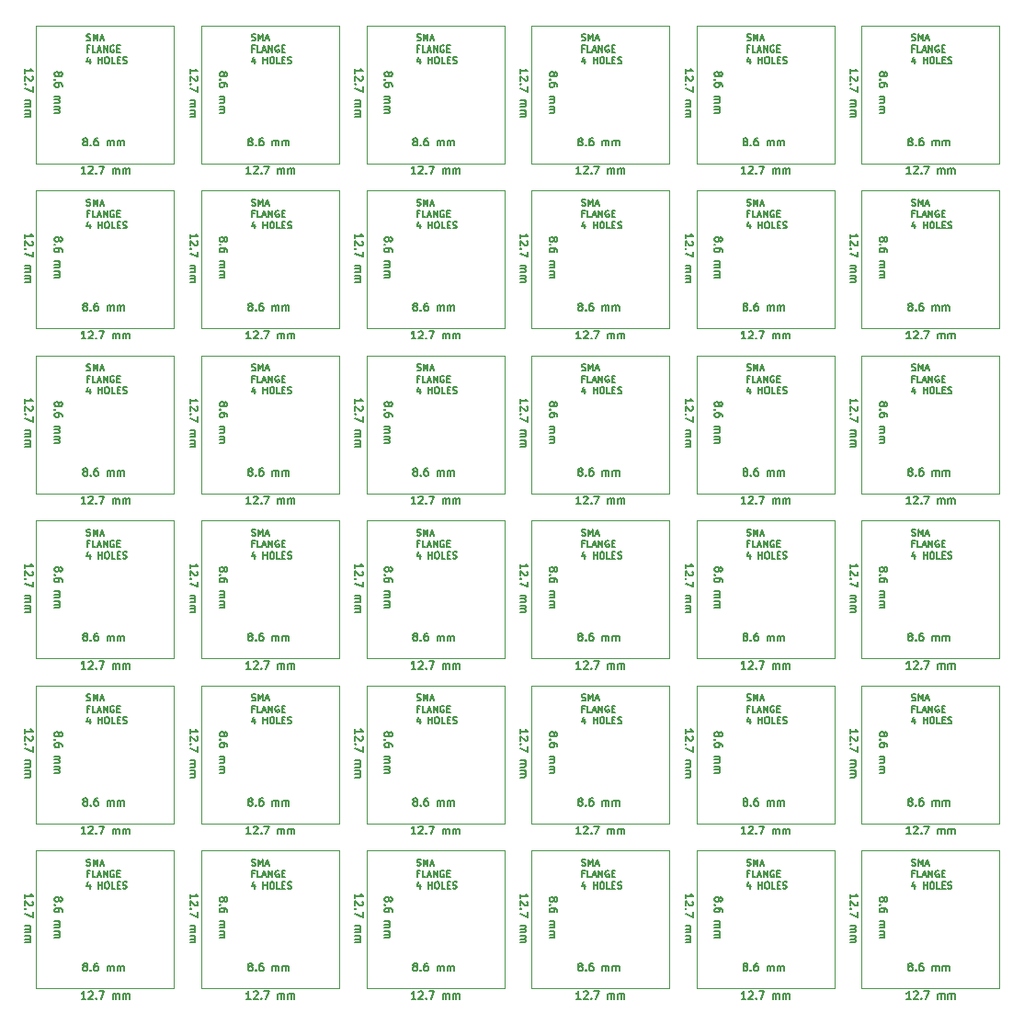
<source format=gbr>
G04 #@! TF.GenerationSoftware,KiCad,Pcbnew,5.1.5+dfsg1-2build2*
G04 #@! TF.CreationDate,2022-03-04T22:17:49-05:00*
G04 #@! TF.ProjectId,,58585858-5858-4585-9858-585858585858,rev?*
G04 #@! TF.SameCoordinates,Original*
G04 #@! TF.FileFunction,Legend,Top*
G04 #@! TF.FilePolarity,Positive*
%FSLAX46Y46*%
G04 Gerber Fmt 4.6, Leading zero omitted, Abs format (unit mm)*
G04 Created by KiCad (PCBNEW 5.1.5+dfsg1-2build2) date 2022-03-04 22:17:49*
%MOMM*%
%LPD*%
G04 APERTURE LIST*
%ADD10C,0.150000*%
%ADD11C,0.120000*%
G04 APERTURE END LIST*
D10*
X195007585Y-146429697D02*
X195093300Y-146458268D01*
X195236157Y-146458268D01*
X195293300Y-146429697D01*
X195321871Y-146401125D01*
X195350442Y-146343982D01*
X195350442Y-146286840D01*
X195321871Y-146229697D01*
X195293300Y-146201125D01*
X195236157Y-146172554D01*
X195121871Y-146143982D01*
X195064728Y-146115411D01*
X195036157Y-146086840D01*
X195007585Y-146029697D01*
X195007585Y-145972554D01*
X195036157Y-145915411D01*
X195064728Y-145886840D01*
X195121871Y-145858268D01*
X195264728Y-145858268D01*
X195350442Y-145886840D01*
X195607585Y-146458268D02*
X195607585Y-145858268D01*
X195807585Y-146286840D01*
X196007585Y-145858268D01*
X196007585Y-146458268D01*
X196264728Y-146286840D02*
X196550442Y-146286840D01*
X196207585Y-146458268D02*
X196407585Y-145858268D01*
X196607585Y-146458268D01*
X195236157Y-147193982D02*
X195036157Y-147193982D01*
X195036157Y-147508268D02*
X195036157Y-146908268D01*
X195321871Y-146908268D01*
X195836157Y-147508268D02*
X195550442Y-147508268D01*
X195550442Y-146908268D01*
X196007585Y-147336840D02*
X196293300Y-147336840D01*
X195950442Y-147508268D02*
X196150442Y-146908268D01*
X196350442Y-147508268D01*
X196550442Y-147508268D02*
X196550442Y-146908268D01*
X196893300Y-147508268D01*
X196893300Y-146908268D01*
X197493300Y-146936840D02*
X197436157Y-146908268D01*
X197350442Y-146908268D01*
X197264728Y-146936840D01*
X197207585Y-146993982D01*
X197179014Y-147051125D01*
X197150442Y-147165411D01*
X197150442Y-147251125D01*
X197179014Y-147365411D01*
X197207585Y-147422554D01*
X197264728Y-147479697D01*
X197350442Y-147508268D01*
X197407585Y-147508268D01*
X197493300Y-147479697D01*
X197521871Y-147451125D01*
X197521871Y-147251125D01*
X197407585Y-147251125D01*
X197779014Y-147193982D02*
X197979014Y-147193982D01*
X198064728Y-147508268D02*
X197779014Y-147508268D01*
X197779014Y-146908268D01*
X198064728Y-146908268D01*
X195293300Y-148158268D02*
X195293300Y-148558268D01*
X195150442Y-147929697D02*
X195007585Y-148358268D01*
X195379014Y-148358268D01*
X196064728Y-148558268D02*
X196064728Y-147958268D01*
X196064728Y-148243982D02*
X196407585Y-148243982D01*
X196407585Y-148558268D02*
X196407585Y-147958268D01*
X196807585Y-147958268D02*
X196921871Y-147958268D01*
X196979014Y-147986840D01*
X197036157Y-148043982D01*
X197064728Y-148158268D01*
X197064728Y-148358268D01*
X197036157Y-148472554D01*
X196979014Y-148529697D01*
X196921871Y-148558268D01*
X196807585Y-148558268D01*
X196750442Y-148529697D01*
X196693300Y-148472554D01*
X196664728Y-148358268D01*
X196664728Y-148158268D01*
X196693300Y-148043982D01*
X196750442Y-147986840D01*
X196807585Y-147958268D01*
X197607585Y-148558268D02*
X197321871Y-148558268D01*
X197321871Y-147958268D01*
X197807585Y-148243982D02*
X198007585Y-148243982D01*
X198093300Y-148558268D02*
X197807585Y-148558268D01*
X197807585Y-147958268D01*
X198093300Y-147958268D01*
X198321871Y-148529697D02*
X198407585Y-148558268D01*
X198550442Y-148558268D01*
X198607585Y-148529697D01*
X198636157Y-148501125D01*
X198664728Y-148443982D01*
X198664728Y-148386840D01*
X198636157Y-148329697D01*
X198607585Y-148301125D01*
X198550442Y-148272554D01*
X198436157Y-148243982D01*
X198379014Y-148215411D01*
X198350442Y-148186840D01*
X198321871Y-148129697D01*
X198321871Y-148072554D01*
X198350442Y-148015411D01*
X198379014Y-147986840D01*
X198436157Y-147958268D01*
X198579014Y-147958268D01*
X198664728Y-147986840D01*
X179807585Y-146429697D02*
X179893300Y-146458268D01*
X180036157Y-146458268D01*
X180093300Y-146429697D01*
X180121871Y-146401125D01*
X180150442Y-146343982D01*
X180150442Y-146286840D01*
X180121871Y-146229697D01*
X180093300Y-146201125D01*
X180036157Y-146172554D01*
X179921871Y-146143982D01*
X179864728Y-146115411D01*
X179836157Y-146086840D01*
X179807585Y-146029697D01*
X179807585Y-145972554D01*
X179836157Y-145915411D01*
X179864728Y-145886840D01*
X179921871Y-145858268D01*
X180064728Y-145858268D01*
X180150442Y-145886840D01*
X180407585Y-146458268D02*
X180407585Y-145858268D01*
X180607585Y-146286840D01*
X180807585Y-145858268D01*
X180807585Y-146458268D01*
X181064728Y-146286840D02*
X181350442Y-146286840D01*
X181007585Y-146458268D02*
X181207585Y-145858268D01*
X181407585Y-146458268D01*
X180036157Y-147193982D02*
X179836157Y-147193982D01*
X179836157Y-147508268D02*
X179836157Y-146908268D01*
X180121871Y-146908268D01*
X180636157Y-147508268D02*
X180350442Y-147508268D01*
X180350442Y-146908268D01*
X180807585Y-147336840D02*
X181093300Y-147336840D01*
X180750442Y-147508268D02*
X180950442Y-146908268D01*
X181150442Y-147508268D01*
X181350442Y-147508268D02*
X181350442Y-146908268D01*
X181693300Y-147508268D01*
X181693300Y-146908268D01*
X182293300Y-146936840D02*
X182236157Y-146908268D01*
X182150442Y-146908268D01*
X182064728Y-146936840D01*
X182007585Y-146993982D01*
X181979014Y-147051125D01*
X181950442Y-147165411D01*
X181950442Y-147251125D01*
X181979014Y-147365411D01*
X182007585Y-147422554D01*
X182064728Y-147479697D01*
X182150442Y-147508268D01*
X182207585Y-147508268D01*
X182293300Y-147479697D01*
X182321871Y-147451125D01*
X182321871Y-147251125D01*
X182207585Y-147251125D01*
X182579014Y-147193982D02*
X182779014Y-147193982D01*
X182864728Y-147508268D02*
X182579014Y-147508268D01*
X182579014Y-146908268D01*
X182864728Y-146908268D01*
X180093300Y-148158268D02*
X180093300Y-148558268D01*
X179950442Y-147929697D02*
X179807585Y-148358268D01*
X180179014Y-148358268D01*
X180864728Y-148558268D02*
X180864728Y-147958268D01*
X180864728Y-148243982D02*
X181207585Y-148243982D01*
X181207585Y-148558268D02*
X181207585Y-147958268D01*
X181607585Y-147958268D02*
X181721871Y-147958268D01*
X181779014Y-147986840D01*
X181836157Y-148043982D01*
X181864728Y-148158268D01*
X181864728Y-148358268D01*
X181836157Y-148472554D01*
X181779014Y-148529697D01*
X181721871Y-148558268D01*
X181607585Y-148558268D01*
X181550442Y-148529697D01*
X181493300Y-148472554D01*
X181464728Y-148358268D01*
X181464728Y-148158268D01*
X181493300Y-148043982D01*
X181550442Y-147986840D01*
X181607585Y-147958268D01*
X182407585Y-148558268D02*
X182121871Y-148558268D01*
X182121871Y-147958268D01*
X182607585Y-148243982D02*
X182807585Y-148243982D01*
X182893300Y-148558268D02*
X182607585Y-148558268D01*
X182607585Y-147958268D01*
X182893300Y-147958268D01*
X183121871Y-148529697D02*
X183207585Y-148558268D01*
X183350442Y-148558268D01*
X183407585Y-148529697D01*
X183436157Y-148501125D01*
X183464728Y-148443982D01*
X183464728Y-148386840D01*
X183436157Y-148329697D01*
X183407585Y-148301125D01*
X183350442Y-148272554D01*
X183236157Y-148243982D01*
X183179014Y-148215411D01*
X183150442Y-148186840D01*
X183121871Y-148129697D01*
X183121871Y-148072554D01*
X183150442Y-148015411D01*
X183179014Y-147986840D01*
X183236157Y-147958268D01*
X183379014Y-147958268D01*
X183464728Y-147986840D01*
X164607585Y-146429697D02*
X164693300Y-146458268D01*
X164836157Y-146458268D01*
X164893300Y-146429697D01*
X164921871Y-146401125D01*
X164950442Y-146343982D01*
X164950442Y-146286840D01*
X164921871Y-146229697D01*
X164893300Y-146201125D01*
X164836157Y-146172554D01*
X164721871Y-146143982D01*
X164664728Y-146115411D01*
X164636157Y-146086840D01*
X164607585Y-146029697D01*
X164607585Y-145972554D01*
X164636157Y-145915411D01*
X164664728Y-145886840D01*
X164721871Y-145858268D01*
X164864728Y-145858268D01*
X164950442Y-145886840D01*
X165207585Y-146458268D02*
X165207585Y-145858268D01*
X165407585Y-146286840D01*
X165607585Y-145858268D01*
X165607585Y-146458268D01*
X165864728Y-146286840D02*
X166150442Y-146286840D01*
X165807585Y-146458268D02*
X166007585Y-145858268D01*
X166207585Y-146458268D01*
X164836157Y-147193982D02*
X164636157Y-147193982D01*
X164636157Y-147508268D02*
X164636157Y-146908268D01*
X164921871Y-146908268D01*
X165436157Y-147508268D02*
X165150442Y-147508268D01*
X165150442Y-146908268D01*
X165607585Y-147336840D02*
X165893300Y-147336840D01*
X165550442Y-147508268D02*
X165750442Y-146908268D01*
X165950442Y-147508268D01*
X166150442Y-147508268D02*
X166150442Y-146908268D01*
X166493300Y-147508268D01*
X166493300Y-146908268D01*
X167093300Y-146936840D02*
X167036157Y-146908268D01*
X166950442Y-146908268D01*
X166864728Y-146936840D01*
X166807585Y-146993982D01*
X166779014Y-147051125D01*
X166750442Y-147165411D01*
X166750442Y-147251125D01*
X166779014Y-147365411D01*
X166807585Y-147422554D01*
X166864728Y-147479697D01*
X166950442Y-147508268D01*
X167007585Y-147508268D01*
X167093300Y-147479697D01*
X167121871Y-147451125D01*
X167121871Y-147251125D01*
X167007585Y-147251125D01*
X167379014Y-147193982D02*
X167579014Y-147193982D01*
X167664728Y-147508268D02*
X167379014Y-147508268D01*
X167379014Y-146908268D01*
X167664728Y-146908268D01*
X164893300Y-148158268D02*
X164893300Y-148558268D01*
X164750442Y-147929697D02*
X164607585Y-148358268D01*
X164979014Y-148358268D01*
X165664728Y-148558268D02*
X165664728Y-147958268D01*
X165664728Y-148243982D02*
X166007585Y-148243982D01*
X166007585Y-148558268D02*
X166007585Y-147958268D01*
X166407585Y-147958268D02*
X166521871Y-147958268D01*
X166579014Y-147986840D01*
X166636157Y-148043982D01*
X166664728Y-148158268D01*
X166664728Y-148358268D01*
X166636157Y-148472554D01*
X166579014Y-148529697D01*
X166521871Y-148558268D01*
X166407585Y-148558268D01*
X166350442Y-148529697D01*
X166293300Y-148472554D01*
X166264728Y-148358268D01*
X166264728Y-148158268D01*
X166293300Y-148043982D01*
X166350442Y-147986840D01*
X166407585Y-147958268D01*
X167207585Y-148558268D02*
X166921871Y-148558268D01*
X166921871Y-147958268D01*
X167407585Y-148243982D02*
X167607585Y-148243982D01*
X167693300Y-148558268D02*
X167407585Y-148558268D01*
X167407585Y-147958268D01*
X167693300Y-147958268D01*
X167921871Y-148529697D02*
X168007585Y-148558268D01*
X168150442Y-148558268D01*
X168207585Y-148529697D01*
X168236157Y-148501125D01*
X168264728Y-148443982D01*
X168264728Y-148386840D01*
X168236157Y-148329697D01*
X168207585Y-148301125D01*
X168150442Y-148272554D01*
X168036157Y-148243982D01*
X167979014Y-148215411D01*
X167950442Y-148186840D01*
X167921871Y-148129697D01*
X167921871Y-148072554D01*
X167950442Y-148015411D01*
X167979014Y-147986840D01*
X168036157Y-147958268D01*
X168179014Y-147958268D01*
X168264728Y-147986840D01*
X149407585Y-146429697D02*
X149493300Y-146458268D01*
X149636157Y-146458268D01*
X149693300Y-146429697D01*
X149721871Y-146401125D01*
X149750442Y-146343982D01*
X149750442Y-146286840D01*
X149721871Y-146229697D01*
X149693300Y-146201125D01*
X149636157Y-146172554D01*
X149521871Y-146143982D01*
X149464728Y-146115411D01*
X149436157Y-146086840D01*
X149407585Y-146029697D01*
X149407585Y-145972554D01*
X149436157Y-145915411D01*
X149464728Y-145886840D01*
X149521871Y-145858268D01*
X149664728Y-145858268D01*
X149750442Y-145886840D01*
X150007585Y-146458268D02*
X150007585Y-145858268D01*
X150207585Y-146286840D01*
X150407585Y-145858268D01*
X150407585Y-146458268D01*
X150664728Y-146286840D02*
X150950442Y-146286840D01*
X150607585Y-146458268D02*
X150807585Y-145858268D01*
X151007585Y-146458268D01*
X149636157Y-147193982D02*
X149436157Y-147193982D01*
X149436157Y-147508268D02*
X149436157Y-146908268D01*
X149721871Y-146908268D01*
X150236157Y-147508268D02*
X149950442Y-147508268D01*
X149950442Y-146908268D01*
X150407585Y-147336840D02*
X150693300Y-147336840D01*
X150350442Y-147508268D02*
X150550442Y-146908268D01*
X150750442Y-147508268D01*
X150950442Y-147508268D02*
X150950442Y-146908268D01*
X151293300Y-147508268D01*
X151293300Y-146908268D01*
X151893300Y-146936840D02*
X151836157Y-146908268D01*
X151750442Y-146908268D01*
X151664728Y-146936840D01*
X151607585Y-146993982D01*
X151579014Y-147051125D01*
X151550442Y-147165411D01*
X151550442Y-147251125D01*
X151579014Y-147365411D01*
X151607585Y-147422554D01*
X151664728Y-147479697D01*
X151750442Y-147508268D01*
X151807585Y-147508268D01*
X151893300Y-147479697D01*
X151921871Y-147451125D01*
X151921871Y-147251125D01*
X151807585Y-147251125D01*
X152179014Y-147193982D02*
X152379014Y-147193982D01*
X152464728Y-147508268D02*
X152179014Y-147508268D01*
X152179014Y-146908268D01*
X152464728Y-146908268D01*
X149693300Y-148158268D02*
X149693300Y-148558268D01*
X149550442Y-147929697D02*
X149407585Y-148358268D01*
X149779014Y-148358268D01*
X150464728Y-148558268D02*
X150464728Y-147958268D01*
X150464728Y-148243982D02*
X150807585Y-148243982D01*
X150807585Y-148558268D02*
X150807585Y-147958268D01*
X151207585Y-147958268D02*
X151321871Y-147958268D01*
X151379014Y-147986840D01*
X151436157Y-148043982D01*
X151464728Y-148158268D01*
X151464728Y-148358268D01*
X151436157Y-148472554D01*
X151379014Y-148529697D01*
X151321871Y-148558268D01*
X151207585Y-148558268D01*
X151150442Y-148529697D01*
X151093300Y-148472554D01*
X151064728Y-148358268D01*
X151064728Y-148158268D01*
X151093300Y-148043982D01*
X151150442Y-147986840D01*
X151207585Y-147958268D01*
X152007585Y-148558268D02*
X151721871Y-148558268D01*
X151721871Y-147958268D01*
X152207585Y-148243982D02*
X152407585Y-148243982D01*
X152493300Y-148558268D02*
X152207585Y-148558268D01*
X152207585Y-147958268D01*
X152493300Y-147958268D01*
X152721871Y-148529697D02*
X152807585Y-148558268D01*
X152950442Y-148558268D01*
X153007585Y-148529697D01*
X153036157Y-148501125D01*
X153064728Y-148443982D01*
X153064728Y-148386840D01*
X153036157Y-148329697D01*
X153007585Y-148301125D01*
X152950442Y-148272554D01*
X152836157Y-148243982D01*
X152779014Y-148215411D01*
X152750442Y-148186840D01*
X152721871Y-148129697D01*
X152721871Y-148072554D01*
X152750442Y-148015411D01*
X152779014Y-147986840D01*
X152836157Y-147958268D01*
X152979014Y-147958268D01*
X153064728Y-147986840D01*
X134207585Y-146429697D02*
X134293300Y-146458268D01*
X134436157Y-146458268D01*
X134493300Y-146429697D01*
X134521871Y-146401125D01*
X134550442Y-146343982D01*
X134550442Y-146286840D01*
X134521871Y-146229697D01*
X134493300Y-146201125D01*
X134436157Y-146172554D01*
X134321871Y-146143982D01*
X134264728Y-146115411D01*
X134236157Y-146086840D01*
X134207585Y-146029697D01*
X134207585Y-145972554D01*
X134236157Y-145915411D01*
X134264728Y-145886840D01*
X134321871Y-145858268D01*
X134464728Y-145858268D01*
X134550442Y-145886840D01*
X134807585Y-146458268D02*
X134807585Y-145858268D01*
X135007585Y-146286840D01*
X135207585Y-145858268D01*
X135207585Y-146458268D01*
X135464728Y-146286840D02*
X135750442Y-146286840D01*
X135407585Y-146458268D02*
X135607585Y-145858268D01*
X135807585Y-146458268D01*
X134436157Y-147193982D02*
X134236157Y-147193982D01*
X134236157Y-147508268D02*
X134236157Y-146908268D01*
X134521871Y-146908268D01*
X135036157Y-147508268D02*
X134750442Y-147508268D01*
X134750442Y-146908268D01*
X135207585Y-147336840D02*
X135493300Y-147336840D01*
X135150442Y-147508268D02*
X135350442Y-146908268D01*
X135550442Y-147508268D01*
X135750442Y-147508268D02*
X135750442Y-146908268D01*
X136093300Y-147508268D01*
X136093300Y-146908268D01*
X136693300Y-146936840D02*
X136636157Y-146908268D01*
X136550442Y-146908268D01*
X136464728Y-146936840D01*
X136407585Y-146993982D01*
X136379014Y-147051125D01*
X136350442Y-147165411D01*
X136350442Y-147251125D01*
X136379014Y-147365411D01*
X136407585Y-147422554D01*
X136464728Y-147479697D01*
X136550442Y-147508268D01*
X136607585Y-147508268D01*
X136693300Y-147479697D01*
X136721871Y-147451125D01*
X136721871Y-147251125D01*
X136607585Y-147251125D01*
X136979014Y-147193982D02*
X137179014Y-147193982D01*
X137264728Y-147508268D02*
X136979014Y-147508268D01*
X136979014Y-146908268D01*
X137264728Y-146908268D01*
X134493300Y-148158268D02*
X134493300Y-148558268D01*
X134350442Y-147929697D02*
X134207585Y-148358268D01*
X134579014Y-148358268D01*
X135264728Y-148558268D02*
X135264728Y-147958268D01*
X135264728Y-148243982D02*
X135607585Y-148243982D01*
X135607585Y-148558268D02*
X135607585Y-147958268D01*
X136007585Y-147958268D02*
X136121871Y-147958268D01*
X136179014Y-147986840D01*
X136236157Y-148043982D01*
X136264728Y-148158268D01*
X136264728Y-148358268D01*
X136236157Y-148472554D01*
X136179014Y-148529697D01*
X136121871Y-148558268D01*
X136007585Y-148558268D01*
X135950442Y-148529697D01*
X135893300Y-148472554D01*
X135864728Y-148358268D01*
X135864728Y-148158268D01*
X135893300Y-148043982D01*
X135950442Y-147986840D01*
X136007585Y-147958268D01*
X136807585Y-148558268D02*
X136521871Y-148558268D01*
X136521871Y-147958268D01*
X137007585Y-148243982D02*
X137207585Y-148243982D01*
X137293300Y-148558268D02*
X137007585Y-148558268D01*
X137007585Y-147958268D01*
X137293300Y-147958268D01*
X137521871Y-148529697D02*
X137607585Y-148558268D01*
X137750442Y-148558268D01*
X137807585Y-148529697D01*
X137836157Y-148501125D01*
X137864728Y-148443982D01*
X137864728Y-148386840D01*
X137836157Y-148329697D01*
X137807585Y-148301125D01*
X137750442Y-148272554D01*
X137636157Y-148243982D01*
X137579014Y-148215411D01*
X137550442Y-148186840D01*
X137521871Y-148129697D01*
X137521871Y-148072554D01*
X137550442Y-148015411D01*
X137579014Y-147986840D01*
X137636157Y-147958268D01*
X137779014Y-147958268D01*
X137864728Y-147986840D01*
X119007585Y-146429697D02*
X119093300Y-146458268D01*
X119236157Y-146458268D01*
X119293300Y-146429697D01*
X119321871Y-146401125D01*
X119350442Y-146343982D01*
X119350442Y-146286840D01*
X119321871Y-146229697D01*
X119293300Y-146201125D01*
X119236157Y-146172554D01*
X119121871Y-146143982D01*
X119064728Y-146115411D01*
X119036157Y-146086840D01*
X119007585Y-146029697D01*
X119007585Y-145972554D01*
X119036157Y-145915411D01*
X119064728Y-145886840D01*
X119121871Y-145858268D01*
X119264728Y-145858268D01*
X119350442Y-145886840D01*
X119607585Y-146458268D02*
X119607585Y-145858268D01*
X119807585Y-146286840D01*
X120007585Y-145858268D01*
X120007585Y-146458268D01*
X120264728Y-146286840D02*
X120550442Y-146286840D01*
X120207585Y-146458268D02*
X120407585Y-145858268D01*
X120607585Y-146458268D01*
X119236157Y-147193982D02*
X119036157Y-147193982D01*
X119036157Y-147508268D02*
X119036157Y-146908268D01*
X119321871Y-146908268D01*
X119836157Y-147508268D02*
X119550442Y-147508268D01*
X119550442Y-146908268D01*
X120007585Y-147336840D02*
X120293300Y-147336840D01*
X119950442Y-147508268D02*
X120150442Y-146908268D01*
X120350442Y-147508268D01*
X120550442Y-147508268D02*
X120550442Y-146908268D01*
X120893300Y-147508268D01*
X120893300Y-146908268D01*
X121493300Y-146936840D02*
X121436157Y-146908268D01*
X121350442Y-146908268D01*
X121264728Y-146936840D01*
X121207585Y-146993982D01*
X121179014Y-147051125D01*
X121150442Y-147165411D01*
X121150442Y-147251125D01*
X121179014Y-147365411D01*
X121207585Y-147422554D01*
X121264728Y-147479697D01*
X121350442Y-147508268D01*
X121407585Y-147508268D01*
X121493300Y-147479697D01*
X121521871Y-147451125D01*
X121521871Y-147251125D01*
X121407585Y-147251125D01*
X121779014Y-147193982D02*
X121979014Y-147193982D01*
X122064728Y-147508268D02*
X121779014Y-147508268D01*
X121779014Y-146908268D01*
X122064728Y-146908268D01*
X119293300Y-148158268D02*
X119293300Y-148558268D01*
X119150442Y-147929697D02*
X119007585Y-148358268D01*
X119379014Y-148358268D01*
X120064728Y-148558268D02*
X120064728Y-147958268D01*
X120064728Y-148243982D02*
X120407585Y-148243982D01*
X120407585Y-148558268D02*
X120407585Y-147958268D01*
X120807585Y-147958268D02*
X120921871Y-147958268D01*
X120979014Y-147986840D01*
X121036157Y-148043982D01*
X121064728Y-148158268D01*
X121064728Y-148358268D01*
X121036157Y-148472554D01*
X120979014Y-148529697D01*
X120921871Y-148558268D01*
X120807585Y-148558268D01*
X120750442Y-148529697D01*
X120693300Y-148472554D01*
X120664728Y-148358268D01*
X120664728Y-148158268D01*
X120693300Y-148043982D01*
X120750442Y-147986840D01*
X120807585Y-147958268D01*
X121607585Y-148558268D02*
X121321871Y-148558268D01*
X121321871Y-147958268D01*
X121807585Y-148243982D02*
X122007585Y-148243982D01*
X122093300Y-148558268D02*
X121807585Y-148558268D01*
X121807585Y-147958268D01*
X122093300Y-147958268D01*
X122321871Y-148529697D02*
X122407585Y-148558268D01*
X122550442Y-148558268D01*
X122607585Y-148529697D01*
X122636157Y-148501125D01*
X122664728Y-148443982D01*
X122664728Y-148386840D01*
X122636157Y-148329697D01*
X122607585Y-148301125D01*
X122550442Y-148272554D01*
X122436157Y-148243982D01*
X122379014Y-148215411D01*
X122350442Y-148186840D01*
X122321871Y-148129697D01*
X122321871Y-148072554D01*
X122350442Y-148015411D01*
X122379014Y-147986840D01*
X122436157Y-147958268D01*
X122579014Y-147958268D01*
X122664728Y-147986840D01*
X195007585Y-131229697D02*
X195093300Y-131258268D01*
X195236157Y-131258268D01*
X195293300Y-131229697D01*
X195321871Y-131201125D01*
X195350442Y-131143982D01*
X195350442Y-131086840D01*
X195321871Y-131029697D01*
X195293300Y-131001125D01*
X195236157Y-130972554D01*
X195121871Y-130943982D01*
X195064728Y-130915411D01*
X195036157Y-130886840D01*
X195007585Y-130829697D01*
X195007585Y-130772554D01*
X195036157Y-130715411D01*
X195064728Y-130686840D01*
X195121871Y-130658268D01*
X195264728Y-130658268D01*
X195350442Y-130686840D01*
X195607585Y-131258268D02*
X195607585Y-130658268D01*
X195807585Y-131086840D01*
X196007585Y-130658268D01*
X196007585Y-131258268D01*
X196264728Y-131086840D02*
X196550442Y-131086840D01*
X196207585Y-131258268D02*
X196407585Y-130658268D01*
X196607585Y-131258268D01*
X195236157Y-131993982D02*
X195036157Y-131993982D01*
X195036157Y-132308268D02*
X195036157Y-131708268D01*
X195321871Y-131708268D01*
X195836157Y-132308268D02*
X195550442Y-132308268D01*
X195550442Y-131708268D01*
X196007585Y-132136840D02*
X196293300Y-132136840D01*
X195950442Y-132308268D02*
X196150442Y-131708268D01*
X196350442Y-132308268D01*
X196550442Y-132308268D02*
X196550442Y-131708268D01*
X196893300Y-132308268D01*
X196893300Y-131708268D01*
X197493300Y-131736840D02*
X197436157Y-131708268D01*
X197350442Y-131708268D01*
X197264728Y-131736840D01*
X197207585Y-131793982D01*
X197179014Y-131851125D01*
X197150442Y-131965411D01*
X197150442Y-132051125D01*
X197179014Y-132165411D01*
X197207585Y-132222554D01*
X197264728Y-132279697D01*
X197350442Y-132308268D01*
X197407585Y-132308268D01*
X197493300Y-132279697D01*
X197521871Y-132251125D01*
X197521871Y-132051125D01*
X197407585Y-132051125D01*
X197779014Y-131993982D02*
X197979014Y-131993982D01*
X198064728Y-132308268D02*
X197779014Y-132308268D01*
X197779014Y-131708268D01*
X198064728Y-131708268D01*
X195293300Y-132958268D02*
X195293300Y-133358268D01*
X195150442Y-132729697D02*
X195007585Y-133158268D01*
X195379014Y-133158268D01*
X196064728Y-133358268D02*
X196064728Y-132758268D01*
X196064728Y-133043982D02*
X196407585Y-133043982D01*
X196407585Y-133358268D02*
X196407585Y-132758268D01*
X196807585Y-132758268D02*
X196921871Y-132758268D01*
X196979014Y-132786840D01*
X197036157Y-132843982D01*
X197064728Y-132958268D01*
X197064728Y-133158268D01*
X197036157Y-133272554D01*
X196979014Y-133329697D01*
X196921871Y-133358268D01*
X196807585Y-133358268D01*
X196750442Y-133329697D01*
X196693300Y-133272554D01*
X196664728Y-133158268D01*
X196664728Y-132958268D01*
X196693300Y-132843982D01*
X196750442Y-132786840D01*
X196807585Y-132758268D01*
X197607585Y-133358268D02*
X197321871Y-133358268D01*
X197321871Y-132758268D01*
X197807585Y-133043982D02*
X198007585Y-133043982D01*
X198093300Y-133358268D02*
X197807585Y-133358268D01*
X197807585Y-132758268D01*
X198093300Y-132758268D01*
X198321871Y-133329697D02*
X198407585Y-133358268D01*
X198550442Y-133358268D01*
X198607585Y-133329697D01*
X198636157Y-133301125D01*
X198664728Y-133243982D01*
X198664728Y-133186840D01*
X198636157Y-133129697D01*
X198607585Y-133101125D01*
X198550442Y-133072554D01*
X198436157Y-133043982D01*
X198379014Y-133015411D01*
X198350442Y-132986840D01*
X198321871Y-132929697D01*
X198321871Y-132872554D01*
X198350442Y-132815411D01*
X198379014Y-132786840D01*
X198436157Y-132758268D01*
X198579014Y-132758268D01*
X198664728Y-132786840D01*
X179807585Y-131229697D02*
X179893300Y-131258268D01*
X180036157Y-131258268D01*
X180093300Y-131229697D01*
X180121871Y-131201125D01*
X180150442Y-131143982D01*
X180150442Y-131086840D01*
X180121871Y-131029697D01*
X180093300Y-131001125D01*
X180036157Y-130972554D01*
X179921871Y-130943982D01*
X179864728Y-130915411D01*
X179836157Y-130886840D01*
X179807585Y-130829697D01*
X179807585Y-130772554D01*
X179836157Y-130715411D01*
X179864728Y-130686840D01*
X179921871Y-130658268D01*
X180064728Y-130658268D01*
X180150442Y-130686840D01*
X180407585Y-131258268D02*
X180407585Y-130658268D01*
X180607585Y-131086840D01*
X180807585Y-130658268D01*
X180807585Y-131258268D01*
X181064728Y-131086840D02*
X181350442Y-131086840D01*
X181007585Y-131258268D02*
X181207585Y-130658268D01*
X181407585Y-131258268D01*
X180036157Y-131993982D02*
X179836157Y-131993982D01*
X179836157Y-132308268D02*
X179836157Y-131708268D01*
X180121871Y-131708268D01*
X180636157Y-132308268D02*
X180350442Y-132308268D01*
X180350442Y-131708268D01*
X180807585Y-132136840D02*
X181093300Y-132136840D01*
X180750442Y-132308268D02*
X180950442Y-131708268D01*
X181150442Y-132308268D01*
X181350442Y-132308268D02*
X181350442Y-131708268D01*
X181693300Y-132308268D01*
X181693300Y-131708268D01*
X182293300Y-131736840D02*
X182236157Y-131708268D01*
X182150442Y-131708268D01*
X182064728Y-131736840D01*
X182007585Y-131793982D01*
X181979014Y-131851125D01*
X181950442Y-131965411D01*
X181950442Y-132051125D01*
X181979014Y-132165411D01*
X182007585Y-132222554D01*
X182064728Y-132279697D01*
X182150442Y-132308268D01*
X182207585Y-132308268D01*
X182293300Y-132279697D01*
X182321871Y-132251125D01*
X182321871Y-132051125D01*
X182207585Y-132051125D01*
X182579014Y-131993982D02*
X182779014Y-131993982D01*
X182864728Y-132308268D02*
X182579014Y-132308268D01*
X182579014Y-131708268D01*
X182864728Y-131708268D01*
X180093300Y-132958268D02*
X180093300Y-133358268D01*
X179950442Y-132729697D02*
X179807585Y-133158268D01*
X180179014Y-133158268D01*
X180864728Y-133358268D02*
X180864728Y-132758268D01*
X180864728Y-133043982D02*
X181207585Y-133043982D01*
X181207585Y-133358268D02*
X181207585Y-132758268D01*
X181607585Y-132758268D02*
X181721871Y-132758268D01*
X181779014Y-132786840D01*
X181836157Y-132843982D01*
X181864728Y-132958268D01*
X181864728Y-133158268D01*
X181836157Y-133272554D01*
X181779014Y-133329697D01*
X181721871Y-133358268D01*
X181607585Y-133358268D01*
X181550442Y-133329697D01*
X181493300Y-133272554D01*
X181464728Y-133158268D01*
X181464728Y-132958268D01*
X181493300Y-132843982D01*
X181550442Y-132786840D01*
X181607585Y-132758268D01*
X182407585Y-133358268D02*
X182121871Y-133358268D01*
X182121871Y-132758268D01*
X182607585Y-133043982D02*
X182807585Y-133043982D01*
X182893300Y-133358268D02*
X182607585Y-133358268D01*
X182607585Y-132758268D01*
X182893300Y-132758268D01*
X183121871Y-133329697D02*
X183207585Y-133358268D01*
X183350442Y-133358268D01*
X183407585Y-133329697D01*
X183436157Y-133301125D01*
X183464728Y-133243982D01*
X183464728Y-133186840D01*
X183436157Y-133129697D01*
X183407585Y-133101125D01*
X183350442Y-133072554D01*
X183236157Y-133043982D01*
X183179014Y-133015411D01*
X183150442Y-132986840D01*
X183121871Y-132929697D01*
X183121871Y-132872554D01*
X183150442Y-132815411D01*
X183179014Y-132786840D01*
X183236157Y-132758268D01*
X183379014Y-132758268D01*
X183464728Y-132786840D01*
X164607585Y-131229697D02*
X164693300Y-131258268D01*
X164836157Y-131258268D01*
X164893300Y-131229697D01*
X164921871Y-131201125D01*
X164950442Y-131143982D01*
X164950442Y-131086840D01*
X164921871Y-131029697D01*
X164893300Y-131001125D01*
X164836157Y-130972554D01*
X164721871Y-130943982D01*
X164664728Y-130915411D01*
X164636157Y-130886840D01*
X164607585Y-130829697D01*
X164607585Y-130772554D01*
X164636157Y-130715411D01*
X164664728Y-130686840D01*
X164721871Y-130658268D01*
X164864728Y-130658268D01*
X164950442Y-130686840D01*
X165207585Y-131258268D02*
X165207585Y-130658268D01*
X165407585Y-131086840D01*
X165607585Y-130658268D01*
X165607585Y-131258268D01*
X165864728Y-131086840D02*
X166150442Y-131086840D01*
X165807585Y-131258268D02*
X166007585Y-130658268D01*
X166207585Y-131258268D01*
X164836157Y-131993982D02*
X164636157Y-131993982D01*
X164636157Y-132308268D02*
X164636157Y-131708268D01*
X164921871Y-131708268D01*
X165436157Y-132308268D02*
X165150442Y-132308268D01*
X165150442Y-131708268D01*
X165607585Y-132136840D02*
X165893300Y-132136840D01*
X165550442Y-132308268D02*
X165750442Y-131708268D01*
X165950442Y-132308268D01*
X166150442Y-132308268D02*
X166150442Y-131708268D01*
X166493300Y-132308268D01*
X166493300Y-131708268D01*
X167093300Y-131736840D02*
X167036157Y-131708268D01*
X166950442Y-131708268D01*
X166864728Y-131736840D01*
X166807585Y-131793982D01*
X166779014Y-131851125D01*
X166750442Y-131965411D01*
X166750442Y-132051125D01*
X166779014Y-132165411D01*
X166807585Y-132222554D01*
X166864728Y-132279697D01*
X166950442Y-132308268D01*
X167007585Y-132308268D01*
X167093300Y-132279697D01*
X167121871Y-132251125D01*
X167121871Y-132051125D01*
X167007585Y-132051125D01*
X167379014Y-131993982D02*
X167579014Y-131993982D01*
X167664728Y-132308268D02*
X167379014Y-132308268D01*
X167379014Y-131708268D01*
X167664728Y-131708268D01*
X164893300Y-132958268D02*
X164893300Y-133358268D01*
X164750442Y-132729697D02*
X164607585Y-133158268D01*
X164979014Y-133158268D01*
X165664728Y-133358268D02*
X165664728Y-132758268D01*
X165664728Y-133043982D02*
X166007585Y-133043982D01*
X166007585Y-133358268D02*
X166007585Y-132758268D01*
X166407585Y-132758268D02*
X166521871Y-132758268D01*
X166579014Y-132786840D01*
X166636157Y-132843982D01*
X166664728Y-132958268D01*
X166664728Y-133158268D01*
X166636157Y-133272554D01*
X166579014Y-133329697D01*
X166521871Y-133358268D01*
X166407585Y-133358268D01*
X166350442Y-133329697D01*
X166293300Y-133272554D01*
X166264728Y-133158268D01*
X166264728Y-132958268D01*
X166293300Y-132843982D01*
X166350442Y-132786840D01*
X166407585Y-132758268D01*
X167207585Y-133358268D02*
X166921871Y-133358268D01*
X166921871Y-132758268D01*
X167407585Y-133043982D02*
X167607585Y-133043982D01*
X167693300Y-133358268D02*
X167407585Y-133358268D01*
X167407585Y-132758268D01*
X167693300Y-132758268D01*
X167921871Y-133329697D02*
X168007585Y-133358268D01*
X168150442Y-133358268D01*
X168207585Y-133329697D01*
X168236157Y-133301125D01*
X168264728Y-133243982D01*
X168264728Y-133186840D01*
X168236157Y-133129697D01*
X168207585Y-133101125D01*
X168150442Y-133072554D01*
X168036157Y-133043982D01*
X167979014Y-133015411D01*
X167950442Y-132986840D01*
X167921871Y-132929697D01*
X167921871Y-132872554D01*
X167950442Y-132815411D01*
X167979014Y-132786840D01*
X168036157Y-132758268D01*
X168179014Y-132758268D01*
X168264728Y-132786840D01*
X149407585Y-131229697D02*
X149493300Y-131258268D01*
X149636157Y-131258268D01*
X149693300Y-131229697D01*
X149721871Y-131201125D01*
X149750442Y-131143982D01*
X149750442Y-131086840D01*
X149721871Y-131029697D01*
X149693300Y-131001125D01*
X149636157Y-130972554D01*
X149521871Y-130943982D01*
X149464728Y-130915411D01*
X149436157Y-130886840D01*
X149407585Y-130829697D01*
X149407585Y-130772554D01*
X149436157Y-130715411D01*
X149464728Y-130686840D01*
X149521871Y-130658268D01*
X149664728Y-130658268D01*
X149750442Y-130686840D01*
X150007585Y-131258268D02*
X150007585Y-130658268D01*
X150207585Y-131086840D01*
X150407585Y-130658268D01*
X150407585Y-131258268D01*
X150664728Y-131086840D02*
X150950442Y-131086840D01*
X150607585Y-131258268D02*
X150807585Y-130658268D01*
X151007585Y-131258268D01*
X149636157Y-131993982D02*
X149436157Y-131993982D01*
X149436157Y-132308268D02*
X149436157Y-131708268D01*
X149721871Y-131708268D01*
X150236157Y-132308268D02*
X149950442Y-132308268D01*
X149950442Y-131708268D01*
X150407585Y-132136840D02*
X150693300Y-132136840D01*
X150350442Y-132308268D02*
X150550442Y-131708268D01*
X150750442Y-132308268D01*
X150950442Y-132308268D02*
X150950442Y-131708268D01*
X151293300Y-132308268D01*
X151293300Y-131708268D01*
X151893300Y-131736840D02*
X151836157Y-131708268D01*
X151750442Y-131708268D01*
X151664728Y-131736840D01*
X151607585Y-131793982D01*
X151579014Y-131851125D01*
X151550442Y-131965411D01*
X151550442Y-132051125D01*
X151579014Y-132165411D01*
X151607585Y-132222554D01*
X151664728Y-132279697D01*
X151750442Y-132308268D01*
X151807585Y-132308268D01*
X151893300Y-132279697D01*
X151921871Y-132251125D01*
X151921871Y-132051125D01*
X151807585Y-132051125D01*
X152179014Y-131993982D02*
X152379014Y-131993982D01*
X152464728Y-132308268D02*
X152179014Y-132308268D01*
X152179014Y-131708268D01*
X152464728Y-131708268D01*
X149693300Y-132958268D02*
X149693300Y-133358268D01*
X149550442Y-132729697D02*
X149407585Y-133158268D01*
X149779014Y-133158268D01*
X150464728Y-133358268D02*
X150464728Y-132758268D01*
X150464728Y-133043982D02*
X150807585Y-133043982D01*
X150807585Y-133358268D02*
X150807585Y-132758268D01*
X151207585Y-132758268D02*
X151321871Y-132758268D01*
X151379014Y-132786840D01*
X151436157Y-132843982D01*
X151464728Y-132958268D01*
X151464728Y-133158268D01*
X151436157Y-133272554D01*
X151379014Y-133329697D01*
X151321871Y-133358268D01*
X151207585Y-133358268D01*
X151150442Y-133329697D01*
X151093300Y-133272554D01*
X151064728Y-133158268D01*
X151064728Y-132958268D01*
X151093300Y-132843982D01*
X151150442Y-132786840D01*
X151207585Y-132758268D01*
X152007585Y-133358268D02*
X151721871Y-133358268D01*
X151721871Y-132758268D01*
X152207585Y-133043982D02*
X152407585Y-133043982D01*
X152493300Y-133358268D02*
X152207585Y-133358268D01*
X152207585Y-132758268D01*
X152493300Y-132758268D01*
X152721871Y-133329697D02*
X152807585Y-133358268D01*
X152950442Y-133358268D01*
X153007585Y-133329697D01*
X153036157Y-133301125D01*
X153064728Y-133243982D01*
X153064728Y-133186840D01*
X153036157Y-133129697D01*
X153007585Y-133101125D01*
X152950442Y-133072554D01*
X152836157Y-133043982D01*
X152779014Y-133015411D01*
X152750442Y-132986840D01*
X152721871Y-132929697D01*
X152721871Y-132872554D01*
X152750442Y-132815411D01*
X152779014Y-132786840D01*
X152836157Y-132758268D01*
X152979014Y-132758268D01*
X153064728Y-132786840D01*
X134207585Y-131229697D02*
X134293300Y-131258268D01*
X134436157Y-131258268D01*
X134493300Y-131229697D01*
X134521871Y-131201125D01*
X134550442Y-131143982D01*
X134550442Y-131086840D01*
X134521871Y-131029697D01*
X134493300Y-131001125D01*
X134436157Y-130972554D01*
X134321871Y-130943982D01*
X134264728Y-130915411D01*
X134236157Y-130886840D01*
X134207585Y-130829697D01*
X134207585Y-130772554D01*
X134236157Y-130715411D01*
X134264728Y-130686840D01*
X134321871Y-130658268D01*
X134464728Y-130658268D01*
X134550442Y-130686840D01*
X134807585Y-131258268D02*
X134807585Y-130658268D01*
X135007585Y-131086840D01*
X135207585Y-130658268D01*
X135207585Y-131258268D01*
X135464728Y-131086840D02*
X135750442Y-131086840D01*
X135407585Y-131258268D02*
X135607585Y-130658268D01*
X135807585Y-131258268D01*
X134436157Y-131993982D02*
X134236157Y-131993982D01*
X134236157Y-132308268D02*
X134236157Y-131708268D01*
X134521871Y-131708268D01*
X135036157Y-132308268D02*
X134750442Y-132308268D01*
X134750442Y-131708268D01*
X135207585Y-132136840D02*
X135493300Y-132136840D01*
X135150442Y-132308268D02*
X135350442Y-131708268D01*
X135550442Y-132308268D01*
X135750442Y-132308268D02*
X135750442Y-131708268D01*
X136093300Y-132308268D01*
X136093300Y-131708268D01*
X136693300Y-131736840D02*
X136636157Y-131708268D01*
X136550442Y-131708268D01*
X136464728Y-131736840D01*
X136407585Y-131793982D01*
X136379014Y-131851125D01*
X136350442Y-131965411D01*
X136350442Y-132051125D01*
X136379014Y-132165411D01*
X136407585Y-132222554D01*
X136464728Y-132279697D01*
X136550442Y-132308268D01*
X136607585Y-132308268D01*
X136693300Y-132279697D01*
X136721871Y-132251125D01*
X136721871Y-132051125D01*
X136607585Y-132051125D01*
X136979014Y-131993982D02*
X137179014Y-131993982D01*
X137264728Y-132308268D02*
X136979014Y-132308268D01*
X136979014Y-131708268D01*
X137264728Y-131708268D01*
X134493300Y-132958268D02*
X134493300Y-133358268D01*
X134350442Y-132729697D02*
X134207585Y-133158268D01*
X134579014Y-133158268D01*
X135264728Y-133358268D02*
X135264728Y-132758268D01*
X135264728Y-133043982D02*
X135607585Y-133043982D01*
X135607585Y-133358268D02*
X135607585Y-132758268D01*
X136007585Y-132758268D02*
X136121871Y-132758268D01*
X136179014Y-132786840D01*
X136236157Y-132843982D01*
X136264728Y-132958268D01*
X136264728Y-133158268D01*
X136236157Y-133272554D01*
X136179014Y-133329697D01*
X136121871Y-133358268D01*
X136007585Y-133358268D01*
X135950442Y-133329697D01*
X135893300Y-133272554D01*
X135864728Y-133158268D01*
X135864728Y-132958268D01*
X135893300Y-132843982D01*
X135950442Y-132786840D01*
X136007585Y-132758268D01*
X136807585Y-133358268D02*
X136521871Y-133358268D01*
X136521871Y-132758268D01*
X137007585Y-133043982D02*
X137207585Y-133043982D01*
X137293300Y-133358268D02*
X137007585Y-133358268D01*
X137007585Y-132758268D01*
X137293300Y-132758268D01*
X137521871Y-133329697D02*
X137607585Y-133358268D01*
X137750442Y-133358268D01*
X137807585Y-133329697D01*
X137836157Y-133301125D01*
X137864728Y-133243982D01*
X137864728Y-133186840D01*
X137836157Y-133129697D01*
X137807585Y-133101125D01*
X137750442Y-133072554D01*
X137636157Y-133043982D01*
X137579014Y-133015411D01*
X137550442Y-132986840D01*
X137521871Y-132929697D01*
X137521871Y-132872554D01*
X137550442Y-132815411D01*
X137579014Y-132786840D01*
X137636157Y-132758268D01*
X137779014Y-132758268D01*
X137864728Y-132786840D01*
X119007585Y-131229697D02*
X119093300Y-131258268D01*
X119236157Y-131258268D01*
X119293300Y-131229697D01*
X119321871Y-131201125D01*
X119350442Y-131143982D01*
X119350442Y-131086840D01*
X119321871Y-131029697D01*
X119293300Y-131001125D01*
X119236157Y-130972554D01*
X119121871Y-130943982D01*
X119064728Y-130915411D01*
X119036157Y-130886840D01*
X119007585Y-130829697D01*
X119007585Y-130772554D01*
X119036157Y-130715411D01*
X119064728Y-130686840D01*
X119121871Y-130658268D01*
X119264728Y-130658268D01*
X119350442Y-130686840D01*
X119607585Y-131258268D02*
X119607585Y-130658268D01*
X119807585Y-131086840D01*
X120007585Y-130658268D01*
X120007585Y-131258268D01*
X120264728Y-131086840D02*
X120550442Y-131086840D01*
X120207585Y-131258268D02*
X120407585Y-130658268D01*
X120607585Y-131258268D01*
X119236157Y-131993982D02*
X119036157Y-131993982D01*
X119036157Y-132308268D02*
X119036157Y-131708268D01*
X119321871Y-131708268D01*
X119836157Y-132308268D02*
X119550442Y-132308268D01*
X119550442Y-131708268D01*
X120007585Y-132136840D02*
X120293300Y-132136840D01*
X119950442Y-132308268D02*
X120150442Y-131708268D01*
X120350442Y-132308268D01*
X120550442Y-132308268D02*
X120550442Y-131708268D01*
X120893300Y-132308268D01*
X120893300Y-131708268D01*
X121493300Y-131736840D02*
X121436157Y-131708268D01*
X121350442Y-131708268D01*
X121264728Y-131736840D01*
X121207585Y-131793982D01*
X121179014Y-131851125D01*
X121150442Y-131965411D01*
X121150442Y-132051125D01*
X121179014Y-132165411D01*
X121207585Y-132222554D01*
X121264728Y-132279697D01*
X121350442Y-132308268D01*
X121407585Y-132308268D01*
X121493300Y-132279697D01*
X121521871Y-132251125D01*
X121521871Y-132051125D01*
X121407585Y-132051125D01*
X121779014Y-131993982D02*
X121979014Y-131993982D01*
X122064728Y-132308268D02*
X121779014Y-132308268D01*
X121779014Y-131708268D01*
X122064728Y-131708268D01*
X119293300Y-132958268D02*
X119293300Y-133358268D01*
X119150442Y-132729697D02*
X119007585Y-133158268D01*
X119379014Y-133158268D01*
X120064728Y-133358268D02*
X120064728Y-132758268D01*
X120064728Y-133043982D02*
X120407585Y-133043982D01*
X120407585Y-133358268D02*
X120407585Y-132758268D01*
X120807585Y-132758268D02*
X120921871Y-132758268D01*
X120979014Y-132786840D01*
X121036157Y-132843982D01*
X121064728Y-132958268D01*
X121064728Y-133158268D01*
X121036157Y-133272554D01*
X120979014Y-133329697D01*
X120921871Y-133358268D01*
X120807585Y-133358268D01*
X120750442Y-133329697D01*
X120693300Y-133272554D01*
X120664728Y-133158268D01*
X120664728Y-132958268D01*
X120693300Y-132843982D01*
X120750442Y-132786840D01*
X120807585Y-132758268D01*
X121607585Y-133358268D02*
X121321871Y-133358268D01*
X121321871Y-132758268D01*
X121807585Y-133043982D02*
X122007585Y-133043982D01*
X122093300Y-133358268D02*
X121807585Y-133358268D01*
X121807585Y-132758268D01*
X122093300Y-132758268D01*
X122321871Y-133329697D02*
X122407585Y-133358268D01*
X122550442Y-133358268D01*
X122607585Y-133329697D01*
X122636157Y-133301125D01*
X122664728Y-133243982D01*
X122664728Y-133186840D01*
X122636157Y-133129697D01*
X122607585Y-133101125D01*
X122550442Y-133072554D01*
X122436157Y-133043982D01*
X122379014Y-133015411D01*
X122350442Y-132986840D01*
X122321871Y-132929697D01*
X122321871Y-132872554D01*
X122350442Y-132815411D01*
X122379014Y-132786840D01*
X122436157Y-132758268D01*
X122579014Y-132758268D01*
X122664728Y-132786840D01*
X195007585Y-116029697D02*
X195093300Y-116058268D01*
X195236157Y-116058268D01*
X195293300Y-116029697D01*
X195321871Y-116001125D01*
X195350442Y-115943982D01*
X195350442Y-115886840D01*
X195321871Y-115829697D01*
X195293300Y-115801125D01*
X195236157Y-115772554D01*
X195121871Y-115743982D01*
X195064728Y-115715411D01*
X195036157Y-115686840D01*
X195007585Y-115629697D01*
X195007585Y-115572554D01*
X195036157Y-115515411D01*
X195064728Y-115486840D01*
X195121871Y-115458268D01*
X195264728Y-115458268D01*
X195350442Y-115486840D01*
X195607585Y-116058268D02*
X195607585Y-115458268D01*
X195807585Y-115886840D01*
X196007585Y-115458268D01*
X196007585Y-116058268D01*
X196264728Y-115886840D02*
X196550442Y-115886840D01*
X196207585Y-116058268D02*
X196407585Y-115458268D01*
X196607585Y-116058268D01*
X195236157Y-116793982D02*
X195036157Y-116793982D01*
X195036157Y-117108268D02*
X195036157Y-116508268D01*
X195321871Y-116508268D01*
X195836157Y-117108268D02*
X195550442Y-117108268D01*
X195550442Y-116508268D01*
X196007585Y-116936840D02*
X196293300Y-116936840D01*
X195950442Y-117108268D02*
X196150442Y-116508268D01*
X196350442Y-117108268D01*
X196550442Y-117108268D02*
X196550442Y-116508268D01*
X196893300Y-117108268D01*
X196893300Y-116508268D01*
X197493300Y-116536840D02*
X197436157Y-116508268D01*
X197350442Y-116508268D01*
X197264728Y-116536840D01*
X197207585Y-116593982D01*
X197179014Y-116651125D01*
X197150442Y-116765411D01*
X197150442Y-116851125D01*
X197179014Y-116965411D01*
X197207585Y-117022554D01*
X197264728Y-117079697D01*
X197350442Y-117108268D01*
X197407585Y-117108268D01*
X197493300Y-117079697D01*
X197521871Y-117051125D01*
X197521871Y-116851125D01*
X197407585Y-116851125D01*
X197779014Y-116793982D02*
X197979014Y-116793982D01*
X198064728Y-117108268D02*
X197779014Y-117108268D01*
X197779014Y-116508268D01*
X198064728Y-116508268D01*
X195293300Y-117758268D02*
X195293300Y-118158268D01*
X195150442Y-117529697D02*
X195007585Y-117958268D01*
X195379014Y-117958268D01*
X196064728Y-118158268D02*
X196064728Y-117558268D01*
X196064728Y-117843982D02*
X196407585Y-117843982D01*
X196407585Y-118158268D02*
X196407585Y-117558268D01*
X196807585Y-117558268D02*
X196921871Y-117558268D01*
X196979014Y-117586840D01*
X197036157Y-117643982D01*
X197064728Y-117758268D01*
X197064728Y-117958268D01*
X197036157Y-118072554D01*
X196979014Y-118129697D01*
X196921871Y-118158268D01*
X196807585Y-118158268D01*
X196750442Y-118129697D01*
X196693300Y-118072554D01*
X196664728Y-117958268D01*
X196664728Y-117758268D01*
X196693300Y-117643982D01*
X196750442Y-117586840D01*
X196807585Y-117558268D01*
X197607585Y-118158268D02*
X197321871Y-118158268D01*
X197321871Y-117558268D01*
X197807585Y-117843982D02*
X198007585Y-117843982D01*
X198093300Y-118158268D02*
X197807585Y-118158268D01*
X197807585Y-117558268D01*
X198093300Y-117558268D01*
X198321871Y-118129697D02*
X198407585Y-118158268D01*
X198550442Y-118158268D01*
X198607585Y-118129697D01*
X198636157Y-118101125D01*
X198664728Y-118043982D01*
X198664728Y-117986840D01*
X198636157Y-117929697D01*
X198607585Y-117901125D01*
X198550442Y-117872554D01*
X198436157Y-117843982D01*
X198379014Y-117815411D01*
X198350442Y-117786840D01*
X198321871Y-117729697D01*
X198321871Y-117672554D01*
X198350442Y-117615411D01*
X198379014Y-117586840D01*
X198436157Y-117558268D01*
X198579014Y-117558268D01*
X198664728Y-117586840D01*
X179807585Y-116029697D02*
X179893300Y-116058268D01*
X180036157Y-116058268D01*
X180093300Y-116029697D01*
X180121871Y-116001125D01*
X180150442Y-115943982D01*
X180150442Y-115886840D01*
X180121871Y-115829697D01*
X180093300Y-115801125D01*
X180036157Y-115772554D01*
X179921871Y-115743982D01*
X179864728Y-115715411D01*
X179836157Y-115686840D01*
X179807585Y-115629697D01*
X179807585Y-115572554D01*
X179836157Y-115515411D01*
X179864728Y-115486840D01*
X179921871Y-115458268D01*
X180064728Y-115458268D01*
X180150442Y-115486840D01*
X180407585Y-116058268D02*
X180407585Y-115458268D01*
X180607585Y-115886840D01*
X180807585Y-115458268D01*
X180807585Y-116058268D01*
X181064728Y-115886840D02*
X181350442Y-115886840D01*
X181007585Y-116058268D02*
X181207585Y-115458268D01*
X181407585Y-116058268D01*
X180036157Y-116793982D02*
X179836157Y-116793982D01*
X179836157Y-117108268D02*
X179836157Y-116508268D01*
X180121871Y-116508268D01*
X180636157Y-117108268D02*
X180350442Y-117108268D01*
X180350442Y-116508268D01*
X180807585Y-116936840D02*
X181093300Y-116936840D01*
X180750442Y-117108268D02*
X180950442Y-116508268D01*
X181150442Y-117108268D01*
X181350442Y-117108268D02*
X181350442Y-116508268D01*
X181693300Y-117108268D01*
X181693300Y-116508268D01*
X182293300Y-116536840D02*
X182236157Y-116508268D01*
X182150442Y-116508268D01*
X182064728Y-116536840D01*
X182007585Y-116593982D01*
X181979014Y-116651125D01*
X181950442Y-116765411D01*
X181950442Y-116851125D01*
X181979014Y-116965411D01*
X182007585Y-117022554D01*
X182064728Y-117079697D01*
X182150442Y-117108268D01*
X182207585Y-117108268D01*
X182293300Y-117079697D01*
X182321871Y-117051125D01*
X182321871Y-116851125D01*
X182207585Y-116851125D01*
X182579014Y-116793982D02*
X182779014Y-116793982D01*
X182864728Y-117108268D02*
X182579014Y-117108268D01*
X182579014Y-116508268D01*
X182864728Y-116508268D01*
X180093300Y-117758268D02*
X180093300Y-118158268D01*
X179950442Y-117529697D02*
X179807585Y-117958268D01*
X180179014Y-117958268D01*
X180864728Y-118158268D02*
X180864728Y-117558268D01*
X180864728Y-117843982D02*
X181207585Y-117843982D01*
X181207585Y-118158268D02*
X181207585Y-117558268D01*
X181607585Y-117558268D02*
X181721871Y-117558268D01*
X181779014Y-117586840D01*
X181836157Y-117643982D01*
X181864728Y-117758268D01*
X181864728Y-117958268D01*
X181836157Y-118072554D01*
X181779014Y-118129697D01*
X181721871Y-118158268D01*
X181607585Y-118158268D01*
X181550442Y-118129697D01*
X181493300Y-118072554D01*
X181464728Y-117958268D01*
X181464728Y-117758268D01*
X181493300Y-117643982D01*
X181550442Y-117586840D01*
X181607585Y-117558268D01*
X182407585Y-118158268D02*
X182121871Y-118158268D01*
X182121871Y-117558268D01*
X182607585Y-117843982D02*
X182807585Y-117843982D01*
X182893300Y-118158268D02*
X182607585Y-118158268D01*
X182607585Y-117558268D01*
X182893300Y-117558268D01*
X183121871Y-118129697D02*
X183207585Y-118158268D01*
X183350442Y-118158268D01*
X183407585Y-118129697D01*
X183436157Y-118101125D01*
X183464728Y-118043982D01*
X183464728Y-117986840D01*
X183436157Y-117929697D01*
X183407585Y-117901125D01*
X183350442Y-117872554D01*
X183236157Y-117843982D01*
X183179014Y-117815411D01*
X183150442Y-117786840D01*
X183121871Y-117729697D01*
X183121871Y-117672554D01*
X183150442Y-117615411D01*
X183179014Y-117586840D01*
X183236157Y-117558268D01*
X183379014Y-117558268D01*
X183464728Y-117586840D01*
X164607585Y-116029697D02*
X164693300Y-116058268D01*
X164836157Y-116058268D01*
X164893300Y-116029697D01*
X164921871Y-116001125D01*
X164950442Y-115943982D01*
X164950442Y-115886840D01*
X164921871Y-115829697D01*
X164893300Y-115801125D01*
X164836157Y-115772554D01*
X164721871Y-115743982D01*
X164664728Y-115715411D01*
X164636157Y-115686840D01*
X164607585Y-115629697D01*
X164607585Y-115572554D01*
X164636157Y-115515411D01*
X164664728Y-115486840D01*
X164721871Y-115458268D01*
X164864728Y-115458268D01*
X164950442Y-115486840D01*
X165207585Y-116058268D02*
X165207585Y-115458268D01*
X165407585Y-115886840D01*
X165607585Y-115458268D01*
X165607585Y-116058268D01*
X165864728Y-115886840D02*
X166150442Y-115886840D01*
X165807585Y-116058268D02*
X166007585Y-115458268D01*
X166207585Y-116058268D01*
X164836157Y-116793982D02*
X164636157Y-116793982D01*
X164636157Y-117108268D02*
X164636157Y-116508268D01*
X164921871Y-116508268D01*
X165436157Y-117108268D02*
X165150442Y-117108268D01*
X165150442Y-116508268D01*
X165607585Y-116936840D02*
X165893300Y-116936840D01*
X165550442Y-117108268D02*
X165750442Y-116508268D01*
X165950442Y-117108268D01*
X166150442Y-117108268D02*
X166150442Y-116508268D01*
X166493300Y-117108268D01*
X166493300Y-116508268D01*
X167093300Y-116536840D02*
X167036157Y-116508268D01*
X166950442Y-116508268D01*
X166864728Y-116536840D01*
X166807585Y-116593982D01*
X166779014Y-116651125D01*
X166750442Y-116765411D01*
X166750442Y-116851125D01*
X166779014Y-116965411D01*
X166807585Y-117022554D01*
X166864728Y-117079697D01*
X166950442Y-117108268D01*
X167007585Y-117108268D01*
X167093300Y-117079697D01*
X167121871Y-117051125D01*
X167121871Y-116851125D01*
X167007585Y-116851125D01*
X167379014Y-116793982D02*
X167579014Y-116793982D01*
X167664728Y-117108268D02*
X167379014Y-117108268D01*
X167379014Y-116508268D01*
X167664728Y-116508268D01*
X164893300Y-117758268D02*
X164893300Y-118158268D01*
X164750442Y-117529697D02*
X164607585Y-117958268D01*
X164979014Y-117958268D01*
X165664728Y-118158268D02*
X165664728Y-117558268D01*
X165664728Y-117843982D02*
X166007585Y-117843982D01*
X166007585Y-118158268D02*
X166007585Y-117558268D01*
X166407585Y-117558268D02*
X166521871Y-117558268D01*
X166579014Y-117586840D01*
X166636157Y-117643982D01*
X166664728Y-117758268D01*
X166664728Y-117958268D01*
X166636157Y-118072554D01*
X166579014Y-118129697D01*
X166521871Y-118158268D01*
X166407585Y-118158268D01*
X166350442Y-118129697D01*
X166293300Y-118072554D01*
X166264728Y-117958268D01*
X166264728Y-117758268D01*
X166293300Y-117643982D01*
X166350442Y-117586840D01*
X166407585Y-117558268D01*
X167207585Y-118158268D02*
X166921871Y-118158268D01*
X166921871Y-117558268D01*
X167407585Y-117843982D02*
X167607585Y-117843982D01*
X167693300Y-118158268D02*
X167407585Y-118158268D01*
X167407585Y-117558268D01*
X167693300Y-117558268D01*
X167921871Y-118129697D02*
X168007585Y-118158268D01*
X168150442Y-118158268D01*
X168207585Y-118129697D01*
X168236157Y-118101125D01*
X168264728Y-118043982D01*
X168264728Y-117986840D01*
X168236157Y-117929697D01*
X168207585Y-117901125D01*
X168150442Y-117872554D01*
X168036157Y-117843982D01*
X167979014Y-117815411D01*
X167950442Y-117786840D01*
X167921871Y-117729697D01*
X167921871Y-117672554D01*
X167950442Y-117615411D01*
X167979014Y-117586840D01*
X168036157Y-117558268D01*
X168179014Y-117558268D01*
X168264728Y-117586840D01*
X149407585Y-116029697D02*
X149493300Y-116058268D01*
X149636157Y-116058268D01*
X149693300Y-116029697D01*
X149721871Y-116001125D01*
X149750442Y-115943982D01*
X149750442Y-115886840D01*
X149721871Y-115829697D01*
X149693300Y-115801125D01*
X149636157Y-115772554D01*
X149521871Y-115743982D01*
X149464728Y-115715411D01*
X149436157Y-115686840D01*
X149407585Y-115629697D01*
X149407585Y-115572554D01*
X149436157Y-115515411D01*
X149464728Y-115486840D01*
X149521871Y-115458268D01*
X149664728Y-115458268D01*
X149750442Y-115486840D01*
X150007585Y-116058268D02*
X150007585Y-115458268D01*
X150207585Y-115886840D01*
X150407585Y-115458268D01*
X150407585Y-116058268D01*
X150664728Y-115886840D02*
X150950442Y-115886840D01*
X150607585Y-116058268D02*
X150807585Y-115458268D01*
X151007585Y-116058268D01*
X149636157Y-116793982D02*
X149436157Y-116793982D01*
X149436157Y-117108268D02*
X149436157Y-116508268D01*
X149721871Y-116508268D01*
X150236157Y-117108268D02*
X149950442Y-117108268D01*
X149950442Y-116508268D01*
X150407585Y-116936840D02*
X150693300Y-116936840D01*
X150350442Y-117108268D02*
X150550442Y-116508268D01*
X150750442Y-117108268D01*
X150950442Y-117108268D02*
X150950442Y-116508268D01*
X151293300Y-117108268D01*
X151293300Y-116508268D01*
X151893300Y-116536840D02*
X151836157Y-116508268D01*
X151750442Y-116508268D01*
X151664728Y-116536840D01*
X151607585Y-116593982D01*
X151579014Y-116651125D01*
X151550442Y-116765411D01*
X151550442Y-116851125D01*
X151579014Y-116965411D01*
X151607585Y-117022554D01*
X151664728Y-117079697D01*
X151750442Y-117108268D01*
X151807585Y-117108268D01*
X151893300Y-117079697D01*
X151921871Y-117051125D01*
X151921871Y-116851125D01*
X151807585Y-116851125D01*
X152179014Y-116793982D02*
X152379014Y-116793982D01*
X152464728Y-117108268D02*
X152179014Y-117108268D01*
X152179014Y-116508268D01*
X152464728Y-116508268D01*
X149693300Y-117758268D02*
X149693300Y-118158268D01*
X149550442Y-117529697D02*
X149407585Y-117958268D01*
X149779014Y-117958268D01*
X150464728Y-118158268D02*
X150464728Y-117558268D01*
X150464728Y-117843982D02*
X150807585Y-117843982D01*
X150807585Y-118158268D02*
X150807585Y-117558268D01*
X151207585Y-117558268D02*
X151321871Y-117558268D01*
X151379014Y-117586840D01*
X151436157Y-117643982D01*
X151464728Y-117758268D01*
X151464728Y-117958268D01*
X151436157Y-118072554D01*
X151379014Y-118129697D01*
X151321871Y-118158268D01*
X151207585Y-118158268D01*
X151150442Y-118129697D01*
X151093300Y-118072554D01*
X151064728Y-117958268D01*
X151064728Y-117758268D01*
X151093300Y-117643982D01*
X151150442Y-117586840D01*
X151207585Y-117558268D01*
X152007585Y-118158268D02*
X151721871Y-118158268D01*
X151721871Y-117558268D01*
X152207585Y-117843982D02*
X152407585Y-117843982D01*
X152493300Y-118158268D02*
X152207585Y-118158268D01*
X152207585Y-117558268D01*
X152493300Y-117558268D01*
X152721871Y-118129697D02*
X152807585Y-118158268D01*
X152950442Y-118158268D01*
X153007585Y-118129697D01*
X153036157Y-118101125D01*
X153064728Y-118043982D01*
X153064728Y-117986840D01*
X153036157Y-117929697D01*
X153007585Y-117901125D01*
X152950442Y-117872554D01*
X152836157Y-117843982D01*
X152779014Y-117815411D01*
X152750442Y-117786840D01*
X152721871Y-117729697D01*
X152721871Y-117672554D01*
X152750442Y-117615411D01*
X152779014Y-117586840D01*
X152836157Y-117558268D01*
X152979014Y-117558268D01*
X153064728Y-117586840D01*
X134207585Y-116029697D02*
X134293300Y-116058268D01*
X134436157Y-116058268D01*
X134493300Y-116029697D01*
X134521871Y-116001125D01*
X134550442Y-115943982D01*
X134550442Y-115886840D01*
X134521871Y-115829697D01*
X134493300Y-115801125D01*
X134436157Y-115772554D01*
X134321871Y-115743982D01*
X134264728Y-115715411D01*
X134236157Y-115686840D01*
X134207585Y-115629697D01*
X134207585Y-115572554D01*
X134236157Y-115515411D01*
X134264728Y-115486840D01*
X134321871Y-115458268D01*
X134464728Y-115458268D01*
X134550442Y-115486840D01*
X134807585Y-116058268D02*
X134807585Y-115458268D01*
X135007585Y-115886840D01*
X135207585Y-115458268D01*
X135207585Y-116058268D01*
X135464728Y-115886840D02*
X135750442Y-115886840D01*
X135407585Y-116058268D02*
X135607585Y-115458268D01*
X135807585Y-116058268D01*
X134436157Y-116793982D02*
X134236157Y-116793982D01*
X134236157Y-117108268D02*
X134236157Y-116508268D01*
X134521871Y-116508268D01*
X135036157Y-117108268D02*
X134750442Y-117108268D01*
X134750442Y-116508268D01*
X135207585Y-116936840D02*
X135493300Y-116936840D01*
X135150442Y-117108268D02*
X135350442Y-116508268D01*
X135550442Y-117108268D01*
X135750442Y-117108268D02*
X135750442Y-116508268D01*
X136093300Y-117108268D01*
X136093300Y-116508268D01*
X136693300Y-116536840D02*
X136636157Y-116508268D01*
X136550442Y-116508268D01*
X136464728Y-116536840D01*
X136407585Y-116593982D01*
X136379014Y-116651125D01*
X136350442Y-116765411D01*
X136350442Y-116851125D01*
X136379014Y-116965411D01*
X136407585Y-117022554D01*
X136464728Y-117079697D01*
X136550442Y-117108268D01*
X136607585Y-117108268D01*
X136693300Y-117079697D01*
X136721871Y-117051125D01*
X136721871Y-116851125D01*
X136607585Y-116851125D01*
X136979014Y-116793982D02*
X137179014Y-116793982D01*
X137264728Y-117108268D02*
X136979014Y-117108268D01*
X136979014Y-116508268D01*
X137264728Y-116508268D01*
X134493300Y-117758268D02*
X134493300Y-118158268D01*
X134350442Y-117529697D02*
X134207585Y-117958268D01*
X134579014Y-117958268D01*
X135264728Y-118158268D02*
X135264728Y-117558268D01*
X135264728Y-117843982D02*
X135607585Y-117843982D01*
X135607585Y-118158268D02*
X135607585Y-117558268D01*
X136007585Y-117558268D02*
X136121871Y-117558268D01*
X136179014Y-117586840D01*
X136236157Y-117643982D01*
X136264728Y-117758268D01*
X136264728Y-117958268D01*
X136236157Y-118072554D01*
X136179014Y-118129697D01*
X136121871Y-118158268D01*
X136007585Y-118158268D01*
X135950442Y-118129697D01*
X135893300Y-118072554D01*
X135864728Y-117958268D01*
X135864728Y-117758268D01*
X135893300Y-117643982D01*
X135950442Y-117586840D01*
X136007585Y-117558268D01*
X136807585Y-118158268D02*
X136521871Y-118158268D01*
X136521871Y-117558268D01*
X137007585Y-117843982D02*
X137207585Y-117843982D01*
X137293300Y-118158268D02*
X137007585Y-118158268D01*
X137007585Y-117558268D01*
X137293300Y-117558268D01*
X137521871Y-118129697D02*
X137607585Y-118158268D01*
X137750442Y-118158268D01*
X137807585Y-118129697D01*
X137836157Y-118101125D01*
X137864728Y-118043982D01*
X137864728Y-117986840D01*
X137836157Y-117929697D01*
X137807585Y-117901125D01*
X137750442Y-117872554D01*
X137636157Y-117843982D01*
X137579014Y-117815411D01*
X137550442Y-117786840D01*
X137521871Y-117729697D01*
X137521871Y-117672554D01*
X137550442Y-117615411D01*
X137579014Y-117586840D01*
X137636157Y-117558268D01*
X137779014Y-117558268D01*
X137864728Y-117586840D01*
X119007585Y-116029697D02*
X119093300Y-116058268D01*
X119236157Y-116058268D01*
X119293300Y-116029697D01*
X119321871Y-116001125D01*
X119350442Y-115943982D01*
X119350442Y-115886840D01*
X119321871Y-115829697D01*
X119293300Y-115801125D01*
X119236157Y-115772554D01*
X119121871Y-115743982D01*
X119064728Y-115715411D01*
X119036157Y-115686840D01*
X119007585Y-115629697D01*
X119007585Y-115572554D01*
X119036157Y-115515411D01*
X119064728Y-115486840D01*
X119121871Y-115458268D01*
X119264728Y-115458268D01*
X119350442Y-115486840D01*
X119607585Y-116058268D02*
X119607585Y-115458268D01*
X119807585Y-115886840D01*
X120007585Y-115458268D01*
X120007585Y-116058268D01*
X120264728Y-115886840D02*
X120550442Y-115886840D01*
X120207585Y-116058268D02*
X120407585Y-115458268D01*
X120607585Y-116058268D01*
X119236157Y-116793982D02*
X119036157Y-116793982D01*
X119036157Y-117108268D02*
X119036157Y-116508268D01*
X119321871Y-116508268D01*
X119836157Y-117108268D02*
X119550442Y-117108268D01*
X119550442Y-116508268D01*
X120007585Y-116936840D02*
X120293300Y-116936840D01*
X119950442Y-117108268D02*
X120150442Y-116508268D01*
X120350442Y-117108268D01*
X120550442Y-117108268D02*
X120550442Y-116508268D01*
X120893300Y-117108268D01*
X120893300Y-116508268D01*
X121493300Y-116536840D02*
X121436157Y-116508268D01*
X121350442Y-116508268D01*
X121264728Y-116536840D01*
X121207585Y-116593982D01*
X121179014Y-116651125D01*
X121150442Y-116765411D01*
X121150442Y-116851125D01*
X121179014Y-116965411D01*
X121207585Y-117022554D01*
X121264728Y-117079697D01*
X121350442Y-117108268D01*
X121407585Y-117108268D01*
X121493300Y-117079697D01*
X121521871Y-117051125D01*
X121521871Y-116851125D01*
X121407585Y-116851125D01*
X121779014Y-116793982D02*
X121979014Y-116793982D01*
X122064728Y-117108268D02*
X121779014Y-117108268D01*
X121779014Y-116508268D01*
X122064728Y-116508268D01*
X119293300Y-117758268D02*
X119293300Y-118158268D01*
X119150442Y-117529697D02*
X119007585Y-117958268D01*
X119379014Y-117958268D01*
X120064728Y-118158268D02*
X120064728Y-117558268D01*
X120064728Y-117843982D02*
X120407585Y-117843982D01*
X120407585Y-118158268D02*
X120407585Y-117558268D01*
X120807585Y-117558268D02*
X120921871Y-117558268D01*
X120979014Y-117586840D01*
X121036157Y-117643982D01*
X121064728Y-117758268D01*
X121064728Y-117958268D01*
X121036157Y-118072554D01*
X120979014Y-118129697D01*
X120921871Y-118158268D01*
X120807585Y-118158268D01*
X120750442Y-118129697D01*
X120693300Y-118072554D01*
X120664728Y-117958268D01*
X120664728Y-117758268D01*
X120693300Y-117643982D01*
X120750442Y-117586840D01*
X120807585Y-117558268D01*
X121607585Y-118158268D02*
X121321871Y-118158268D01*
X121321871Y-117558268D01*
X121807585Y-117843982D02*
X122007585Y-117843982D01*
X122093300Y-118158268D02*
X121807585Y-118158268D01*
X121807585Y-117558268D01*
X122093300Y-117558268D01*
X122321871Y-118129697D02*
X122407585Y-118158268D01*
X122550442Y-118158268D01*
X122607585Y-118129697D01*
X122636157Y-118101125D01*
X122664728Y-118043982D01*
X122664728Y-117986840D01*
X122636157Y-117929697D01*
X122607585Y-117901125D01*
X122550442Y-117872554D01*
X122436157Y-117843982D01*
X122379014Y-117815411D01*
X122350442Y-117786840D01*
X122321871Y-117729697D01*
X122321871Y-117672554D01*
X122350442Y-117615411D01*
X122379014Y-117586840D01*
X122436157Y-117558268D01*
X122579014Y-117558268D01*
X122664728Y-117586840D01*
X195007585Y-100829697D02*
X195093300Y-100858268D01*
X195236157Y-100858268D01*
X195293300Y-100829697D01*
X195321871Y-100801125D01*
X195350442Y-100743982D01*
X195350442Y-100686840D01*
X195321871Y-100629697D01*
X195293300Y-100601125D01*
X195236157Y-100572554D01*
X195121871Y-100543982D01*
X195064728Y-100515411D01*
X195036157Y-100486840D01*
X195007585Y-100429697D01*
X195007585Y-100372554D01*
X195036157Y-100315411D01*
X195064728Y-100286840D01*
X195121871Y-100258268D01*
X195264728Y-100258268D01*
X195350442Y-100286840D01*
X195607585Y-100858268D02*
X195607585Y-100258268D01*
X195807585Y-100686840D01*
X196007585Y-100258268D01*
X196007585Y-100858268D01*
X196264728Y-100686840D02*
X196550442Y-100686840D01*
X196207585Y-100858268D02*
X196407585Y-100258268D01*
X196607585Y-100858268D01*
X195236157Y-101593982D02*
X195036157Y-101593982D01*
X195036157Y-101908268D02*
X195036157Y-101308268D01*
X195321871Y-101308268D01*
X195836157Y-101908268D02*
X195550442Y-101908268D01*
X195550442Y-101308268D01*
X196007585Y-101736840D02*
X196293300Y-101736840D01*
X195950442Y-101908268D02*
X196150442Y-101308268D01*
X196350442Y-101908268D01*
X196550442Y-101908268D02*
X196550442Y-101308268D01*
X196893300Y-101908268D01*
X196893300Y-101308268D01*
X197493300Y-101336840D02*
X197436157Y-101308268D01*
X197350442Y-101308268D01*
X197264728Y-101336840D01*
X197207585Y-101393982D01*
X197179014Y-101451125D01*
X197150442Y-101565411D01*
X197150442Y-101651125D01*
X197179014Y-101765411D01*
X197207585Y-101822554D01*
X197264728Y-101879697D01*
X197350442Y-101908268D01*
X197407585Y-101908268D01*
X197493300Y-101879697D01*
X197521871Y-101851125D01*
X197521871Y-101651125D01*
X197407585Y-101651125D01*
X197779014Y-101593982D02*
X197979014Y-101593982D01*
X198064728Y-101908268D02*
X197779014Y-101908268D01*
X197779014Y-101308268D01*
X198064728Y-101308268D01*
X195293300Y-102558268D02*
X195293300Y-102958268D01*
X195150442Y-102329697D02*
X195007585Y-102758268D01*
X195379014Y-102758268D01*
X196064728Y-102958268D02*
X196064728Y-102358268D01*
X196064728Y-102643982D02*
X196407585Y-102643982D01*
X196407585Y-102958268D02*
X196407585Y-102358268D01*
X196807585Y-102358268D02*
X196921871Y-102358268D01*
X196979014Y-102386840D01*
X197036157Y-102443982D01*
X197064728Y-102558268D01*
X197064728Y-102758268D01*
X197036157Y-102872554D01*
X196979014Y-102929697D01*
X196921871Y-102958268D01*
X196807585Y-102958268D01*
X196750442Y-102929697D01*
X196693300Y-102872554D01*
X196664728Y-102758268D01*
X196664728Y-102558268D01*
X196693300Y-102443982D01*
X196750442Y-102386840D01*
X196807585Y-102358268D01*
X197607585Y-102958268D02*
X197321871Y-102958268D01*
X197321871Y-102358268D01*
X197807585Y-102643982D02*
X198007585Y-102643982D01*
X198093300Y-102958268D02*
X197807585Y-102958268D01*
X197807585Y-102358268D01*
X198093300Y-102358268D01*
X198321871Y-102929697D02*
X198407585Y-102958268D01*
X198550442Y-102958268D01*
X198607585Y-102929697D01*
X198636157Y-102901125D01*
X198664728Y-102843982D01*
X198664728Y-102786840D01*
X198636157Y-102729697D01*
X198607585Y-102701125D01*
X198550442Y-102672554D01*
X198436157Y-102643982D01*
X198379014Y-102615411D01*
X198350442Y-102586840D01*
X198321871Y-102529697D01*
X198321871Y-102472554D01*
X198350442Y-102415411D01*
X198379014Y-102386840D01*
X198436157Y-102358268D01*
X198579014Y-102358268D01*
X198664728Y-102386840D01*
X179807585Y-100829697D02*
X179893300Y-100858268D01*
X180036157Y-100858268D01*
X180093300Y-100829697D01*
X180121871Y-100801125D01*
X180150442Y-100743982D01*
X180150442Y-100686840D01*
X180121871Y-100629697D01*
X180093300Y-100601125D01*
X180036157Y-100572554D01*
X179921871Y-100543982D01*
X179864728Y-100515411D01*
X179836157Y-100486840D01*
X179807585Y-100429697D01*
X179807585Y-100372554D01*
X179836157Y-100315411D01*
X179864728Y-100286840D01*
X179921871Y-100258268D01*
X180064728Y-100258268D01*
X180150442Y-100286840D01*
X180407585Y-100858268D02*
X180407585Y-100258268D01*
X180607585Y-100686840D01*
X180807585Y-100258268D01*
X180807585Y-100858268D01*
X181064728Y-100686840D02*
X181350442Y-100686840D01*
X181007585Y-100858268D02*
X181207585Y-100258268D01*
X181407585Y-100858268D01*
X180036157Y-101593982D02*
X179836157Y-101593982D01*
X179836157Y-101908268D02*
X179836157Y-101308268D01*
X180121871Y-101308268D01*
X180636157Y-101908268D02*
X180350442Y-101908268D01*
X180350442Y-101308268D01*
X180807585Y-101736840D02*
X181093300Y-101736840D01*
X180750442Y-101908268D02*
X180950442Y-101308268D01*
X181150442Y-101908268D01*
X181350442Y-101908268D02*
X181350442Y-101308268D01*
X181693300Y-101908268D01*
X181693300Y-101308268D01*
X182293300Y-101336840D02*
X182236157Y-101308268D01*
X182150442Y-101308268D01*
X182064728Y-101336840D01*
X182007585Y-101393982D01*
X181979014Y-101451125D01*
X181950442Y-101565411D01*
X181950442Y-101651125D01*
X181979014Y-101765411D01*
X182007585Y-101822554D01*
X182064728Y-101879697D01*
X182150442Y-101908268D01*
X182207585Y-101908268D01*
X182293300Y-101879697D01*
X182321871Y-101851125D01*
X182321871Y-101651125D01*
X182207585Y-101651125D01*
X182579014Y-101593982D02*
X182779014Y-101593982D01*
X182864728Y-101908268D02*
X182579014Y-101908268D01*
X182579014Y-101308268D01*
X182864728Y-101308268D01*
X180093300Y-102558268D02*
X180093300Y-102958268D01*
X179950442Y-102329697D02*
X179807585Y-102758268D01*
X180179014Y-102758268D01*
X180864728Y-102958268D02*
X180864728Y-102358268D01*
X180864728Y-102643982D02*
X181207585Y-102643982D01*
X181207585Y-102958268D02*
X181207585Y-102358268D01*
X181607585Y-102358268D02*
X181721871Y-102358268D01*
X181779014Y-102386840D01*
X181836157Y-102443982D01*
X181864728Y-102558268D01*
X181864728Y-102758268D01*
X181836157Y-102872554D01*
X181779014Y-102929697D01*
X181721871Y-102958268D01*
X181607585Y-102958268D01*
X181550442Y-102929697D01*
X181493300Y-102872554D01*
X181464728Y-102758268D01*
X181464728Y-102558268D01*
X181493300Y-102443982D01*
X181550442Y-102386840D01*
X181607585Y-102358268D01*
X182407585Y-102958268D02*
X182121871Y-102958268D01*
X182121871Y-102358268D01*
X182607585Y-102643982D02*
X182807585Y-102643982D01*
X182893300Y-102958268D02*
X182607585Y-102958268D01*
X182607585Y-102358268D01*
X182893300Y-102358268D01*
X183121871Y-102929697D02*
X183207585Y-102958268D01*
X183350442Y-102958268D01*
X183407585Y-102929697D01*
X183436157Y-102901125D01*
X183464728Y-102843982D01*
X183464728Y-102786840D01*
X183436157Y-102729697D01*
X183407585Y-102701125D01*
X183350442Y-102672554D01*
X183236157Y-102643982D01*
X183179014Y-102615411D01*
X183150442Y-102586840D01*
X183121871Y-102529697D01*
X183121871Y-102472554D01*
X183150442Y-102415411D01*
X183179014Y-102386840D01*
X183236157Y-102358268D01*
X183379014Y-102358268D01*
X183464728Y-102386840D01*
X164607585Y-100829697D02*
X164693300Y-100858268D01*
X164836157Y-100858268D01*
X164893300Y-100829697D01*
X164921871Y-100801125D01*
X164950442Y-100743982D01*
X164950442Y-100686840D01*
X164921871Y-100629697D01*
X164893300Y-100601125D01*
X164836157Y-100572554D01*
X164721871Y-100543982D01*
X164664728Y-100515411D01*
X164636157Y-100486840D01*
X164607585Y-100429697D01*
X164607585Y-100372554D01*
X164636157Y-100315411D01*
X164664728Y-100286840D01*
X164721871Y-100258268D01*
X164864728Y-100258268D01*
X164950442Y-100286840D01*
X165207585Y-100858268D02*
X165207585Y-100258268D01*
X165407585Y-100686840D01*
X165607585Y-100258268D01*
X165607585Y-100858268D01*
X165864728Y-100686840D02*
X166150442Y-100686840D01*
X165807585Y-100858268D02*
X166007585Y-100258268D01*
X166207585Y-100858268D01*
X164836157Y-101593982D02*
X164636157Y-101593982D01*
X164636157Y-101908268D02*
X164636157Y-101308268D01*
X164921871Y-101308268D01*
X165436157Y-101908268D02*
X165150442Y-101908268D01*
X165150442Y-101308268D01*
X165607585Y-101736840D02*
X165893300Y-101736840D01*
X165550442Y-101908268D02*
X165750442Y-101308268D01*
X165950442Y-101908268D01*
X166150442Y-101908268D02*
X166150442Y-101308268D01*
X166493300Y-101908268D01*
X166493300Y-101308268D01*
X167093300Y-101336840D02*
X167036157Y-101308268D01*
X166950442Y-101308268D01*
X166864728Y-101336840D01*
X166807585Y-101393982D01*
X166779014Y-101451125D01*
X166750442Y-101565411D01*
X166750442Y-101651125D01*
X166779014Y-101765411D01*
X166807585Y-101822554D01*
X166864728Y-101879697D01*
X166950442Y-101908268D01*
X167007585Y-101908268D01*
X167093300Y-101879697D01*
X167121871Y-101851125D01*
X167121871Y-101651125D01*
X167007585Y-101651125D01*
X167379014Y-101593982D02*
X167579014Y-101593982D01*
X167664728Y-101908268D02*
X167379014Y-101908268D01*
X167379014Y-101308268D01*
X167664728Y-101308268D01*
X164893300Y-102558268D02*
X164893300Y-102958268D01*
X164750442Y-102329697D02*
X164607585Y-102758268D01*
X164979014Y-102758268D01*
X165664728Y-102958268D02*
X165664728Y-102358268D01*
X165664728Y-102643982D02*
X166007585Y-102643982D01*
X166007585Y-102958268D02*
X166007585Y-102358268D01*
X166407585Y-102358268D02*
X166521871Y-102358268D01*
X166579014Y-102386840D01*
X166636157Y-102443982D01*
X166664728Y-102558268D01*
X166664728Y-102758268D01*
X166636157Y-102872554D01*
X166579014Y-102929697D01*
X166521871Y-102958268D01*
X166407585Y-102958268D01*
X166350442Y-102929697D01*
X166293300Y-102872554D01*
X166264728Y-102758268D01*
X166264728Y-102558268D01*
X166293300Y-102443982D01*
X166350442Y-102386840D01*
X166407585Y-102358268D01*
X167207585Y-102958268D02*
X166921871Y-102958268D01*
X166921871Y-102358268D01*
X167407585Y-102643982D02*
X167607585Y-102643982D01*
X167693300Y-102958268D02*
X167407585Y-102958268D01*
X167407585Y-102358268D01*
X167693300Y-102358268D01*
X167921871Y-102929697D02*
X168007585Y-102958268D01*
X168150442Y-102958268D01*
X168207585Y-102929697D01*
X168236157Y-102901125D01*
X168264728Y-102843982D01*
X168264728Y-102786840D01*
X168236157Y-102729697D01*
X168207585Y-102701125D01*
X168150442Y-102672554D01*
X168036157Y-102643982D01*
X167979014Y-102615411D01*
X167950442Y-102586840D01*
X167921871Y-102529697D01*
X167921871Y-102472554D01*
X167950442Y-102415411D01*
X167979014Y-102386840D01*
X168036157Y-102358268D01*
X168179014Y-102358268D01*
X168264728Y-102386840D01*
X149407585Y-100829697D02*
X149493300Y-100858268D01*
X149636157Y-100858268D01*
X149693300Y-100829697D01*
X149721871Y-100801125D01*
X149750442Y-100743982D01*
X149750442Y-100686840D01*
X149721871Y-100629697D01*
X149693300Y-100601125D01*
X149636157Y-100572554D01*
X149521871Y-100543982D01*
X149464728Y-100515411D01*
X149436157Y-100486840D01*
X149407585Y-100429697D01*
X149407585Y-100372554D01*
X149436157Y-100315411D01*
X149464728Y-100286840D01*
X149521871Y-100258268D01*
X149664728Y-100258268D01*
X149750442Y-100286840D01*
X150007585Y-100858268D02*
X150007585Y-100258268D01*
X150207585Y-100686840D01*
X150407585Y-100258268D01*
X150407585Y-100858268D01*
X150664728Y-100686840D02*
X150950442Y-100686840D01*
X150607585Y-100858268D02*
X150807585Y-100258268D01*
X151007585Y-100858268D01*
X149636157Y-101593982D02*
X149436157Y-101593982D01*
X149436157Y-101908268D02*
X149436157Y-101308268D01*
X149721871Y-101308268D01*
X150236157Y-101908268D02*
X149950442Y-101908268D01*
X149950442Y-101308268D01*
X150407585Y-101736840D02*
X150693300Y-101736840D01*
X150350442Y-101908268D02*
X150550442Y-101308268D01*
X150750442Y-101908268D01*
X150950442Y-101908268D02*
X150950442Y-101308268D01*
X151293300Y-101908268D01*
X151293300Y-101308268D01*
X151893300Y-101336840D02*
X151836157Y-101308268D01*
X151750442Y-101308268D01*
X151664728Y-101336840D01*
X151607585Y-101393982D01*
X151579014Y-101451125D01*
X151550442Y-101565411D01*
X151550442Y-101651125D01*
X151579014Y-101765411D01*
X151607585Y-101822554D01*
X151664728Y-101879697D01*
X151750442Y-101908268D01*
X151807585Y-101908268D01*
X151893300Y-101879697D01*
X151921871Y-101851125D01*
X151921871Y-101651125D01*
X151807585Y-101651125D01*
X152179014Y-101593982D02*
X152379014Y-101593982D01*
X152464728Y-101908268D02*
X152179014Y-101908268D01*
X152179014Y-101308268D01*
X152464728Y-101308268D01*
X149693300Y-102558268D02*
X149693300Y-102958268D01*
X149550442Y-102329697D02*
X149407585Y-102758268D01*
X149779014Y-102758268D01*
X150464728Y-102958268D02*
X150464728Y-102358268D01*
X150464728Y-102643982D02*
X150807585Y-102643982D01*
X150807585Y-102958268D02*
X150807585Y-102358268D01*
X151207585Y-102358268D02*
X151321871Y-102358268D01*
X151379014Y-102386840D01*
X151436157Y-102443982D01*
X151464728Y-102558268D01*
X151464728Y-102758268D01*
X151436157Y-102872554D01*
X151379014Y-102929697D01*
X151321871Y-102958268D01*
X151207585Y-102958268D01*
X151150442Y-102929697D01*
X151093300Y-102872554D01*
X151064728Y-102758268D01*
X151064728Y-102558268D01*
X151093300Y-102443982D01*
X151150442Y-102386840D01*
X151207585Y-102358268D01*
X152007585Y-102958268D02*
X151721871Y-102958268D01*
X151721871Y-102358268D01*
X152207585Y-102643982D02*
X152407585Y-102643982D01*
X152493300Y-102958268D02*
X152207585Y-102958268D01*
X152207585Y-102358268D01*
X152493300Y-102358268D01*
X152721871Y-102929697D02*
X152807585Y-102958268D01*
X152950442Y-102958268D01*
X153007585Y-102929697D01*
X153036157Y-102901125D01*
X153064728Y-102843982D01*
X153064728Y-102786840D01*
X153036157Y-102729697D01*
X153007585Y-102701125D01*
X152950442Y-102672554D01*
X152836157Y-102643982D01*
X152779014Y-102615411D01*
X152750442Y-102586840D01*
X152721871Y-102529697D01*
X152721871Y-102472554D01*
X152750442Y-102415411D01*
X152779014Y-102386840D01*
X152836157Y-102358268D01*
X152979014Y-102358268D01*
X153064728Y-102386840D01*
X134207585Y-100829697D02*
X134293300Y-100858268D01*
X134436157Y-100858268D01*
X134493300Y-100829697D01*
X134521871Y-100801125D01*
X134550442Y-100743982D01*
X134550442Y-100686840D01*
X134521871Y-100629697D01*
X134493300Y-100601125D01*
X134436157Y-100572554D01*
X134321871Y-100543982D01*
X134264728Y-100515411D01*
X134236157Y-100486840D01*
X134207585Y-100429697D01*
X134207585Y-100372554D01*
X134236157Y-100315411D01*
X134264728Y-100286840D01*
X134321871Y-100258268D01*
X134464728Y-100258268D01*
X134550442Y-100286840D01*
X134807585Y-100858268D02*
X134807585Y-100258268D01*
X135007585Y-100686840D01*
X135207585Y-100258268D01*
X135207585Y-100858268D01*
X135464728Y-100686840D02*
X135750442Y-100686840D01*
X135407585Y-100858268D02*
X135607585Y-100258268D01*
X135807585Y-100858268D01*
X134436157Y-101593982D02*
X134236157Y-101593982D01*
X134236157Y-101908268D02*
X134236157Y-101308268D01*
X134521871Y-101308268D01*
X135036157Y-101908268D02*
X134750442Y-101908268D01*
X134750442Y-101308268D01*
X135207585Y-101736840D02*
X135493300Y-101736840D01*
X135150442Y-101908268D02*
X135350442Y-101308268D01*
X135550442Y-101908268D01*
X135750442Y-101908268D02*
X135750442Y-101308268D01*
X136093300Y-101908268D01*
X136093300Y-101308268D01*
X136693300Y-101336840D02*
X136636157Y-101308268D01*
X136550442Y-101308268D01*
X136464728Y-101336840D01*
X136407585Y-101393982D01*
X136379014Y-101451125D01*
X136350442Y-101565411D01*
X136350442Y-101651125D01*
X136379014Y-101765411D01*
X136407585Y-101822554D01*
X136464728Y-101879697D01*
X136550442Y-101908268D01*
X136607585Y-101908268D01*
X136693300Y-101879697D01*
X136721871Y-101851125D01*
X136721871Y-101651125D01*
X136607585Y-101651125D01*
X136979014Y-101593982D02*
X137179014Y-101593982D01*
X137264728Y-101908268D02*
X136979014Y-101908268D01*
X136979014Y-101308268D01*
X137264728Y-101308268D01*
X134493300Y-102558268D02*
X134493300Y-102958268D01*
X134350442Y-102329697D02*
X134207585Y-102758268D01*
X134579014Y-102758268D01*
X135264728Y-102958268D02*
X135264728Y-102358268D01*
X135264728Y-102643982D02*
X135607585Y-102643982D01*
X135607585Y-102958268D02*
X135607585Y-102358268D01*
X136007585Y-102358268D02*
X136121871Y-102358268D01*
X136179014Y-102386840D01*
X136236157Y-102443982D01*
X136264728Y-102558268D01*
X136264728Y-102758268D01*
X136236157Y-102872554D01*
X136179014Y-102929697D01*
X136121871Y-102958268D01*
X136007585Y-102958268D01*
X135950442Y-102929697D01*
X135893300Y-102872554D01*
X135864728Y-102758268D01*
X135864728Y-102558268D01*
X135893300Y-102443982D01*
X135950442Y-102386840D01*
X136007585Y-102358268D01*
X136807585Y-102958268D02*
X136521871Y-102958268D01*
X136521871Y-102358268D01*
X137007585Y-102643982D02*
X137207585Y-102643982D01*
X137293300Y-102958268D02*
X137007585Y-102958268D01*
X137007585Y-102358268D01*
X137293300Y-102358268D01*
X137521871Y-102929697D02*
X137607585Y-102958268D01*
X137750442Y-102958268D01*
X137807585Y-102929697D01*
X137836157Y-102901125D01*
X137864728Y-102843982D01*
X137864728Y-102786840D01*
X137836157Y-102729697D01*
X137807585Y-102701125D01*
X137750442Y-102672554D01*
X137636157Y-102643982D01*
X137579014Y-102615411D01*
X137550442Y-102586840D01*
X137521871Y-102529697D01*
X137521871Y-102472554D01*
X137550442Y-102415411D01*
X137579014Y-102386840D01*
X137636157Y-102358268D01*
X137779014Y-102358268D01*
X137864728Y-102386840D01*
X119007585Y-100829697D02*
X119093300Y-100858268D01*
X119236157Y-100858268D01*
X119293300Y-100829697D01*
X119321871Y-100801125D01*
X119350442Y-100743982D01*
X119350442Y-100686840D01*
X119321871Y-100629697D01*
X119293300Y-100601125D01*
X119236157Y-100572554D01*
X119121871Y-100543982D01*
X119064728Y-100515411D01*
X119036157Y-100486840D01*
X119007585Y-100429697D01*
X119007585Y-100372554D01*
X119036157Y-100315411D01*
X119064728Y-100286840D01*
X119121871Y-100258268D01*
X119264728Y-100258268D01*
X119350442Y-100286840D01*
X119607585Y-100858268D02*
X119607585Y-100258268D01*
X119807585Y-100686840D01*
X120007585Y-100258268D01*
X120007585Y-100858268D01*
X120264728Y-100686840D02*
X120550442Y-100686840D01*
X120207585Y-100858268D02*
X120407585Y-100258268D01*
X120607585Y-100858268D01*
X119236157Y-101593982D02*
X119036157Y-101593982D01*
X119036157Y-101908268D02*
X119036157Y-101308268D01*
X119321871Y-101308268D01*
X119836157Y-101908268D02*
X119550442Y-101908268D01*
X119550442Y-101308268D01*
X120007585Y-101736840D02*
X120293300Y-101736840D01*
X119950442Y-101908268D02*
X120150442Y-101308268D01*
X120350442Y-101908268D01*
X120550442Y-101908268D02*
X120550442Y-101308268D01*
X120893300Y-101908268D01*
X120893300Y-101308268D01*
X121493300Y-101336840D02*
X121436157Y-101308268D01*
X121350442Y-101308268D01*
X121264728Y-101336840D01*
X121207585Y-101393982D01*
X121179014Y-101451125D01*
X121150442Y-101565411D01*
X121150442Y-101651125D01*
X121179014Y-101765411D01*
X121207585Y-101822554D01*
X121264728Y-101879697D01*
X121350442Y-101908268D01*
X121407585Y-101908268D01*
X121493300Y-101879697D01*
X121521871Y-101851125D01*
X121521871Y-101651125D01*
X121407585Y-101651125D01*
X121779014Y-101593982D02*
X121979014Y-101593982D01*
X122064728Y-101908268D02*
X121779014Y-101908268D01*
X121779014Y-101308268D01*
X122064728Y-101308268D01*
X119293300Y-102558268D02*
X119293300Y-102958268D01*
X119150442Y-102329697D02*
X119007585Y-102758268D01*
X119379014Y-102758268D01*
X120064728Y-102958268D02*
X120064728Y-102358268D01*
X120064728Y-102643982D02*
X120407585Y-102643982D01*
X120407585Y-102958268D02*
X120407585Y-102358268D01*
X120807585Y-102358268D02*
X120921871Y-102358268D01*
X120979014Y-102386840D01*
X121036157Y-102443982D01*
X121064728Y-102558268D01*
X121064728Y-102758268D01*
X121036157Y-102872554D01*
X120979014Y-102929697D01*
X120921871Y-102958268D01*
X120807585Y-102958268D01*
X120750442Y-102929697D01*
X120693300Y-102872554D01*
X120664728Y-102758268D01*
X120664728Y-102558268D01*
X120693300Y-102443982D01*
X120750442Y-102386840D01*
X120807585Y-102358268D01*
X121607585Y-102958268D02*
X121321871Y-102958268D01*
X121321871Y-102358268D01*
X121807585Y-102643982D02*
X122007585Y-102643982D01*
X122093300Y-102958268D02*
X121807585Y-102958268D01*
X121807585Y-102358268D01*
X122093300Y-102358268D01*
X122321871Y-102929697D02*
X122407585Y-102958268D01*
X122550442Y-102958268D01*
X122607585Y-102929697D01*
X122636157Y-102901125D01*
X122664728Y-102843982D01*
X122664728Y-102786840D01*
X122636157Y-102729697D01*
X122607585Y-102701125D01*
X122550442Y-102672554D01*
X122436157Y-102643982D01*
X122379014Y-102615411D01*
X122350442Y-102586840D01*
X122321871Y-102529697D01*
X122321871Y-102472554D01*
X122350442Y-102415411D01*
X122379014Y-102386840D01*
X122436157Y-102358268D01*
X122579014Y-102358268D01*
X122664728Y-102386840D01*
X195007585Y-85629697D02*
X195093300Y-85658268D01*
X195236157Y-85658268D01*
X195293300Y-85629697D01*
X195321871Y-85601125D01*
X195350442Y-85543982D01*
X195350442Y-85486840D01*
X195321871Y-85429697D01*
X195293300Y-85401125D01*
X195236157Y-85372554D01*
X195121871Y-85343982D01*
X195064728Y-85315411D01*
X195036157Y-85286840D01*
X195007585Y-85229697D01*
X195007585Y-85172554D01*
X195036157Y-85115411D01*
X195064728Y-85086840D01*
X195121871Y-85058268D01*
X195264728Y-85058268D01*
X195350442Y-85086840D01*
X195607585Y-85658268D02*
X195607585Y-85058268D01*
X195807585Y-85486840D01*
X196007585Y-85058268D01*
X196007585Y-85658268D01*
X196264728Y-85486840D02*
X196550442Y-85486840D01*
X196207585Y-85658268D02*
X196407585Y-85058268D01*
X196607585Y-85658268D01*
X195236157Y-86393982D02*
X195036157Y-86393982D01*
X195036157Y-86708268D02*
X195036157Y-86108268D01*
X195321871Y-86108268D01*
X195836157Y-86708268D02*
X195550442Y-86708268D01*
X195550442Y-86108268D01*
X196007585Y-86536840D02*
X196293300Y-86536840D01*
X195950442Y-86708268D02*
X196150442Y-86108268D01*
X196350442Y-86708268D01*
X196550442Y-86708268D02*
X196550442Y-86108268D01*
X196893300Y-86708268D01*
X196893300Y-86108268D01*
X197493300Y-86136840D02*
X197436157Y-86108268D01*
X197350442Y-86108268D01*
X197264728Y-86136840D01*
X197207585Y-86193982D01*
X197179014Y-86251125D01*
X197150442Y-86365411D01*
X197150442Y-86451125D01*
X197179014Y-86565411D01*
X197207585Y-86622554D01*
X197264728Y-86679697D01*
X197350442Y-86708268D01*
X197407585Y-86708268D01*
X197493300Y-86679697D01*
X197521871Y-86651125D01*
X197521871Y-86451125D01*
X197407585Y-86451125D01*
X197779014Y-86393982D02*
X197979014Y-86393982D01*
X198064728Y-86708268D02*
X197779014Y-86708268D01*
X197779014Y-86108268D01*
X198064728Y-86108268D01*
X195293300Y-87358268D02*
X195293300Y-87758268D01*
X195150442Y-87129697D02*
X195007585Y-87558268D01*
X195379014Y-87558268D01*
X196064728Y-87758268D02*
X196064728Y-87158268D01*
X196064728Y-87443982D02*
X196407585Y-87443982D01*
X196407585Y-87758268D02*
X196407585Y-87158268D01*
X196807585Y-87158268D02*
X196921871Y-87158268D01*
X196979014Y-87186840D01*
X197036157Y-87243982D01*
X197064728Y-87358268D01*
X197064728Y-87558268D01*
X197036157Y-87672554D01*
X196979014Y-87729697D01*
X196921871Y-87758268D01*
X196807585Y-87758268D01*
X196750442Y-87729697D01*
X196693300Y-87672554D01*
X196664728Y-87558268D01*
X196664728Y-87358268D01*
X196693300Y-87243982D01*
X196750442Y-87186840D01*
X196807585Y-87158268D01*
X197607585Y-87758268D02*
X197321871Y-87758268D01*
X197321871Y-87158268D01*
X197807585Y-87443982D02*
X198007585Y-87443982D01*
X198093300Y-87758268D02*
X197807585Y-87758268D01*
X197807585Y-87158268D01*
X198093300Y-87158268D01*
X198321871Y-87729697D02*
X198407585Y-87758268D01*
X198550442Y-87758268D01*
X198607585Y-87729697D01*
X198636157Y-87701125D01*
X198664728Y-87643982D01*
X198664728Y-87586840D01*
X198636157Y-87529697D01*
X198607585Y-87501125D01*
X198550442Y-87472554D01*
X198436157Y-87443982D01*
X198379014Y-87415411D01*
X198350442Y-87386840D01*
X198321871Y-87329697D01*
X198321871Y-87272554D01*
X198350442Y-87215411D01*
X198379014Y-87186840D01*
X198436157Y-87158268D01*
X198579014Y-87158268D01*
X198664728Y-87186840D01*
X179807585Y-85629697D02*
X179893300Y-85658268D01*
X180036157Y-85658268D01*
X180093300Y-85629697D01*
X180121871Y-85601125D01*
X180150442Y-85543982D01*
X180150442Y-85486840D01*
X180121871Y-85429697D01*
X180093300Y-85401125D01*
X180036157Y-85372554D01*
X179921871Y-85343982D01*
X179864728Y-85315411D01*
X179836157Y-85286840D01*
X179807585Y-85229697D01*
X179807585Y-85172554D01*
X179836157Y-85115411D01*
X179864728Y-85086840D01*
X179921871Y-85058268D01*
X180064728Y-85058268D01*
X180150442Y-85086840D01*
X180407585Y-85658268D02*
X180407585Y-85058268D01*
X180607585Y-85486840D01*
X180807585Y-85058268D01*
X180807585Y-85658268D01*
X181064728Y-85486840D02*
X181350442Y-85486840D01*
X181007585Y-85658268D02*
X181207585Y-85058268D01*
X181407585Y-85658268D01*
X180036157Y-86393982D02*
X179836157Y-86393982D01*
X179836157Y-86708268D02*
X179836157Y-86108268D01*
X180121871Y-86108268D01*
X180636157Y-86708268D02*
X180350442Y-86708268D01*
X180350442Y-86108268D01*
X180807585Y-86536840D02*
X181093300Y-86536840D01*
X180750442Y-86708268D02*
X180950442Y-86108268D01*
X181150442Y-86708268D01*
X181350442Y-86708268D02*
X181350442Y-86108268D01*
X181693300Y-86708268D01*
X181693300Y-86108268D01*
X182293300Y-86136840D02*
X182236157Y-86108268D01*
X182150442Y-86108268D01*
X182064728Y-86136840D01*
X182007585Y-86193982D01*
X181979014Y-86251125D01*
X181950442Y-86365411D01*
X181950442Y-86451125D01*
X181979014Y-86565411D01*
X182007585Y-86622554D01*
X182064728Y-86679697D01*
X182150442Y-86708268D01*
X182207585Y-86708268D01*
X182293300Y-86679697D01*
X182321871Y-86651125D01*
X182321871Y-86451125D01*
X182207585Y-86451125D01*
X182579014Y-86393982D02*
X182779014Y-86393982D01*
X182864728Y-86708268D02*
X182579014Y-86708268D01*
X182579014Y-86108268D01*
X182864728Y-86108268D01*
X180093300Y-87358268D02*
X180093300Y-87758268D01*
X179950442Y-87129697D02*
X179807585Y-87558268D01*
X180179014Y-87558268D01*
X180864728Y-87758268D02*
X180864728Y-87158268D01*
X180864728Y-87443982D02*
X181207585Y-87443982D01*
X181207585Y-87758268D02*
X181207585Y-87158268D01*
X181607585Y-87158268D02*
X181721871Y-87158268D01*
X181779014Y-87186840D01*
X181836157Y-87243982D01*
X181864728Y-87358268D01*
X181864728Y-87558268D01*
X181836157Y-87672554D01*
X181779014Y-87729697D01*
X181721871Y-87758268D01*
X181607585Y-87758268D01*
X181550442Y-87729697D01*
X181493300Y-87672554D01*
X181464728Y-87558268D01*
X181464728Y-87358268D01*
X181493300Y-87243982D01*
X181550442Y-87186840D01*
X181607585Y-87158268D01*
X182407585Y-87758268D02*
X182121871Y-87758268D01*
X182121871Y-87158268D01*
X182607585Y-87443982D02*
X182807585Y-87443982D01*
X182893300Y-87758268D02*
X182607585Y-87758268D01*
X182607585Y-87158268D01*
X182893300Y-87158268D01*
X183121871Y-87729697D02*
X183207585Y-87758268D01*
X183350442Y-87758268D01*
X183407585Y-87729697D01*
X183436157Y-87701125D01*
X183464728Y-87643982D01*
X183464728Y-87586840D01*
X183436157Y-87529697D01*
X183407585Y-87501125D01*
X183350442Y-87472554D01*
X183236157Y-87443982D01*
X183179014Y-87415411D01*
X183150442Y-87386840D01*
X183121871Y-87329697D01*
X183121871Y-87272554D01*
X183150442Y-87215411D01*
X183179014Y-87186840D01*
X183236157Y-87158268D01*
X183379014Y-87158268D01*
X183464728Y-87186840D01*
X164607585Y-85629697D02*
X164693300Y-85658268D01*
X164836157Y-85658268D01*
X164893300Y-85629697D01*
X164921871Y-85601125D01*
X164950442Y-85543982D01*
X164950442Y-85486840D01*
X164921871Y-85429697D01*
X164893300Y-85401125D01*
X164836157Y-85372554D01*
X164721871Y-85343982D01*
X164664728Y-85315411D01*
X164636157Y-85286840D01*
X164607585Y-85229697D01*
X164607585Y-85172554D01*
X164636157Y-85115411D01*
X164664728Y-85086840D01*
X164721871Y-85058268D01*
X164864728Y-85058268D01*
X164950442Y-85086840D01*
X165207585Y-85658268D02*
X165207585Y-85058268D01*
X165407585Y-85486840D01*
X165607585Y-85058268D01*
X165607585Y-85658268D01*
X165864728Y-85486840D02*
X166150442Y-85486840D01*
X165807585Y-85658268D02*
X166007585Y-85058268D01*
X166207585Y-85658268D01*
X164836157Y-86393982D02*
X164636157Y-86393982D01*
X164636157Y-86708268D02*
X164636157Y-86108268D01*
X164921871Y-86108268D01*
X165436157Y-86708268D02*
X165150442Y-86708268D01*
X165150442Y-86108268D01*
X165607585Y-86536840D02*
X165893300Y-86536840D01*
X165550442Y-86708268D02*
X165750442Y-86108268D01*
X165950442Y-86708268D01*
X166150442Y-86708268D02*
X166150442Y-86108268D01*
X166493300Y-86708268D01*
X166493300Y-86108268D01*
X167093300Y-86136840D02*
X167036157Y-86108268D01*
X166950442Y-86108268D01*
X166864728Y-86136840D01*
X166807585Y-86193982D01*
X166779014Y-86251125D01*
X166750442Y-86365411D01*
X166750442Y-86451125D01*
X166779014Y-86565411D01*
X166807585Y-86622554D01*
X166864728Y-86679697D01*
X166950442Y-86708268D01*
X167007585Y-86708268D01*
X167093300Y-86679697D01*
X167121871Y-86651125D01*
X167121871Y-86451125D01*
X167007585Y-86451125D01*
X167379014Y-86393982D02*
X167579014Y-86393982D01*
X167664728Y-86708268D02*
X167379014Y-86708268D01*
X167379014Y-86108268D01*
X167664728Y-86108268D01*
X164893300Y-87358268D02*
X164893300Y-87758268D01*
X164750442Y-87129697D02*
X164607585Y-87558268D01*
X164979014Y-87558268D01*
X165664728Y-87758268D02*
X165664728Y-87158268D01*
X165664728Y-87443982D02*
X166007585Y-87443982D01*
X166007585Y-87758268D02*
X166007585Y-87158268D01*
X166407585Y-87158268D02*
X166521871Y-87158268D01*
X166579014Y-87186840D01*
X166636157Y-87243982D01*
X166664728Y-87358268D01*
X166664728Y-87558268D01*
X166636157Y-87672554D01*
X166579014Y-87729697D01*
X166521871Y-87758268D01*
X166407585Y-87758268D01*
X166350442Y-87729697D01*
X166293300Y-87672554D01*
X166264728Y-87558268D01*
X166264728Y-87358268D01*
X166293300Y-87243982D01*
X166350442Y-87186840D01*
X166407585Y-87158268D01*
X167207585Y-87758268D02*
X166921871Y-87758268D01*
X166921871Y-87158268D01*
X167407585Y-87443982D02*
X167607585Y-87443982D01*
X167693300Y-87758268D02*
X167407585Y-87758268D01*
X167407585Y-87158268D01*
X167693300Y-87158268D01*
X167921871Y-87729697D02*
X168007585Y-87758268D01*
X168150442Y-87758268D01*
X168207585Y-87729697D01*
X168236157Y-87701125D01*
X168264728Y-87643982D01*
X168264728Y-87586840D01*
X168236157Y-87529697D01*
X168207585Y-87501125D01*
X168150442Y-87472554D01*
X168036157Y-87443982D01*
X167979014Y-87415411D01*
X167950442Y-87386840D01*
X167921871Y-87329697D01*
X167921871Y-87272554D01*
X167950442Y-87215411D01*
X167979014Y-87186840D01*
X168036157Y-87158268D01*
X168179014Y-87158268D01*
X168264728Y-87186840D01*
X149407585Y-85629697D02*
X149493300Y-85658268D01*
X149636157Y-85658268D01*
X149693300Y-85629697D01*
X149721871Y-85601125D01*
X149750442Y-85543982D01*
X149750442Y-85486840D01*
X149721871Y-85429697D01*
X149693300Y-85401125D01*
X149636157Y-85372554D01*
X149521871Y-85343982D01*
X149464728Y-85315411D01*
X149436157Y-85286840D01*
X149407585Y-85229697D01*
X149407585Y-85172554D01*
X149436157Y-85115411D01*
X149464728Y-85086840D01*
X149521871Y-85058268D01*
X149664728Y-85058268D01*
X149750442Y-85086840D01*
X150007585Y-85658268D02*
X150007585Y-85058268D01*
X150207585Y-85486840D01*
X150407585Y-85058268D01*
X150407585Y-85658268D01*
X150664728Y-85486840D02*
X150950442Y-85486840D01*
X150607585Y-85658268D02*
X150807585Y-85058268D01*
X151007585Y-85658268D01*
X149636157Y-86393982D02*
X149436157Y-86393982D01*
X149436157Y-86708268D02*
X149436157Y-86108268D01*
X149721871Y-86108268D01*
X150236157Y-86708268D02*
X149950442Y-86708268D01*
X149950442Y-86108268D01*
X150407585Y-86536840D02*
X150693300Y-86536840D01*
X150350442Y-86708268D02*
X150550442Y-86108268D01*
X150750442Y-86708268D01*
X150950442Y-86708268D02*
X150950442Y-86108268D01*
X151293300Y-86708268D01*
X151293300Y-86108268D01*
X151893300Y-86136840D02*
X151836157Y-86108268D01*
X151750442Y-86108268D01*
X151664728Y-86136840D01*
X151607585Y-86193982D01*
X151579014Y-86251125D01*
X151550442Y-86365411D01*
X151550442Y-86451125D01*
X151579014Y-86565411D01*
X151607585Y-86622554D01*
X151664728Y-86679697D01*
X151750442Y-86708268D01*
X151807585Y-86708268D01*
X151893300Y-86679697D01*
X151921871Y-86651125D01*
X151921871Y-86451125D01*
X151807585Y-86451125D01*
X152179014Y-86393982D02*
X152379014Y-86393982D01*
X152464728Y-86708268D02*
X152179014Y-86708268D01*
X152179014Y-86108268D01*
X152464728Y-86108268D01*
X149693300Y-87358268D02*
X149693300Y-87758268D01*
X149550442Y-87129697D02*
X149407585Y-87558268D01*
X149779014Y-87558268D01*
X150464728Y-87758268D02*
X150464728Y-87158268D01*
X150464728Y-87443982D02*
X150807585Y-87443982D01*
X150807585Y-87758268D02*
X150807585Y-87158268D01*
X151207585Y-87158268D02*
X151321871Y-87158268D01*
X151379014Y-87186840D01*
X151436157Y-87243982D01*
X151464728Y-87358268D01*
X151464728Y-87558268D01*
X151436157Y-87672554D01*
X151379014Y-87729697D01*
X151321871Y-87758268D01*
X151207585Y-87758268D01*
X151150442Y-87729697D01*
X151093300Y-87672554D01*
X151064728Y-87558268D01*
X151064728Y-87358268D01*
X151093300Y-87243982D01*
X151150442Y-87186840D01*
X151207585Y-87158268D01*
X152007585Y-87758268D02*
X151721871Y-87758268D01*
X151721871Y-87158268D01*
X152207585Y-87443982D02*
X152407585Y-87443982D01*
X152493300Y-87758268D02*
X152207585Y-87758268D01*
X152207585Y-87158268D01*
X152493300Y-87158268D01*
X152721871Y-87729697D02*
X152807585Y-87758268D01*
X152950442Y-87758268D01*
X153007585Y-87729697D01*
X153036157Y-87701125D01*
X153064728Y-87643982D01*
X153064728Y-87586840D01*
X153036157Y-87529697D01*
X153007585Y-87501125D01*
X152950442Y-87472554D01*
X152836157Y-87443982D01*
X152779014Y-87415411D01*
X152750442Y-87386840D01*
X152721871Y-87329697D01*
X152721871Y-87272554D01*
X152750442Y-87215411D01*
X152779014Y-87186840D01*
X152836157Y-87158268D01*
X152979014Y-87158268D01*
X153064728Y-87186840D01*
X134207585Y-85629697D02*
X134293300Y-85658268D01*
X134436157Y-85658268D01*
X134493300Y-85629697D01*
X134521871Y-85601125D01*
X134550442Y-85543982D01*
X134550442Y-85486840D01*
X134521871Y-85429697D01*
X134493300Y-85401125D01*
X134436157Y-85372554D01*
X134321871Y-85343982D01*
X134264728Y-85315411D01*
X134236157Y-85286840D01*
X134207585Y-85229697D01*
X134207585Y-85172554D01*
X134236157Y-85115411D01*
X134264728Y-85086840D01*
X134321871Y-85058268D01*
X134464728Y-85058268D01*
X134550442Y-85086840D01*
X134807585Y-85658268D02*
X134807585Y-85058268D01*
X135007585Y-85486840D01*
X135207585Y-85058268D01*
X135207585Y-85658268D01*
X135464728Y-85486840D02*
X135750442Y-85486840D01*
X135407585Y-85658268D02*
X135607585Y-85058268D01*
X135807585Y-85658268D01*
X134436157Y-86393982D02*
X134236157Y-86393982D01*
X134236157Y-86708268D02*
X134236157Y-86108268D01*
X134521871Y-86108268D01*
X135036157Y-86708268D02*
X134750442Y-86708268D01*
X134750442Y-86108268D01*
X135207585Y-86536840D02*
X135493300Y-86536840D01*
X135150442Y-86708268D02*
X135350442Y-86108268D01*
X135550442Y-86708268D01*
X135750442Y-86708268D02*
X135750442Y-86108268D01*
X136093300Y-86708268D01*
X136093300Y-86108268D01*
X136693300Y-86136840D02*
X136636157Y-86108268D01*
X136550442Y-86108268D01*
X136464728Y-86136840D01*
X136407585Y-86193982D01*
X136379014Y-86251125D01*
X136350442Y-86365411D01*
X136350442Y-86451125D01*
X136379014Y-86565411D01*
X136407585Y-86622554D01*
X136464728Y-86679697D01*
X136550442Y-86708268D01*
X136607585Y-86708268D01*
X136693300Y-86679697D01*
X136721871Y-86651125D01*
X136721871Y-86451125D01*
X136607585Y-86451125D01*
X136979014Y-86393982D02*
X137179014Y-86393982D01*
X137264728Y-86708268D02*
X136979014Y-86708268D01*
X136979014Y-86108268D01*
X137264728Y-86108268D01*
X134493300Y-87358268D02*
X134493300Y-87758268D01*
X134350442Y-87129697D02*
X134207585Y-87558268D01*
X134579014Y-87558268D01*
X135264728Y-87758268D02*
X135264728Y-87158268D01*
X135264728Y-87443982D02*
X135607585Y-87443982D01*
X135607585Y-87758268D02*
X135607585Y-87158268D01*
X136007585Y-87158268D02*
X136121871Y-87158268D01*
X136179014Y-87186840D01*
X136236157Y-87243982D01*
X136264728Y-87358268D01*
X136264728Y-87558268D01*
X136236157Y-87672554D01*
X136179014Y-87729697D01*
X136121871Y-87758268D01*
X136007585Y-87758268D01*
X135950442Y-87729697D01*
X135893300Y-87672554D01*
X135864728Y-87558268D01*
X135864728Y-87358268D01*
X135893300Y-87243982D01*
X135950442Y-87186840D01*
X136007585Y-87158268D01*
X136807585Y-87758268D02*
X136521871Y-87758268D01*
X136521871Y-87158268D01*
X137007585Y-87443982D02*
X137207585Y-87443982D01*
X137293300Y-87758268D02*
X137007585Y-87758268D01*
X137007585Y-87158268D01*
X137293300Y-87158268D01*
X137521871Y-87729697D02*
X137607585Y-87758268D01*
X137750442Y-87758268D01*
X137807585Y-87729697D01*
X137836157Y-87701125D01*
X137864728Y-87643982D01*
X137864728Y-87586840D01*
X137836157Y-87529697D01*
X137807585Y-87501125D01*
X137750442Y-87472554D01*
X137636157Y-87443982D01*
X137579014Y-87415411D01*
X137550442Y-87386840D01*
X137521871Y-87329697D01*
X137521871Y-87272554D01*
X137550442Y-87215411D01*
X137579014Y-87186840D01*
X137636157Y-87158268D01*
X137779014Y-87158268D01*
X137864728Y-87186840D01*
X119007585Y-85629697D02*
X119093300Y-85658268D01*
X119236157Y-85658268D01*
X119293300Y-85629697D01*
X119321871Y-85601125D01*
X119350442Y-85543982D01*
X119350442Y-85486840D01*
X119321871Y-85429697D01*
X119293300Y-85401125D01*
X119236157Y-85372554D01*
X119121871Y-85343982D01*
X119064728Y-85315411D01*
X119036157Y-85286840D01*
X119007585Y-85229697D01*
X119007585Y-85172554D01*
X119036157Y-85115411D01*
X119064728Y-85086840D01*
X119121871Y-85058268D01*
X119264728Y-85058268D01*
X119350442Y-85086840D01*
X119607585Y-85658268D02*
X119607585Y-85058268D01*
X119807585Y-85486840D01*
X120007585Y-85058268D01*
X120007585Y-85658268D01*
X120264728Y-85486840D02*
X120550442Y-85486840D01*
X120207585Y-85658268D02*
X120407585Y-85058268D01*
X120607585Y-85658268D01*
X119236157Y-86393982D02*
X119036157Y-86393982D01*
X119036157Y-86708268D02*
X119036157Y-86108268D01*
X119321871Y-86108268D01*
X119836157Y-86708268D02*
X119550442Y-86708268D01*
X119550442Y-86108268D01*
X120007585Y-86536840D02*
X120293300Y-86536840D01*
X119950442Y-86708268D02*
X120150442Y-86108268D01*
X120350442Y-86708268D01*
X120550442Y-86708268D02*
X120550442Y-86108268D01*
X120893300Y-86708268D01*
X120893300Y-86108268D01*
X121493300Y-86136840D02*
X121436157Y-86108268D01*
X121350442Y-86108268D01*
X121264728Y-86136840D01*
X121207585Y-86193982D01*
X121179014Y-86251125D01*
X121150442Y-86365411D01*
X121150442Y-86451125D01*
X121179014Y-86565411D01*
X121207585Y-86622554D01*
X121264728Y-86679697D01*
X121350442Y-86708268D01*
X121407585Y-86708268D01*
X121493300Y-86679697D01*
X121521871Y-86651125D01*
X121521871Y-86451125D01*
X121407585Y-86451125D01*
X121779014Y-86393982D02*
X121979014Y-86393982D01*
X122064728Y-86708268D02*
X121779014Y-86708268D01*
X121779014Y-86108268D01*
X122064728Y-86108268D01*
X119293300Y-87358268D02*
X119293300Y-87758268D01*
X119150442Y-87129697D02*
X119007585Y-87558268D01*
X119379014Y-87558268D01*
X120064728Y-87758268D02*
X120064728Y-87158268D01*
X120064728Y-87443982D02*
X120407585Y-87443982D01*
X120407585Y-87758268D02*
X120407585Y-87158268D01*
X120807585Y-87158268D02*
X120921871Y-87158268D01*
X120979014Y-87186840D01*
X121036157Y-87243982D01*
X121064728Y-87358268D01*
X121064728Y-87558268D01*
X121036157Y-87672554D01*
X120979014Y-87729697D01*
X120921871Y-87758268D01*
X120807585Y-87758268D01*
X120750442Y-87729697D01*
X120693300Y-87672554D01*
X120664728Y-87558268D01*
X120664728Y-87358268D01*
X120693300Y-87243982D01*
X120750442Y-87186840D01*
X120807585Y-87158268D01*
X121607585Y-87758268D02*
X121321871Y-87758268D01*
X121321871Y-87158268D01*
X121807585Y-87443982D02*
X122007585Y-87443982D01*
X122093300Y-87758268D02*
X121807585Y-87758268D01*
X121807585Y-87158268D01*
X122093300Y-87158268D01*
X122321871Y-87729697D02*
X122407585Y-87758268D01*
X122550442Y-87758268D01*
X122607585Y-87729697D01*
X122636157Y-87701125D01*
X122664728Y-87643982D01*
X122664728Y-87586840D01*
X122636157Y-87529697D01*
X122607585Y-87501125D01*
X122550442Y-87472554D01*
X122436157Y-87443982D01*
X122379014Y-87415411D01*
X122350442Y-87386840D01*
X122321871Y-87329697D01*
X122321871Y-87272554D01*
X122350442Y-87215411D01*
X122379014Y-87186840D01*
X122436157Y-87158268D01*
X122579014Y-87158268D01*
X122664728Y-87186840D01*
X195007585Y-70429697D02*
X195093300Y-70458268D01*
X195236157Y-70458268D01*
X195293300Y-70429697D01*
X195321871Y-70401125D01*
X195350442Y-70343982D01*
X195350442Y-70286840D01*
X195321871Y-70229697D01*
X195293300Y-70201125D01*
X195236157Y-70172554D01*
X195121871Y-70143982D01*
X195064728Y-70115411D01*
X195036157Y-70086840D01*
X195007585Y-70029697D01*
X195007585Y-69972554D01*
X195036157Y-69915411D01*
X195064728Y-69886840D01*
X195121871Y-69858268D01*
X195264728Y-69858268D01*
X195350442Y-69886840D01*
X195607585Y-70458268D02*
X195607585Y-69858268D01*
X195807585Y-70286840D01*
X196007585Y-69858268D01*
X196007585Y-70458268D01*
X196264728Y-70286840D02*
X196550442Y-70286840D01*
X196207585Y-70458268D02*
X196407585Y-69858268D01*
X196607585Y-70458268D01*
X195236157Y-71193982D02*
X195036157Y-71193982D01*
X195036157Y-71508268D02*
X195036157Y-70908268D01*
X195321871Y-70908268D01*
X195836157Y-71508268D02*
X195550442Y-71508268D01*
X195550442Y-70908268D01*
X196007585Y-71336840D02*
X196293300Y-71336840D01*
X195950442Y-71508268D02*
X196150442Y-70908268D01*
X196350442Y-71508268D01*
X196550442Y-71508268D02*
X196550442Y-70908268D01*
X196893300Y-71508268D01*
X196893300Y-70908268D01*
X197493300Y-70936840D02*
X197436157Y-70908268D01*
X197350442Y-70908268D01*
X197264728Y-70936840D01*
X197207585Y-70993982D01*
X197179014Y-71051125D01*
X197150442Y-71165411D01*
X197150442Y-71251125D01*
X197179014Y-71365411D01*
X197207585Y-71422554D01*
X197264728Y-71479697D01*
X197350442Y-71508268D01*
X197407585Y-71508268D01*
X197493300Y-71479697D01*
X197521871Y-71451125D01*
X197521871Y-71251125D01*
X197407585Y-71251125D01*
X197779014Y-71193982D02*
X197979014Y-71193982D01*
X198064728Y-71508268D02*
X197779014Y-71508268D01*
X197779014Y-70908268D01*
X198064728Y-70908268D01*
X195293300Y-72158268D02*
X195293300Y-72558268D01*
X195150442Y-71929697D02*
X195007585Y-72358268D01*
X195379014Y-72358268D01*
X196064728Y-72558268D02*
X196064728Y-71958268D01*
X196064728Y-72243982D02*
X196407585Y-72243982D01*
X196407585Y-72558268D02*
X196407585Y-71958268D01*
X196807585Y-71958268D02*
X196921871Y-71958268D01*
X196979014Y-71986840D01*
X197036157Y-72043982D01*
X197064728Y-72158268D01*
X197064728Y-72358268D01*
X197036157Y-72472554D01*
X196979014Y-72529697D01*
X196921871Y-72558268D01*
X196807585Y-72558268D01*
X196750442Y-72529697D01*
X196693300Y-72472554D01*
X196664728Y-72358268D01*
X196664728Y-72158268D01*
X196693300Y-72043982D01*
X196750442Y-71986840D01*
X196807585Y-71958268D01*
X197607585Y-72558268D02*
X197321871Y-72558268D01*
X197321871Y-71958268D01*
X197807585Y-72243982D02*
X198007585Y-72243982D01*
X198093300Y-72558268D02*
X197807585Y-72558268D01*
X197807585Y-71958268D01*
X198093300Y-71958268D01*
X198321871Y-72529697D02*
X198407585Y-72558268D01*
X198550442Y-72558268D01*
X198607585Y-72529697D01*
X198636157Y-72501125D01*
X198664728Y-72443982D01*
X198664728Y-72386840D01*
X198636157Y-72329697D01*
X198607585Y-72301125D01*
X198550442Y-72272554D01*
X198436157Y-72243982D01*
X198379014Y-72215411D01*
X198350442Y-72186840D01*
X198321871Y-72129697D01*
X198321871Y-72072554D01*
X198350442Y-72015411D01*
X198379014Y-71986840D01*
X198436157Y-71958268D01*
X198579014Y-71958268D01*
X198664728Y-71986840D01*
X179807585Y-70429697D02*
X179893300Y-70458268D01*
X180036157Y-70458268D01*
X180093300Y-70429697D01*
X180121871Y-70401125D01*
X180150442Y-70343982D01*
X180150442Y-70286840D01*
X180121871Y-70229697D01*
X180093300Y-70201125D01*
X180036157Y-70172554D01*
X179921871Y-70143982D01*
X179864728Y-70115411D01*
X179836157Y-70086840D01*
X179807585Y-70029697D01*
X179807585Y-69972554D01*
X179836157Y-69915411D01*
X179864728Y-69886840D01*
X179921871Y-69858268D01*
X180064728Y-69858268D01*
X180150442Y-69886840D01*
X180407585Y-70458268D02*
X180407585Y-69858268D01*
X180607585Y-70286840D01*
X180807585Y-69858268D01*
X180807585Y-70458268D01*
X181064728Y-70286840D02*
X181350442Y-70286840D01*
X181007585Y-70458268D02*
X181207585Y-69858268D01*
X181407585Y-70458268D01*
X180036157Y-71193982D02*
X179836157Y-71193982D01*
X179836157Y-71508268D02*
X179836157Y-70908268D01*
X180121871Y-70908268D01*
X180636157Y-71508268D02*
X180350442Y-71508268D01*
X180350442Y-70908268D01*
X180807585Y-71336840D02*
X181093300Y-71336840D01*
X180750442Y-71508268D02*
X180950442Y-70908268D01*
X181150442Y-71508268D01*
X181350442Y-71508268D02*
X181350442Y-70908268D01*
X181693300Y-71508268D01*
X181693300Y-70908268D01*
X182293300Y-70936840D02*
X182236157Y-70908268D01*
X182150442Y-70908268D01*
X182064728Y-70936840D01*
X182007585Y-70993982D01*
X181979014Y-71051125D01*
X181950442Y-71165411D01*
X181950442Y-71251125D01*
X181979014Y-71365411D01*
X182007585Y-71422554D01*
X182064728Y-71479697D01*
X182150442Y-71508268D01*
X182207585Y-71508268D01*
X182293300Y-71479697D01*
X182321871Y-71451125D01*
X182321871Y-71251125D01*
X182207585Y-71251125D01*
X182579014Y-71193982D02*
X182779014Y-71193982D01*
X182864728Y-71508268D02*
X182579014Y-71508268D01*
X182579014Y-70908268D01*
X182864728Y-70908268D01*
X180093300Y-72158268D02*
X180093300Y-72558268D01*
X179950442Y-71929697D02*
X179807585Y-72358268D01*
X180179014Y-72358268D01*
X180864728Y-72558268D02*
X180864728Y-71958268D01*
X180864728Y-72243982D02*
X181207585Y-72243982D01*
X181207585Y-72558268D02*
X181207585Y-71958268D01*
X181607585Y-71958268D02*
X181721871Y-71958268D01*
X181779014Y-71986840D01*
X181836157Y-72043982D01*
X181864728Y-72158268D01*
X181864728Y-72358268D01*
X181836157Y-72472554D01*
X181779014Y-72529697D01*
X181721871Y-72558268D01*
X181607585Y-72558268D01*
X181550442Y-72529697D01*
X181493300Y-72472554D01*
X181464728Y-72358268D01*
X181464728Y-72158268D01*
X181493300Y-72043982D01*
X181550442Y-71986840D01*
X181607585Y-71958268D01*
X182407585Y-72558268D02*
X182121871Y-72558268D01*
X182121871Y-71958268D01*
X182607585Y-72243982D02*
X182807585Y-72243982D01*
X182893300Y-72558268D02*
X182607585Y-72558268D01*
X182607585Y-71958268D01*
X182893300Y-71958268D01*
X183121871Y-72529697D02*
X183207585Y-72558268D01*
X183350442Y-72558268D01*
X183407585Y-72529697D01*
X183436157Y-72501125D01*
X183464728Y-72443982D01*
X183464728Y-72386840D01*
X183436157Y-72329697D01*
X183407585Y-72301125D01*
X183350442Y-72272554D01*
X183236157Y-72243982D01*
X183179014Y-72215411D01*
X183150442Y-72186840D01*
X183121871Y-72129697D01*
X183121871Y-72072554D01*
X183150442Y-72015411D01*
X183179014Y-71986840D01*
X183236157Y-71958268D01*
X183379014Y-71958268D01*
X183464728Y-71986840D01*
X164607585Y-70429697D02*
X164693300Y-70458268D01*
X164836157Y-70458268D01*
X164893300Y-70429697D01*
X164921871Y-70401125D01*
X164950442Y-70343982D01*
X164950442Y-70286840D01*
X164921871Y-70229697D01*
X164893300Y-70201125D01*
X164836157Y-70172554D01*
X164721871Y-70143982D01*
X164664728Y-70115411D01*
X164636157Y-70086840D01*
X164607585Y-70029697D01*
X164607585Y-69972554D01*
X164636157Y-69915411D01*
X164664728Y-69886840D01*
X164721871Y-69858268D01*
X164864728Y-69858268D01*
X164950442Y-69886840D01*
X165207585Y-70458268D02*
X165207585Y-69858268D01*
X165407585Y-70286840D01*
X165607585Y-69858268D01*
X165607585Y-70458268D01*
X165864728Y-70286840D02*
X166150442Y-70286840D01*
X165807585Y-70458268D02*
X166007585Y-69858268D01*
X166207585Y-70458268D01*
X164836157Y-71193982D02*
X164636157Y-71193982D01*
X164636157Y-71508268D02*
X164636157Y-70908268D01*
X164921871Y-70908268D01*
X165436157Y-71508268D02*
X165150442Y-71508268D01*
X165150442Y-70908268D01*
X165607585Y-71336840D02*
X165893300Y-71336840D01*
X165550442Y-71508268D02*
X165750442Y-70908268D01*
X165950442Y-71508268D01*
X166150442Y-71508268D02*
X166150442Y-70908268D01*
X166493300Y-71508268D01*
X166493300Y-70908268D01*
X167093300Y-70936840D02*
X167036157Y-70908268D01*
X166950442Y-70908268D01*
X166864728Y-70936840D01*
X166807585Y-70993982D01*
X166779014Y-71051125D01*
X166750442Y-71165411D01*
X166750442Y-71251125D01*
X166779014Y-71365411D01*
X166807585Y-71422554D01*
X166864728Y-71479697D01*
X166950442Y-71508268D01*
X167007585Y-71508268D01*
X167093300Y-71479697D01*
X167121871Y-71451125D01*
X167121871Y-71251125D01*
X167007585Y-71251125D01*
X167379014Y-71193982D02*
X167579014Y-71193982D01*
X167664728Y-71508268D02*
X167379014Y-71508268D01*
X167379014Y-70908268D01*
X167664728Y-70908268D01*
X164893300Y-72158268D02*
X164893300Y-72558268D01*
X164750442Y-71929697D02*
X164607585Y-72358268D01*
X164979014Y-72358268D01*
X165664728Y-72558268D02*
X165664728Y-71958268D01*
X165664728Y-72243982D02*
X166007585Y-72243982D01*
X166007585Y-72558268D02*
X166007585Y-71958268D01*
X166407585Y-71958268D02*
X166521871Y-71958268D01*
X166579014Y-71986840D01*
X166636157Y-72043982D01*
X166664728Y-72158268D01*
X166664728Y-72358268D01*
X166636157Y-72472554D01*
X166579014Y-72529697D01*
X166521871Y-72558268D01*
X166407585Y-72558268D01*
X166350442Y-72529697D01*
X166293300Y-72472554D01*
X166264728Y-72358268D01*
X166264728Y-72158268D01*
X166293300Y-72043982D01*
X166350442Y-71986840D01*
X166407585Y-71958268D01*
X167207585Y-72558268D02*
X166921871Y-72558268D01*
X166921871Y-71958268D01*
X167407585Y-72243982D02*
X167607585Y-72243982D01*
X167693300Y-72558268D02*
X167407585Y-72558268D01*
X167407585Y-71958268D01*
X167693300Y-71958268D01*
X167921871Y-72529697D02*
X168007585Y-72558268D01*
X168150442Y-72558268D01*
X168207585Y-72529697D01*
X168236157Y-72501125D01*
X168264728Y-72443982D01*
X168264728Y-72386840D01*
X168236157Y-72329697D01*
X168207585Y-72301125D01*
X168150442Y-72272554D01*
X168036157Y-72243982D01*
X167979014Y-72215411D01*
X167950442Y-72186840D01*
X167921871Y-72129697D01*
X167921871Y-72072554D01*
X167950442Y-72015411D01*
X167979014Y-71986840D01*
X168036157Y-71958268D01*
X168179014Y-71958268D01*
X168264728Y-71986840D01*
X149407585Y-70429697D02*
X149493300Y-70458268D01*
X149636157Y-70458268D01*
X149693300Y-70429697D01*
X149721871Y-70401125D01*
X149750442Y-70343982D01*
X149750442Y-70286840D01*
X149721871Y-70229697D01*
X149693300Y-70201125D01*
X149636157Y-70172554D01*
X149521871Y-70143982D01*
X149464728Y-70115411D01*
X149436157Y-70086840D01*
X149407585Y-70029697D01*
X149407585Y-69972554D01*
X149436157Y-69915411D01*
X149464728Y-69886840D01*
X149521871Y-69858268D01*
X149664728Y-69858268D01*
X149750442Y-69886840D01*
X150007585Y-70458268D02*
X150007585Y-69858268D01*
X150207585Y-70286840D01*
X150407585Y-69858268D01*
X150407585Y-70458268D01*
X150664728Y-70286840D02*
X150950442Y-70286840D01*
X150607585Y-70458268D02*
X150807585Y-69858268D01*
X151007585Y-70458268D01*
X149636157Y-71193982D02*
X149436157Y-71193982D01*
X149436157Y-71508268D02*
X149436157Y-70908268D01*
X149721871Y-70908268D01*
X150236157Y-71508268D02*
X149950442Y-71508268D01*
X149950442Y-70908268D01*
X150407585Y-71336840D02*
X150693300Y-71336840D01*
X150350442Y-71508268D02*
X150550442Y-70908268D01*
X150750442Y-71508268D01*
X150950442Y-71508268D02*
X150950442Y-70908268D01*
X151293300Y-71508268D01*
X151293300Y-70908268D01*
X151893300Y-70936840D02*
X151836157Y-70908268D01*
X151750442Y-70908268D01*
X151664728Y-70936840D01*
X151607585Y-70993982D01*
X151579014Y-71051125D01*
X151550442Y-71165411D01*
X151550442Y-71251125D01*
X151579014Y-71365411D01*
X151607585Y-71422554D01*
X151664728Y-71479697D01*
X151750442Y-71508268D01*
X151807585Y-71508268D01*
X151893300Y-71479697D01*
X151921871Y-71451125D01*
X151921871Y-71251125D01*
X151807585Y-71251125D01*
X152179014Y-71193982D02*
X152379014Y-71193982D01*
X152464728Y-71508268D02*
X152179014Y-71508268D01*
X152179014Y-70908268D01*
X152464728Y-70908268D01*
X149693300Y-72158268D02*
X149693300Y-72558268D01*
X149550442Y-71929697D02*
X149407585Y-72358268D01*
X149779014Y-72358268D01*
X150464728Y-72558268D02*
X150464728Y-71958268D01*
X150464728Y-72243982D02*
X150807585Y-72243982D01*
X150807585Y-72558268D02*
X150807585Y-71958268D01*
X151207585Y-71958268D02*
X151321871Y-71958268D01*
X151379014Y-71986840D01*
X151436157Y-72043982D01*
X151464728Y-72158268D01*
X151464728Y-72358268D01*
X151436157Y-72472554D01*
X151379014Y-72529697D01*
X151321871Y-72558268D01*
X151207585Y-72558268D01*
X151150442Y-72529697D01*
X151093300Y-72472554D01*
X151064728Y-72358268D01*
X151064728Y-72158268D01*
X151093300Y-72043982D01*
X151150442Y-71986840D01*
X151207585Y-71958268D01*
X152007585Y-72558268D02*
X151721871Y-72558268D01*
X151721871Y-71958268D01*
X152207585Y-72243982D02*
X152407585Y-72243982D01*
X152493300Y-72558268D02*
X152207585Y-72558268D01*
X152207585Y-71958268D01*
X152493300Y-71958268D01*
X152721871Y-72529697D02*
X152807585Y-72558268D01*
X152950442Y-72558268D01*
X153007585Y-72529697D01*
X153036157Y-72501125D01*
X153064728Y-72443982D01*
X153064728Y-72386840D01*
X153036157Y-72329697D01*
X153007585Y-72301125D01*
X152950442Y-72272554D01*
X152836157Y-72243982D01*
X152779014Y-72215411D01*
X152750442Y-72186840D01*
X152721871Y-72129697D01*
X152721871Y-72072554D01*
X152750442Y-72015411D01*
X152779014Y-71986840D01*
X152836157Y-71958268D01*
X152979014Y-71958268D01*
X153064728Y-71986840D01*
X134207585Y-70429697D02*
X134293300Y-70458268D01*
X134436157Y-70458268D01*
X134493300Y-70429697D01*
X134521871Y-70401125D01*
X134550442Y-70343982D01*
X134550442Y-70286840D01*
X134521871Y-70229697D01*
X134493300Y-70201125D01*
X134436157Y-70172554D01*
X134321871Y-70143982D01*
X134264728Y-70115411D01*
X134236157Y-70086840D01*
X134207585Y-70029697D01*
X134207585Y-69972554D01*
X134236157Y-69915411D01*
X134264728Y-69886840D01*
X134321871Y-69858268D01*
X134464728Y-69858268D01*
X134550442Y-69886840D01*
X134807585Y-70458268D02*
X134807585Y-69858268D01*
X135007585Y-70286840D01*
X135207585Y-69858268D01*
X135207585Y-70458268D01*
X135464728Y-70286840D02*
X135750442Y-70286840D01*
X135407585Y-70458268D02*
X135607585Y-69858268D01*
X135807585Y-70458268D01*
X134436157Y-71193982D02*
X134236157Y-71193982D01*
X134236157Y-71508268D02*
X134236157Y-70908268D01*
X134521871Y-70908268D01*
X135036157Y-71508268D02*
X134750442Y-71508268D01*
X134750442Y-70908268D01*
X135207585Y-71336840D02*
X135493300Y-71336840D01*
X135150442Y-71508268D02*
X135350442Y-70908268D01*
X135550442Y-71508268D01*
X135750442Y-71508268D02*
X135750442Y-70908268D01*
X136093300Y-71508268D01*
X136093300Y-70908268D01*
X136693300Y-70936840D02*
X136636157Y-70908268D01*
X136550442Y-70908268D01*
X136464728Y-70936840D01*
X136407585Y-70993982D01*
X136379014Y-71051125D01*
X136350442Y-71165411D01*
X136350442Y-71251125D01*
X136379014Y-71365411D01*
X136407585Y-71422554D01*
X136464728Y-71479697D01*
X136550442Y-71508268D01*
X136607585Y-71508268D01*
X136693300Y-71479697D01*
X136721871Y-71451125D01*
X136721871Y-71251125D01*
X136607585Y-71251125D01*
X136979014Y-71193982D02*
X137179014Y-71193982D01*
X137264728Y-71508268D02*
X136979014Y-71508268D01*
X136979014Y-70908268D01*
X137264728Y-70908268D01*
X134493300Y-72158268D02*
X134493300Y-72558268D01*
X134350442Y-71929697D02*
X134207585Y-72358268D01*
X134579014Y-72358268D01*
X135264728Y-72558268D02*
X135264728Y-71958268D01*
X135264728Y-72243982D02*
X135607585Y-72243982D01*
X135607585Y-72558268D02*
X135607585Y-71958268D01*
X136007585Y-71958268D02*
X136121871Y-71958268D01*
X136179014Y-71986840D01*
X136236157Y-72043982D01*
X136264728Y-72158268D01*
X136264728Y-72358268D01*
X136236157Y-72472554D01*
X136179014Y-72529697D01*
X136121871Y-72558268D01*
X136007585Y-72558268D01*
X135950442Y-72529697D01*
X135893300Y-72472554D01*
X135864728Y-72358268D01*
X135864728Y-72158268D01*
X135893300Y-72043982D01*
X135950442Y-71986840D01*
X136007585Y-71958268D01*
X136807585Y-72558268D02*
X136521871Y-72558268D01*
X136521871Y-71958268D01*
X137007585Y-72243982D02*
X137207585Y-72243982D01*
X137293300Y-72558268D02*
X137007585Y-72558268D01*
X137007585Y-71958268D01*
X137293300Y-71958268D01*
X137521871Y-72529697D02*
X137607585Y-72558268D01*
X137750442Y-72558268D01*
X137807585Y-72529697D01*
X137836157Y-72501125D01*
X137864728Y-72443982D01*
X137864728Y-72386840D01*
X137836157Y-72329697D01*
X137807585Y-72301125D01*
X137750442Y-72272554D01*
X137636157Y-72243982D01*
X137579014Y-72215411D01*
X137550442Y-72186840D01*
X137521871Y-72129697D01*
X137521871Y-72072554D01*
X137550442Y-72015411D01*
X137579014Y-71986840D01*
X137636157Y-71958268D01*
X137779014Y-71958268D01*
X137864728Y-71986840D01*
X192430573Y-149483373D02*
X192463906Y-149416706D01*
X192497240Y-149383373D01*
X192563906Y-149350040D01*
X192597240Y-149350040D01*
X192663906Y-149383373D01*
X192697240Y-149416706D01*
X192730573Y-149483373D01*
X192730573Y-149616706D01*
X192697240Y-149683373D01*
X192663906Y-149716706D01*
X192597240Y-149750040D01*
X192563906Y-149750040D01*
X192497240Y-149716706D01*
X192463906Y-149683373D01*
X192430573Y-149616706D01*
X192430573Y-149483373D01*
X192397240Y-149416706D01*
X192363906Y-149383373D01*
X192297240Y-149350040D01*
X192163906Y-149350040D01*
X192097240Y-149383373D01*
X192063906Y-149416706D01*
X192030573Y-149483373D01*
X192030573Y-149616706D01*
X192063906Y-149683373D01*
X192097240Y-149716706D01*
X192163906Y-149750040D01*
X192297240Y-149750040D01*
X192363906Y-149716706D01*
X192397240Y-149683373D01*
X192430573Y-149616706D01*
X192097240Y-150050040D02*
X192063906Y-150083373D01*
X192030573Y-150050040D01*
X192063906Y-150016706D01*
X192097240Y-150050040D01*
X192030573Y-150050040D01*
X192730573Y-150683373D02*
X192730573Y-150550040D01*
X192697240Y-150483373D01*
X192663906Y-150450040D01*
X192563906Y-150383373D01*
X192430573Y-150350040D01*
X192163906Y-150350040D01*
X192097240Y-150383373D01*
X192063906Y-150416706D01*
X192030573Y-150483373D01*
X192030573Y-150616706D01*
X192063906Y-150683373D01*
X192097240Y-150716706D01*
X192163906Y-150750040D01*
X192330573Y-150750040D01*
X192397240Y-150716706D01*
X192430573Y-150683373D01*
X192463906Y-150616706D01*
X192463906Y-150483373D01*
X192430573Y-150416706D01*
X192397240Y-150383373D01*
X192330573Y-150350040D01*
X192030573Y-151583373D02*
X192497240Y-151583373D01*
X192430573Y-151583373D02*
X192463906Y-151616706D01*
X192497240Y-151683373D01*
X192497240Y-151783373D01*
X192463906Y-151850040D01*
X192397240Y-151883373D01*
X192030573Y-151883373D01*
X192397240Y-151883373D02*
X192463906Y-151916706D01*
X192497240Y-151983373D01*
X192497240Y-152083373D01*
X192463906Y-152150040D01*
X192397240Y-152183373D01*
X192030573Y-152183373D01*
X192030573Y-152516706D02*
X192497240Y-152516706D01*
X192430573Y-152516706D02*
X192463906Y-152550040D01*
X192497240Y-152616706D01*
X192497240Y-152716706D01*
X192463906Y-152783373D01*
X192397240Y-152816706D01*
X192030573Y-152816706D01*
X192397240Y-152816706D02*
X192463906Y-152850040D01*
X192497240Y-152916706D01*
X192497240Y-153016706D01*
X192463906Y-153083373D01*
X192397240Y-153116706D01*
X192030573Y-153116706D01*
X177230573Y-149483373D02*
X177263906Y-149416706D01*
X177297240Y-149383373D01*
X177363906Y-149350040D01*
X177397240Y-149350040D01*
X177463906Y-149383373D01*
X177497240Y-149416706D01*
X177530573Y-149483373D01*
X177530573Y-149616706D01*
X177497240Y-149683373D01*
X177463906Y-149716706D01*
X177397240Y-149750040D01*
X177363906Y-149750040D01*
X177297240Y-149716706D01*
X177263906Y-149683373D01*
X177230573Y-149616706D01*
X177230573Y-149483373D01*
X177197240Y-149416706D01*
X177163906Y-149383373D01*
X177097240Y-149350040D01*
X176963906Y-149350040D01*
X176897240Y-149383373D01*
X176863906Y-149416706D01*
X176830573Y-149483373D01*
X176830573Y-149616706D01*
X176863906Y-149683373D01*
X176897240Y-149716706D01*
X176963906Y-149750040D01*
X177097240Y-149750040D01*
X177163906Y-149716706D01*
X177197240Y-149683373D01*
X177230573Y-149616706D01*
X176897240Y-150050040D02*
X176863906Y-150083373D01*
X176830573Y-150050040D01*
X176863906Y-150016706D01*
X176897240Y-150050040D01*
X176830573Y-150050040D01*
X177530573Y-150683373D02*
X177530573Y-150550040D01*
X177497240Y-150483373D01*
X177463906Y-150450040D01*
X177363906Y-150383373D01*
X177230573Y-150350040D01*
X176963906Y-150350040D01*
X176897240Y-150383373D01*
X176863906Y-150416706D01*
X176830573Y-150483373D01*
X176830573Y-150616706D01*
X176863906Y-150683373D01*
X176897240Y-150716706D01*
X176963906Y-150750040D01*
X177130573Y-150750040D01*
X177197240Y-150716706D01*
X177230573Y-150683373D01*
X177263906Y-150616706D01*
X177263906Y-150483373D01*
X177230573Y-150416706D01*
X177197240Y-150383373D01*
X177130573Y-150350040D01*
X176830573Y-151583373D02*
X177297240Y-151583373D01*
X177230573Y-151583373D02*
X177263906Y-151616706D01*
X177297240Y-151683373D01*
X177297240Y-151783373D01*
X177263906Y-151850040D01*
X177197240Y-151883373D01*
X176830573Y-151883373D01*
X177197240Y-151883373D02*
X177263906Y-151916706D01*
X177297240Y-151983373D01*
X177297240Y-152083373D01*
X177263906Y-152150040D01*
X177197240Y-152183373D01*
X176830573Y-152183373D01*
X176830573Y-152516706D02*
X177297240Y-152516706D01*
X177230573Y-152516706D02*
X177263906Y-152550040D01*
X177297240Y-152616706D01*
X177297240Y-152716706D01*
X177263906Y-152783373D01*
X177197240Y-152816706D01*
X176830573Y-152816706D01*
X177197240Y-152816706D02*
X177263906Y-152850040D01*
X177297240Y-152916706D01*
X177297240Y-153016706D01*
X177263906Y-153083373D01*
X177197240Y-153116706D01*
X176830573Y-153116706D01*
X162030573Y-149483373D02*
X162063906Y-149416706D01*
X162097240Y-149383373D01*
X162163906Y-149350040D01*
X162197240Y-149350040D01*
X162263906Y-149383373D01*
X162297240Y-149416706D01*
X162330573Y-149483373D01*
X162330573Y-149616706D01*
X162297240Y-149683373D01*
X162263906Y-149716706D01*
X162197240Y-149750040D01*
X162163906Y-149750040D01*
X162097240Y-149716706D01*
X162063906Y-149683373D01*
X162030573Y-149616706D01*
X162030573Y-149483373D01*
X161997240Y-149416706D01*
X161963906Y-149383373D01*
X161897240Y-149350040D01*
X161763906Y-149350040D01*
X161697240Y-149383373D01*
X161663906Y-149416706D01*
X161630573Y-149483373D01*
X161630573Y-149616706D01*
X161663906Y-149683373D01*
X161697240Y-149716706D01*
X161763906Y-149750040D01*
X161897240Y-149750040D01*
X161963906Y-149716706D01*
X161997240Y-149683373D01*
X162030573Y-149616706D01*
X161697240Y-150050040D02*
X161663906Y-150083373D01*
X161630573Y-150050040D01*
X161663906Y-150016706D01*
X161697240Y-150050040D01*
X161630573Y-150050040D01*
X162330573Y-150683373D02*
X162330573Y-150550040D01*
X162297240Y-150483373D01*
X162263906Y-150450040D01*
X162163906Y-150383373D01*
X162030573Y-150350040D01*
X161763906Y-150350040D01*
X161697240Y-150383373D01*
X161663906Y-150416706D01*
X161630573Y-150483373D01*
X161630573Y-150616706D01*
X161663906Y-150683373D01*
X161697240Y-150716706D01*
X161763906Y-150750040D01*
X161930573Y-150750040D01*
X161997240Y-150716706D01*
X162030573Y-150683373D01*
X162063906Y-150616706D01*
X162063906Y-150483373D01*
X162030573Y-150416706D01*
X161997240Y-150383373D01*
X161930573Y-150350040D01*
X161630573Y-151583373D02*
X162097240Y-151583373D01*
X162030573Y-151583373D02*
X162063906Y-151616706D01*
X162097240Y-151683373D01*
X162097240Y-151783373D01*
X162063906Y-151850040D01*
X161997240Y-151883373D01*
X161630573Y-151883373D01*
X161997240Y-151883373D02*
X162063906Y-151916706D01*
X162097240Y-151983373D01*
X162097240Y-152083373D01*
X162063906Y-152150040D01*
X161997240Y-152183373D01*
X161630573Y-152183373D01*
X161630573Y-152516706D02*
X162097240Y-152516706D01*
X162030573Y-152516706D02*
X162063906Y-152550040D01*
X162097240Y-152616706D01*
X162097240Y-152716706D01*
X162063906Y-152783373D01*
X161997240Y-152816706D01*
X161630573Y-152816706D01*
X161997240Y-152816706D02*
X162063906Y-152850040D01*
X162097240Y-152916706D01*
X162097240Y-153016706D01*
X162063906Y-153083373D01*
X161997240Y-153116706D01*
X161630573Y-153116706D01*
X146830573Y-149483373D02*
X146863906Y-149416706D01*
X146897240Y-149383373D01*
X146963906Y-149350040D01*
X146997240Y-149350040D01*
X147063906Y-149383373D01*
X147097240Y-149416706D01*
X147130573Y-149483373D01*
X147130573Y-149616706D01*
X147097240Y-149683373D01*
X147063906Y-149716706D01*
X146997240Y-149750040D01*
X146963906Y-149750040D01*
X146897240Y-149716706D01*
X146863906Y-149683373D01*
X146830573Y-149616706D01*
X146830573Y-149483373D01*
X146797240Y-149416706D01*
X146763906Y-149383373D01*
X146697240Y-149350040D01*
X146563906Y-149350040D01*
X146497240Y-149383373D01*
X146463906Y-149416706D01*
X146430573Y-149483373D01*
X146430573Y-149616706D01*
X146463906Y-149683373D01*
X146497240Y-149716706D01*
X146563906Y-149750040D01*
X146697240Y-149750040D01*
X146763906Y-149716706D01*
X146797240Y-149683373D01*
X146830573Y-149616706D01*
X146497240Y-150050040D02*
X146463906Y-150083373D01*
X146430573Y-150050040D01*
X146463906Y-150016706D01*
X146497240Y-150050040D01*
X146430573Y-150050040D01*
X147130573Y-150683373D02*
X147130573Y-150550040D01*
X147097240Y-150483373D01*
X147063906Y-150450040D01*
X146963906Y-150383373D01*
X146830573Y-150350040D01*
X146563906Y-150350040D01*
X146497240Y-150383373D01*
X146463906Y-150416706D01*
X146430573Y-150483373D01*
X146430573Y-150616706D01*
X146463906Y-150683373D01*
X146497240Y-150716706D01*
X146563906Y-150750040D01*
X146730573Y-150750040D01*
X146797240Y-150716706D01*
X146830573Y-150683373D01*
X146863906Y-150616706D01*
X146863906Y-150483373D01*
X146830573Y-150416706D01*
X146797240Y-150383373D01*
X146730573Y-150350040D01*
X146430573Y-151583373D02*
X146897240Y-151583373D01*
X146830573Y-151583373D02*
X146863906Y-151616706D01*
X146897240Y-151683373D01*
X146897240Y-151783373D01*
X146863906Y-151850040D01*
X146797240Y-151883373D01*
X146430573Y-151883373D01*
X146797240Y-151883373D02*
X146863906Y-151916706D01*
X146897240Y-151983373D01*
X146897240Y-152083373D01*
X146863906Y-152150040D01*
X146797240Y-152183373D01*
X146430573Y-152183373D01*
X146430573Y-152516706D02*
X146897240Y-152516706D01*
X146830573Y-152516706D02*
X146863906Y-152550040D01*
X146897240Y-152616706D01*
X146897240Y-152716706D01*
X146863906Y-152783373D01*
X146797240Y-152816706D01*
X146430573Y-152816706D01*
X146797240Y-152816706D02*
X146863906Y-152850040D01*
X146897240Y-152916706D01*
X146897240Y-153016706D01*
X146863906Y-153083373D01*
X146797240Y-153116706D01*
X146430573Y-153116706D01*
X131630573Y-149483373D02*
X131663906Y-149416706D01*
X131697240Y-149383373D01*
X131763906Y-149350040D01*
X131797240Y-149350040D01*
X131863906Y-149383373D01*
X131897240Y-149416706D01*
X131930573Y-149483373D01*
X131930573Y-149616706D01*
X131897240Y-149683373D01*
X131863906Y-149716706D01*
X131797240Y-149750040D01*
X131763906Y-149750040D01*
X131697240Y-149716706D01*
X131663906Y-149683373D01*
X131630573Y-149616706D01*
X131630573Y-149483373D01*
X131597240Y-149416706D01*
X131563906Y-149383373D01*
X131497240Y-149350040D01*
X131363906Y-149350040D01*
X131297240Y-149383373D01*
X131263906Y-149416706D01*
X131230573Y-149483373D01*
X131230573Y-149616706D01*
X131263906Y-149683373D01*
X131297240Y-149716706D01*
X131363906Y-149750040D01*
X131497240Y-149750040D01*
X131563906Y-149716706D01*
X131597240Y-149683373D01*
X131630573Y-149616706D01*
X131297240Y-150050040D02*
X131263906Y-150083373D01*
X131230573Y-150050040D01*
X131263906Y-150016706D01*
X131297240Y-150050040D01*
X131230573Y-150050040D01*
X131930573Y-150683373D02*
X131930573Y-150550040D01*
X131897240Y-150483373D01*
X131863906Y-150450040D01*
X131763906Y-150383373D01*
X131630573Y-150350040D01*
X131363906Y-150350040D01*
X131297240Y-150383373D01*
X131263906Y-150416706D01*
X131230573Y-150483373D01*
X131230573Y-150616706D01*
X131263906Y-150683373D01*
X131297240Y-150716706D01*
X131363906Y-150750040D01*
X131530573Y-150750040D01*
X131597240Y-150716706D01*
X131630573Y-150683373D01*
X131663906Y-150616706D01*
X131663906Y-150483373D01*
X131630573Y-150416706D01*
X131597240Y-150383373D01*
X131530573Y-150350040D01*
X131230573Y-151583373D02*
X131697240Y-151583373D01*
X131630573Y-151583373D02*
X131663906Y-151616706D01*
X131697240Y-151683373D01*
X131697240Y-151783373D01*
X131663906Y-151850040D01*
X131597240Y-151883373D01*
X131230573Y-151883373D01*
X131597240Y-151883373D02*
X131663906Y-151916706D01*
X131697240Y-151983373D01*
X131697240Y-152083373D01*
X131663906Y-152150040D01*
X131597240Y-152183373D01*
X131230573Y-152183373D01*
X131230573Y-152516706D02*
X131697240Y-152516706D01*
X131630573Y-152516706D02*
X131663906Y-152550040D01*
X131697240Y-152616706D01*
X131697240Y-152716706D01*
X131663906Y-152783373D01*
X131597240Y-152816706D01*
X131230573Y-152816706D01*
X131597240Y-152816706D02*
X131663906Y-152850040D01*
X131697240Y-152916706D01*
X131697240Y-153016706D01*
X131663906Y-153083373D01*
X131597240Y-153116706D01*
X131230573Y-153116706D01*
X116430573Y-149483373D02*
X116463906Y-149416706D01*
X116497240Y-149383373D01*
X116563906Y-149350040D01*
X116597240Y-149350040D01*
X116663906Y-149383373D01*
X116697240Y-149416706D01*
X116730573Y-149483373D01*
X116730573Y-149616706D01*
X116697240Y-149683373D01*
X116663906Y-149716706D01*
X116597240Y-149750040D01*
X116563906Y-149750040D01*
X116497240Y-149716706D01*
X116463906Y-149683373D01*
X116430573Y-149616706D01*
X116430573Y-149483373D01*
X116397240Y-149416706D01*
X116363906Y-149383373D01*
X116297240Y-149350040D01*
X116163906Y-149350040D01*
X116097240Y-149383373D01*
X116063906Y-149416706D01*
X116030573Y-149483373D01*
X116030573Y-149616706D01*
X116063906Y-149683373D01*
X116097240Y-149716706D01*
X116163906Y-149750040D01*
X116297240Y-149750040D01*
X116363906Y-149716706D01*
X116397240Y-149683373D01*
X116430573Y-149616706D01*
X116097240Y-150050040D02*
X116063906Y-150083373D01*
X116030573Y-150050040D01*
X116063906Y-150016706D01*
X116097240Y-150050040D01*
X116030573Y-150050040D01*
X116730573Y-150683373D02*
X116730573Y-150550040D01*
X116697240Y-150483373D01*
X116663906Y-150450040D01*
X116563906Y-150383373D01*
X116430573Y-150350040D01*
X116163906Y-150350040D01*
X116097240Y-150383373D01*
X116063906Y-150416706D01*
X116030573Y-150483373D01*
X116030573Y-150616706D01*
X116063906Y-150683373D01*
X116097240Y-150716706D01*
X116163906Y-150750040D01*
X116330573Y-150750040D01*
X116397240Y-150716706D01*
X116430573Y-150683373D01*
X116463906Y-150616706D01*
X116463906Y-150483373D01*
X116430573Y-150416706D01*
X116397240Y-150383373D01*
X116330573Y-150350040D01*
X116030573Y-151583373D02*
X116497240Y-151583373D01*
X116430573Y-151583373D02*
X116463906Y-151616706D01*
X116497240Y-151683373D01*
X116497240Y-151783373D01*
X116463906Y-151850040D01*
X116397240Y-151883373D01*
X116030573Y-151883373D01*
X116397240Y-151883373D02*
X116463906Y-151916706D01*
X116497240Y-151983373D01*
X116497240Y-152083373D01*
X116463906Y-152150040D01*
X116397240Y-152183373D01*
X116030573Y-152183373D01*
X116030573Y-152516706D02*
X116497240Y-152516706D01*
X116430573Y-152516706D02*
X116463906Y-152550040D01*
X116497240Y-152616706D01*
X116497240Y-152716706D01*
X116463906Y-152783373D01*
X116397240Y-152816706D01*
X116030573Y-152816706D01*
X116397240Y-152816706D02*
X116463906Y-152850040D01*
X116497240Y-152916706D01*
X116497240Y-153016706D01*
X116463906Y-153083373D01*
X116397240Y-153116706D01*
X116030573Y-153116706D01*
X192430573Y-134283373D02*
X192463906Y-134216706D01*
X192497240Y-134183373D01*
X192563906Y-134150040D01*
X192597240Y-134150040D01*
X192663906Y-134183373D01*
X192697240Y-134216706D01*
X192730573Y-134283373D01*
X192730573Y-134416706D01*
X192697240Y-134483373D01*
X192663906Y-134516706D01*
X192597240Y-134550040D01*
X192563906Y-134550040D01*
X192497240Y-134516706D01*
X192463906Y-134483373D01*
X192430573Y-134416706D01*
X192430573Y-134283373D01*
X192397240Y-134216706D01*
X192363906Y-134183373D01*
X192297240Y-134150040D01*
X192163906Y-134150040D01*
X192097240Y-134183373D01*
X192063906Y-134216706D01*
X192030573Y-134283373D01*
X192030573Y-134416706D01*
X192063906Y-134483373D01*
X192097240Y-134516706D01*
X192163906Y-134550040D01*
X192297240Y-134550040D01*
X192363906Y-134516706D01*
X192397240Y-134483373D01*
X192430573Y-134416706D01*
X192097240Y-134850040D02*
X192063906Y-134883373D01*
X192030573Y-134850040D01*
X192063906Y-134816706D01*
X192097240Y-134850040D01*
X192030573Y-134850040D01*
X192730573Y-135483373D02*
X192730573Y-135350040D01*
X192697240Y-135283373D01*
X192663906Y-135250040D01*
X192563906Y-135183373D01*
X192430573Y-135150040D01*
X192163906Y-135150040D01*
X192097240Y-135183373D01*
X192063906Y-135216706D01*
X192030573Y-135283373D01*
X192030573Y-135416706D01*
X192063906Y-135483373D01*
X192097240Y-135516706D01*
X192163906Y-135550040D01*
X192330573Y-135550040D01*
X192397240Y-135516706D01*
X192430573Y-135483373D01*
X192463906Y-135416706D01*
X192463906Y-135283373D01*
X192430573Y-135216706D01*
X192397240Y-135183373D01*
X192330573Y-135150040D01*
X192030573Y-136383373D02*
X192497240Y-136383373D01*
X192430573Y-136383373D02*
X192463906Y-136416706D01*
X192497240Y-136483373D01*
X192497240Y-136583373D01*
X192463906Y-136650040D01*
X192397240Y-136683373D01*
X192030573Y-136683373D01*
X192397240Y-136683373D02*
X192463906Y-136716706D01*
X192497240Y-136783373D01*
X192497240Y-136883373D01*
X192463906Y-136950040D01*
X192397240Y-136983373D01*
X192030573Y-136983373D01*
X192030573Y-137316706D02*
X192497240Y-137316706D01*
X192430573Y-137316706D02*
X192463906Y-137350040D01*
X192497240Y-137416706D01*
X192497240Y-137516706D01*
X192463906Y-137583373D01*
X192397240Y-137616706D01*
X192030573Y-137616706D01*
X192397240Y-137616706D02*
X192463906Y-137650040D01*
X192497240Y-137716706D01*
X192497240Y-137816706D01*
X192463906Y-137883373D01*
X192397240Y-137916706D01*
X192030573Y-137916706D01*
X177230573Y-134283373D02*
X177263906Y-134216706D01*
X177297240Y-134183373D01*
X177363906Y-134150040D01*
X177397240Y-134150040D01*
X177463906Y-134183373D01*
X177497240Y-134216706D01*
X177530573Y-134283373D01*
X177530573Y-134416706D01*
X177497240Y-134483373D01*
X177463906Y-134516706D01*
X177397240Y-134550040D01*
X177363906Y-134550040D01*
X177297240Y-134516706D01*
X177263906Y-134483373D01*
X177230573Y-134416706D01*
X177230573Y-134283373D01*
X177197240Y-134216706D01*
X177163906Y-134183373D01*
X177097240Y-134150040D01*
X176963906Y-134150040D01*
X176897240Y-134183373D01*
X176863906Y-134216706D01*
X176830573Y-134283373D01*
X176830573Y-134416706D01*
X176863906Y-134483373D01*
X176897240Y-134516706D01*
X176963906Y-134550040D01*
X177097240Y-134550040D01*
X177163906Y-134516706D01*
X177197240Y-134483373D01*
X177230573Y-134416706D01*
X176897240Y-134850040D02*
X176863906Y-134883373D01*
X176830573Y-134850040D01*
X176863906Y-134816706D01*
X176897240Y-134850040D01*
X176830573Y-134850040D01*
X177530573Y-135483373D02*
X177530573Y-135350040D01*
X177497240Y-135283373D01*
X177463906Y-135250040D01*
X177363906Y-135183373D01*
X177230573Y-135150040D01*
X176963906Y-135150040D01*
X176897240Y-135183373D01*
X176863906Y-135216706D01*
X176830573Y-135283373D01*
X176830573Y-135416706D01*
X176863906Y-135483373D01*
X176897240Y-135516706D01*
X176963906Y-135550040D01*
X177130573Y-135550040D01*
X177197240Y-135516706D01*
X177230573Y-135483373D01*
X177263906Y-135416706D01*
X177263906Y-135283373D01*
X177230573Y-135216706D01*
X177197240Y-135183373D01*
X177130573Y-135150040D01*
X176830573Y-136383373D02*
X177297240Y-136383373D01*
X177230573Y-136383373D02*
X177263906Y-136416706D01*
X177297240Y-136483373D01*
X177297240Y-136583373D01*
X177263906Y-136650040D01*
X177197240Y-136683373D01*
X176830573Y-136683373D01*
X177197240Y-136683373D02*
X177263906Y-136716706D01*
X177297240Y-136783373D01*
X177297240Y-136883373D01*
X177263906Y-136950040D01*
X177197240Y-136983373D01*
X176830573Y-136983373D01*
X176830573Y-137316706D02*
X177297240Y-137316706D01*
X177230573Y-137316706D02*
X177263906Y-137350040D01*
X177297240Y-137416706D01*
X177297240Y-137516706D01*
X177263906Y-137583373D01*
X177197240Y-137616706D01*
X176830573Y-137616706D01*
X177197240Y-137616706D02*
X177263906Y-137650040D01*
X177297240Y-137716706D01*
X177297240Y-137816706D01*
X177263906Y-137883373D01*
X177197240Y-137916706D01*
X176830573Y-137916706D01*
X162030573Y-134283373D02*
X162063906Y-134216706D01*
X162097240Y-134183373D01*
X162163906Y-134150040D01*
X162197240Y-134150040D01*
X162263906Y-134183373D01*
X162297240Y-134216706D01*
X162330573Y-134283373D01*
X162330573Y-134416706D01*
X162297240Y-134483373D01*
X162263906Y-134516706D01*
X162197240Y-134550040D01*
X162163906Y-134550040D01*
X162097240Y-134516706D01*
X162063906Y-134483373D01*
X162030573Y-134416706D01*
X162030573Y-134283373D01*
X161997240Y-134216706D01*
X161963906Y-134183373D01*
X161897240Y-134150040D01*
X161763906Y-134150040D01*
X161697240Y-134183373D01*
X161663906Y-134216706D01*
X161630573Y-134283373D01*
X161630573Y-134416706D01*
X161663906Y-134483373D01*
X161697240Y-134516706D01*
X161763906Y-134550040D01*
X161897240Y-134550040D01*
X161963906Y-134516706D01*
X161997240Y-134483373D01*
X162030573Y-134416706D01*
X161697240Y-134850040D02*
X161663906Y-134883373D01*
X161630573Y-134850040D01*
X161663906Y-134816706D01*
X161697240Y-134850040D01*
X161630573Y-134850040D01*
X162330573Y-135483373D02*
X162330573Y-135350040D01*
X162297240Y-135283373D01*
X162263906Y-135250040D01*
X162163906Y-135183373D01*
X162030573Y-135150040D01*
X161763906Y-135150040D01*
X161697240Y-135183373D01*
X161663906Y-135216706D01*
X161630573Y-135283373D01*
X161630573Y-135416706D01*
X161663906Y-135483373D01*
X161697240Y-135516706D01*
X161763906Y-135550040D01*
X161930573Y-135550040D01*
X161997240Y-135516706D01*
X162030573Y-135483373D01*
X162063906Y-135416706D01*
X162063906Y-135283373D01*
X162030573Y-135216706D01*
X161997240Y-135183373D01*
X161930573Y-135150040D01*
X161630573Y-136383373D02*
X162097240Y-136383373D01*
X162030573Y-136383373D02*
X162063906Y-136416706D01*
X162097240Y-136483373D01*
X162097240Y-136583373D01*
X162063906Y-136650040D01*
X161997240Y-136683373D01*
X161630573Y-136683373D01*
X161997240Y-136683373D02*
X162063906Y-136716706D01*
X162097240Y-136783373D01*
X162097240Y-136883373D01*
X162063906Y-136950040D01*
X161997240Y-136983373D01*
X161630573Y-136983373D01*
X161630573Y-137316706D02*
X162097240Y-137316706D01*
X162030573Y-137316706D02*
X162063906Y-137350040D01*
X162097240Y-137416706D01*
X162097240Y-137516706D01*
X162063906Y-137583373D01*
X161997240Y-137616706D01*
X161630573Y-137616706D01*
X161997240Y-137616706D02*
X162063906Y-137650040D01*
X162097240Y-137716706D01*
X162097240Y-137816706D01*
X162063906Y-137883373D01*
X161997240Y-137916706D01*
X161630573Y-137916706D01*
X146830573Y-134283373D02*
X146863906Y-134216706D01*
X146897240Y-134183373D01*
X146963906Y-134150040D01*
X146997240Y-134150040D01*
X147063906Y-134183373D01*
X147097240Y-134216706D01*
X147130573Y-134283373D01*
X147130573Y-134416706D01*
X147097240Y-134483373D01*
X147063906Y-134516706D01*
X146997240Y-134550040D01*
X146963906Y-134550040D01*
X146897240Y-134516706D01*
X146863906Y-134483373D01*
X146830573Y-134416706D01*
X146830573Y-134283373D01*
X146797240Y-134216706D01*
X146763906Y-134183373D01*
X146697240Y-134150040D01*
X146563906Y-134150040D01*
X146497240Y-134183373D01*
X146463906Y-134216706D01*
X146430573Y-134283373D01*
X146430573Y-134416706D01*
X146463906Y-134483373D01*
X146497240Y-134516706D01*
X146563906Y-134550040D01*
X146697240Y-134550040D01*
X146763906Y-134516706D01*
X146797240Y-134483373D01*
X146830573Y-134416706D01*
X146497240Y-134850040D02*
X146463906Y-134883373D01*
X146430573Y-134850040D01*
X146463906Y-134816706D01*
X146497240Y-134850040D01*
X146430573Y-134850040D01*
X147130573Y-135483373D02*
X147130573Y-135350040D01*
X147097240Y-135283373D01*
X147063906Y-135250040D01*
X146963906Y-135183373D01*
X146830573Y-135150040D01*
X146563906Y-135150040D01*
X146497240Y-135183373D01*
X146463906Y-135216706D01*
X146430573Y-135283373D01*
X146430573Y-135416706D01*
X146463906Y-135483373D01*
X146497240Y-135516706D01*
X146563906Y-135550040D01*
X146730573Y-135550040D01*
X146797240Y-135516706D01*
X146830573Y-135483373D01*
X146863906Y-135416706D01*
X146863906Y-135283373D01*
X146830573Y-135216706D01*
X146797240Y-135183373D01*
X146730573Y-135150040D01*
X146430573Y-136383373D02*
X146897240Y-136383373D01*
X146830573Y-136383373D02*
X146863906Y-136416706D01*
X146897240Y-136483373D01*
X146897240Y-136583373D01*
X146863906Y-136650040D01*
X146797240Y-136683373D01*
X146430573Y-136683373D01*
X146797240Y-136683373D02*
X146863906Y-136716706D01*
X146897240Y-136783373D01*
X146897240Y-136883373D01*
X146863906Y-136950040D01*
X146797240Y-136983373D01*
X146430573Y-136983373D01*
X146430573Y-137316706D02*
X146897240Y-137316706D01*
X146830573Y-137316706D02*
X146863906Y-137350040D01*
X146897240Y-137416706D01*
X146897240Y-137516706D01*
X146863906Y-137583373D01*
X146797240Y-137616706D01*
X146430573Y-137616706D01*
X146797240Y-137616706D02*
X146863906Y-137650040D01*
X146897240Y-137716706D01*
X146897240Y-137816706D01*
X146863906Y-137883373D01*
X146797240Y-137916706D01*
X146430573Y-137916706D01*
X131630573Y-134283373D02*
X131663906Y-134216706D01*
X131697240Y-134183373D01*
X131763906Y-134150040D01*
X131797240Y-134150040D01*
X131863906Y-134183373D01*
X131897240Y-134216706D01*
X131930573Y-134283373D01*
X131930573Y-134416706D01*
X131897240Y-134483373D01*
X131863906Y-134516706D01*
X131797240Y-134550040D01*
X131763906Y-134550040D01*
X131697240Y-134516706D01*
X131663906Y-134483373D01*
X131630573Y-134416706D01*
X131630573Y-134283373D01*
X131597240Y-134216706D01*
X131563906Y-134183373D01*
X131497240Y-134150040D01*
X131363906Y-134150040D01*
X131297240Y-134183373D01*
X131263906Y-134216706D01*
X131230573Y-134283373D01*
X131230573Y-134416706D01*
X131263906Y-134483373D01*
X131297240Y-134516706D01*
X131363906Y-134550040D01*
X131497240Y-134550040D01*
X131563906Y-134516706D01*
X131597240Y-134483373D01*
X131630573Y-134416706D01*
X131297240Y-134850040D02*
X131263906Y-134883373D01*
X131230573Y-134850040D01*
X131263906Y-134816706D01*
X131297240Y-134850040D01*
X131230573Y-134850040D01*
X131930573Y-135483373D02*
X131930573Y-135350040D01*
X131897240Y-135283373D01*
X131863906Y-135250040D01*
X131763906Y-135183373D01*
X131630573Y-135150040D01*
X131363906Y-135150040D01*
X131297240Y-135183373D01*
X131263906Y-135216706D01*
X131230573Y-135283373D01*
X131230573Y-135416706D01*
X131263906Y-135483373D01*
X131297240Y-135516706D01*
X131363906Y-135550040D01*
X131530573Y-135550040D01*
X131597240Y-135516706D01*
X131630573Y-135483373D01*
X131663906Y-135416706D01*
X131663906Y-135283373D01*
X131630573Y-135216706D01*
X131597240Y-135183373D01*
X131530573Y-135150040D01*
X131230573Y-136383373D02*
X131697240Y-136383373D01*
X131630573Y-136383373D02*
X131663906Y-136416706D01*
X131697240Y-136483373D01*
X131697240Y-136583373D01*
X131663906Y-136650040D01*
X131597240Y-136683373D01*
X131230573Y-136683373D01*
X131597240Y-136683373D02*
X131663906Y-136716706D01*
X131697240Y-136783373D01*
X131697240Y-136883373D01*
X131663906Y-136950040D01*
X131597240Y-136983373D01*
X131230573Y-136983373D01*
X131230573Y-137316706D02*
X131697240Y-137316706D01*
X131630573Y-137316706D02*
X131663906Y-137350040D01*
X131697240Y-137416706D01*
X131697240Y-137516706D01*
X131663906Y-137583373D01*
X131597240Y-137616706D01*
X131230573Y-137616706D01*
X131597240Y-137616706D02*
X131663906Y-137650040D01*
X131697240Y-137716706D01*
X131697240Y-137816706D01*
X131663906Y-137883373D01*
X131597240Y-137916706D01*
X131230573Y-137916706D01*
X116430573Y-134283373D02*
X116463906Y-134216706D01*
X116497240Y-134183373D01*
X116563906Y-134150040D01*
X116597240Y-134150040D01*
X116663906Y-134183373D01*
X116697240Y-134216706D01*
X116730573Y-134283373D01*
X116730573Y-134416706D01*
X116697240Y-134483373D01*
X116663906Y-134516706D01*
X116597240Y-134550040D01*
X116563906Y-134550040D01*
X116497240Y-134516706D01*
X116463906Y-134483373D01*
X116430573Y-134416706D01*
X116430573Y-134283373D01*
X116397240Y-134216706D01*
X116363906Y-134183373D01*
X116297240Y-134150040D01*
X116163906Y-134150040D01*
X116097240Y-134183373D01*
X116063906Y-134216706D01*
X116030573Y-134283373D01*
X116030573Y-134416706D01*
X116063906Y-134483373D01*
X116097240Y-134516706D01*
X116163906Y-134550040D01*
X116297240Y-134550040D01*
X116363906Y-134516706D01*
X116397240Y-134483373D01*
X116430573Y-134416706D01*
X116097240Y-134850040D02*
X116063906Y-134883373D01*
X116030573Y-134850040D01*
X116063906Y-134816706D01*
X116097240Y-134850040D01*
X116030573Y-134850040D01*
X116730573Y-135483373D02*
X116730573Y-135350040D01*
X116697240Y-135283373D01*
X116663906Y-135250040D01*
X116563906Y-135183373D01*
X116430573Y-135150040D01*
X116163906Y-135150040D01*
X116097240Y-135183373D01*
X116063906Y-135216706D01*
X116030573Y-135283373D01*
X116030573Y-135416706D01*
X116063906Y-135483373D01*
X116097240Y-135516706D01*
X116163906Y-135550040D01*
X116330573Y-135550040D01*
X116397240Y-135516706D01*
X116430573Y-135483373D01*
X116463906Y-135416706D01*
X116463906Y-135283373D01*
X116430573Y-135216706D01*
X116397240Y-135183373D01*
X116330573Y-135150040D01*
X116030573Y-136383373D02*
X116497240Y-136383373D01*
X116430573Y-136383373D02*
X116463906Y-136416706D01*
X116497240Y-136483373D01*
X116497240Y-136583373D01*
X116463906Y-136650040D01*
X116397240Y-136683373D01*
X116030573Y-136683373D01*
X116397240Y-136683373D02*
X116463906Y-136716706D01*
X116497240Y-136783373D01*
X116497240Y-136883373D01*
X116463906Y-136950040D01*
X116397240Y-136983373D01*
X116030573Y-136983373D01*
X116030573Y-137316706D02*
X116497240Y-137316706D01*
X116430573Y-137316706D02*
X116463906Y-137350040D01*
X116497240Y-137416706D01*
X116497240Y-137516706D01*
X116463906Y-137583373D01*
X116397240Y-137616706D01*
X116030573Y-137616706D01*
X116397240Y-137616706D02*
X116463906Y-137650040D01*
X116497240Y-137716706D01*
X116497240Y-137816706D01*
X116463906Y-137883373D01*
X116397240Y-137916706D01*
X116030573Y-137916706D01*
X192430573Y-119083373D02*
X192463906Y-119016706D01*
X192497240Y-118983373D01*
X192563906Y-118950040D01*
X192597240Y-118950040D01*
X192663906Y-118983373D01*
X192697240Y-119016706D01*
X192730573Y-119083373D01*
X192730573Y-119216706D01*
X192697240Y-119283373D01*
X192663906Y-119316706D01*
X192597240Y-119350040D01*
X192563906Y-119350040D01*
X192497240Y-119316706D01*
X192463906Y-119283373D01*
X192430573Y-119216706D01*
X192430573Y-119083373D01*
X192397240Y-119016706D01*
X192363906Y-118983373D01*
X192297240Y-118950040D01*
X192163906Y-118950040D01*
X192097240Y-118983373D01*
X192063906Y-119016706D01*
X192030573Y-119083373D01*
X192030573Y-119216706D01*
X192063906Y-119283373D01*
X192097240Y-119316706D01*
X192163906Y-119350040D01*
X192297240Y-119350040D01*
X192363906Y-119316706D01*
X192397240Y-119283373D01*
X192430573Y-119216706D01*
X192097240Y-119650040D02*
X192063906Y-119683373D01*
X192030573Y-119650040D01*
X192063906Y-119616706D01*
X192097240Y-119650040D01*
X192030573Y-119650040D01*
X192730573Y-120283373D02*
X192730573Y-120150040D01*
X192697240Y-120083373D01*
X192663906Y-120050040D01*
X192563906Y-119983373D01*
X192430573Y-119950040D01*
X192163906Y-119950040D01*
X192097240Y-119983373D01*
X192063906Y-120016706D01*
X192030573Y-120083373D01*
X192030573Y-120216706D01*
X192063906Y-120283373D01*
X192097240Y-120316706D01*
X192163906Y-120350040D01*
X192330573Y-120350040D01*
X192397240Y-120316706D01*
X192430573Y-120283373D01*
X192463906Y-120216706D01*
X192463906Y-120083373D01*
X192430573Y-120016706D01*
X192397240Y-119983373D01*
X192330573Y-119950040D01*
X192030573Y-121183373D02*
X192497240Y-121183373D01*
X192430573Y-121183373D02*
X192463906Y-121216706D01*
X192497240Y-121283373D01*
X192497240Y-121383373D01*
X192463906Y-121450040D01*
X192397240Y-121483373D01*
X192030573Y-121483373D01*
X192397240Y-121483373D02*
X192463906Y-121516706D01*
X192497240Y-121583373D01*
X192497240Y-121683373D01*
X192463906Y-121750040D01*
X192397240Y-121783373D01*
X192030573Y-121783373D01*
X192030573Y-122116706D02*
X192497240Y-122116706D01*
X192430573Y-122116706D02*
X192463906Y-122150040D01*
X192497240Y-122216706D01*
X192497240Y-122316706D01*
X192463906Y-122383373D01*
X192397240Y-122416706D01*
X192030573Y-122416706D01*
X192397240Y-122416706D02*
X192463906Y-122450040D01*
X192497240Y-122516706D01*
X192497240Y-122616706D01*
X192463906Y-122683373D01*
X192397240Y-122716706D01*
X192030573Y-122716706D01*
X177230573Y-119083373D02*
X177263906Y-119016706D01*
X177297240Y-118983373D01*
X177363906Y-118950040D01*
X177397240Y-118950040D01*
X177463906Y-118983373D01*
X177497240Y-119016706D01*
X177530573Y-119083373D01*
X177530573Y-119216706D01*
X177497240Y-119283373D01*
X177463906Y-119316706D01*
X177397240Y-119350040D01*
X177363906Y-119350040D01*
X177297240Y-119316706D01*
X177263906Y-119283373D01*
X177230573Y-119216706D01*
X177230573Y-119083373D01*
X177197240Y-119016706D01*
X177163906Y-118983373D01*
X177097240Y-118950040D01*
X176963906Y-118950040D01*
X176897240Y-118983373D01*
X176863906Y-119016706D01*
X176830573Y-119083373D01*
X176830573Y-119216706D01*
X176863906Y-119283373D01*
X176897240Y-119316706D01*
X176963906Y-119350040D01*
X177097240Y-119350040D01*
X177163906Y-119316706D01*
X177197240Y-119283373D01*
X177230573Y-119216706D01*
X176897240Y-119650040D02*
X176863906Y-119683373D01*
X176830573Y-119650040D01*
X176863906Y-119616706D01*
X176897240Y-119650040D01*
X176830573Y-119650040D01*
X177530573Y-120283373D02*
X177530573Y-120150040D01*
X177497240Y-120083373D01*
X177463906Y-120050040D01*
X177363906Y-119983373D01*
X177230573Y-119950040D01*
X176963906Y-119950040D01*
X176897240Y-119983373D01*
X176863906Y-120016706D01*
X176830573Y-120083373D01*
X176830573Y-120216706D01*
X176863906Y-120283373D01*
X176897240Y-120316706D01*
X176963906Y-120350040D01*
X177130573Y-120350040D01*
X177197240Y-120316706D01*
X177230573Y-120283373D01*
X177263906Y-120216706D01*
X177263906Y-120083373D01*
X177230573Y-120016706D01*
X177197240Y-119983373D01*
X177130573Y-119950040D01*
X176830573Y-121183373D02*
X177297240Y-121183373D01*
X177230573Y-121183373D02*
X177263906Y-121216706D01*
X177297240Y-121283373D01*
X177297240Y-121383373D01*
X177263906Y-121450040D01*
X177197240Y-121483373D01*
X176830573Y-121483373D01*
X177197240Y-121483373D02*
X177263906Y-121516706D01*
X177297240Y-121583373D01*
X177297240Y-121683373D01*
X177263906Y-121750040D01*
X177197240Y-121783373D01*
X176830573Y-121783373D01*
X176830573Y-122116706D02*
X177297240Y-122116706D01*
X177230573Y-122116706D02*
X177263906Y-122150040D01*
X177297240Y-122216706D01*
X177297240Y-122316706D01*
X177263906Y-122383373D01*
X177197240Y-122416706D01*
X176830573Y-122416706D01*
X177197240Y-122416706D02*
X177263906Y-122450040D01*
X177297240Y-122516706D01*
X177297240Y-122616706D01*
X177263906Y-122683373D01*
X177197240Y-122716706D01*
X176830573Y-122716706D01*
X162030573Y-119083373D02*
X162063906Y-119016706D01*
X162097240Y-118983373D01*
X162163906Y-118950040D01*
X162197240Y-118950040D01*
X162263906Y-118983373D01*
X162297240Y-119016706D01*
X162330573Y-119083373D01*
X162330573Y-119216706D01*
X162297240Y-119283373D01*
X162263906Y-119316706D01*
X162197240Y-119350040D01*
X162163906Y-119350040D01*
X162097240Y-119316706D01*
X162063906Y-119283373D01*
X162030573Y-119216706D01*
X162030573Y-119083373D01*
X161997240Y-119016706D01*
X161963906Y-118983373D01*
X161897240Y-118950040D01*
X161763906Y-118950040D01*
X161697240Y-118983373D01*
X161663906Y-119016706D01*
X161630573Y-119083373D01*
X161630573Y-119216706D01*
X161663906Y-119283373D01*
X161697240Y-119316706D01*
X161763906Y-119350040D01*
X161897240Y-119350040D01*
X161963906Y-119316706D01*
X161997240Y-119283373D01*
X162030573Y-119216706D01*
X161697240Y-119650040D02*
X161663906Y-119683373D01*
X161630573Y-119650040D01*
X161663906Y-119616706D01*
X161697240Y-119650040D01*
X161630573Y-119650040D01*
X162330573Y-120283373D02*
X162330573Y-120150040D01*
X162297240Y-120083373D01*
X162263906Y-120050040D01*
X162163906Y-119983373D01*
X162030573Y-119950040D01*
X161763906Y-119950040D01*
X161697240Y-119983373D01*
X161663906Y-120016706D01*
X161630573Y-120083373D01*
X161630573Y-120216706D01*
X161663906Y-120283373D01*
X161697240Y-120316706D01*
X161763906Y-120350040D01*
X161930573Y-120350040D01*
X161997240Y-120316706D01*
X162030573Y-120283373D01*
X162063906Y-120216706D01*
X162063906Y-120083373D01*
X162030573Y-120016706D01*
X161997240Y-119983373D01*
X161930573Y-119950040D01*
X161630573Y-121183373D02*
X162097240Y-121183373D01*
X162030573Y-121183373D02*
X162063906Y-121216706D01*
X162097240Y-121283373D01*
X162097240Y-121383373D01*
X162063906Y-121450040D01*
X161997240Y-121483373D01*
X161630573Y-121483373D01*
X161997240Y-121483373D02*
X162063906Y-121516706D01*
X162097240Y-121583373D01*
X162097240Y-121683373D01*
X162063906Y-121750040D01*
X161997240Y-121783373D01*
X161630573Y-121783373D01*
X161630573Y-122116706D02*
X162097240Y-122116706D01*
X162030573Y-122116706D02*
X162063906Y-122150040D01*
X162097240Y-122216706D01*
X162097240Y-122316706D01*
X162063906Y-122383373D01*
X161997240Y-122416706D01*
X161630573Y-122416706D01*
X161997240Y-122416706D02*
X162063906Y-122450040D01*
X162097240Y-122516706D01*
X162097240Y-122616706D01*
X162063906Y-122683373D01*
X161997240Y-122716706D01*
X161630573Y-122716706D01*
X146830573Y-119083373D02*
X146863906Y-119016706D01*
X146897240Y-118983373D01*
X146963906Y-118950040D01*
X146997240Y-118950040D01*
X147063906Y-118983373D01*
X147097240Y-119016706D01*
X147130573Y-119083373D01*
X147130573Y-119216706D01*
X147097240Y-119283373D01*
X147063906Y-119316706D01*
X146997240Y-119350040D01*
X146963906Y-119350040D01*
X146897240Y-119316706D01*
X146863906Y-119283373D01*
X146830573Y-119216706D01*
X146830573Y-119083373D01*
X146797240Y-119016706D01*
X146763906Y-118983373D01*
X146697240Y-118950040D01*
X146563906Y-118950040D01*
X146497240Y-118983373D01*
X146463906Y-119016706D01*
X146430573Y-119083373D01*
X146430573Y-119216706D01*
X146463906Y-119283373D01*
X146497240Y-119316706D01*
X146563906Y-119350040D01*
X146697240Y-119350040D01*
X146763906Y-119316706D01*
X146797240Y-119283373D01*
X146830573Y-119216706D01*
X146497240Y-119650040D02*
X146463906Y-119683373D01*
X146430573Y-119650040D01*
X146463906Y-119616706D01*
X146497240Y-119650040D01*
X146430573Y-119650040D01*
X147130573Y-120283373D02*
X147130573Y-120150040D01*
X147097240Y-120083373D01*
X147063906Y-120050040D01*
X146963906Y-119983373D01*
X146830573Y-119950040D01*
X146563906Y-119950040D01*
X146497240Y-119983373D01*
X146463906Y-120016706D01*
X146430573Y-120083373D01*
X146430573Y-120216706D01*
X146463906Y-120283373D01*
X146497240Y-120316706D01*
X146563906Y-120350040D01*
X146730573Y-120350040D01*
X146797240Y-120316706D01*
X146830573Y-120283373D01*
X146863906Y-120216706D01*
X146863906Y-120083373D01*
X146830573Y-120016706D01*
X146797240Y-119983373D01*
X146730573Y-119950040D01*
X146430573Y-121183373D02*
X146897240Y-121183373D01*
X146830573Y-121183373D02*
X146863906Y-121216706D01*
X146897240Y-121283373D01*
X146897240Y-121383373D01*
X146863906Y-121450040D01*
X146797240Y-121483373D01*
X146430573Y-121483373D01*
X146797240Y-121483373D02*
X146863906Y-121516706D01*
X146897240Y-121583373D01*
X146897240Y-121683373D01*
X146863906Y-121750040D01*
X146797240Y-121783373D01*
X146430573Y-121783373D01*
X146430573Y-122116706D02*
X146897240Y-122116706D01*
X146830573Y-122116706D02*
X146863906Y-122150040D01*
X146897240Y-122216706D01*
X146897240Y-122316706D01*
X146863906Y-122383373D01*
X146797240Y-122416706D01*
X146430573Y-122416706D01*
X146797240Y-122416706D02*
X146863906Y-122450040D01*
X146897240Y-122516706D01*
X146897240Y-122616706D01*
X146863906Y-122683373D01*
X146797240Y-122716706D01*
X146430573Y-122716706D01*
X131630573Y-119083373D02*
X131663906Y-119016706D01*
X131697240Y-118983373D01*
X131763906Y-118950040D01*
X131797240Y-118950040D01*
X131863906Y-118983373D01*
X131897240Y-119016706D01*
X131930573Y-119083373D01*
X131930573Y-119216706D01*
X131897240Y-119283373D01*
X131863906Y-119316706D01*
X131797240Y-119350040D01*
X131763906Y-119350040D01*
X131697240Y-119316706D01*
X131663906Y-119283373D01*
X131630573Y-119216706D01*
X131630573Y-119083373D01*
X131597240Y-119016706D01*
X131563906Y-118983373D01*
X131497240Y-118950040D01*
X131363906Y-118950040D01*
X131297240Y-118983373D01*
X131263906Y-119016706D01*
X131230573Y-119083373D01*
X131230573Y-119216706D01*
X131263906Y-119283373D01*
X131297240Y-119316706D01*
X131363906Y-119350040D01*
X131497240Y-119350040D01*
X131563906Y-119316706D01*
X131597240Y-119283373D01*
X131630573Y-119216706D01*
X131297240Y-119650040D02*
X131263906Y-119683373D01*
X131230573Y-119650040D01*
X131263906Y-119616706D01*
X131297240Y-119650040D01*
X131230573Y-119650040D01*
X131930573Y-120283373D02*
X131930573Y-120150040D01*
X131897240Y-120083373D01*
X131863906Y-120050040D01*
X131763906Y-119983373D01*
X131630573Y-119950040D01*
X131363906Y-119950040D01*
X131297240Y-119983373D01*
X131263906Y-120016706D01*
X131230573Y-120083373D01*
X131230573Y-120216706D01*
X131263906Y-120283373D01*
X131297240Y-120316706D01*
X131363906Y-120350040D01*
X131530573Y-120350040D01*
X131597240Y-120316706D01*
X131630573Y-120283373D01*
X131663906Y-120216706D01*
X131663906Y-120083373D01*
X131630573Y-120016706D01*
X131597240Y-119983373D01*
X131530573Y-119950040D01*
X131230573Y-121183373D02*
X131697240Y-121183373D01*
X131630573Y-121183373D02*
X131663906Y-121216706D01*
X131697240Y-121283373D01*
X131697240Y-121383373D01*
X131663906Y-121450040D01*
X131597240Y-121483373D01*
X131230573Y-121483373D01*
X131597240Y-121483373D02*
X131663906Y-121516706D01*
X131697240Y-121583373D01*
X131697240Y-121683373D01*
X131663906Y-121750040D01*
X131597240Y-121783373D01*
X131230573Y-121783373D01*
X131230573Y-122116706D02*
X131697240Y-122116706D01*
X131630573Y-122116706D02*
X131663906Y-122150040D01*
X131697240Y-122216706D01*
X131697240Y-122316706D01*
X131663906Y-122383373D01*
X131597240Y-122416706D01*
X131230573Y-122416706D01*
X131597240Y-122416706D02*
X131663906Y-122450040D01*
X131697240Y-122516706D01*
X131697240Y-122616706D01*
X131663906Y-122683373D01*
X131597240Y-122716706D01*
X131230573Y-122716706D01*
X116430573Y-119083373D02*
X116463906Y-119016706D01*
X116497240Y-118983373D01*
X116563906Y-118950040D01*
X116597240Y-118950040D01*
X116663906Y-118983373D01*
X116697240Y-119016706D01*
X116730573Y-119083373D01*
X116730573Y-119216706D01*
X116697240Y-119283373D01*
X116663906Y-119316706D01*
X116597240Y-119350040D01*
X116563906Y-119350040D01*
X116497240Y-119316706D01*
X116463906Y-119283373D01*
X116430573Y-119216706D01*
X116430573Y-119083373D01*
X116397240Y-119016706D01*
X116363906Y-118983373D01*
X116297240Y-118950040D01*
X116163906Y-118950040D01*
X116097240Y-118983373D01*
X116063906Y-119016706D01*
X116030573Y-119083373D01*
X116030573Y-119216706D01*
X116063906Y-119283373D01*
X116097240Y-119316706D01*
X116163906Y-119350040D01*
X116297240Y-119350040D01*
X116363906Y-119316706D01*
X116397240Y-119283373D01*
X116430573Y-119216706D01*
X116097240Y-119650040D02*
X116063906Y-119683373D01*
X116030573Y-119650040D01*
X116063906Y-119616706D01*
X116097240Y-119650040D01*
X116030573Y-119650040D01*
X116730573Y-120283373D02*
X116730573Y-120150040D01*
X116697240Y-120083373D01*
X116663906Y-120050040D01*
X116563906Y-119983373D01*
X116430573Y-119950040D01*
X116163906Y-119950040D01*
X116097240Y-119983373D01*
X116063906Y-120016706D01*
X116030573Y-120083373D01*
X116030573Y-120216706D01*
X116063906Y-120283373D01*
X116097240Y-120316706D01*
X116163906Y-120350040D01*
X116330573Y-120350040D01*
X116397240Y-120316706D01*
X116430573Y-120283373D01*
X116463906Y-120216706D01*
X116463906Y-120083373D01*
X116430573Y-120016706D01*
X116397240Y-119983373D01*
X116330573Y-119950040D01*
X116030573Y-121183373D02*
X116497240Y-121183373D01*
X116430573Y-121183373D02*
X116463906Y-121216706D01*
X116497240Y-121283373D01*
X116497240Y-121383373D01*
X116463906Y-121450040D01*
X116397240Y-121483373D01*
X116030573Y-121483373D01*
X116397240Y-121483373D02*
X116463906Y-121516706D01*
X116497240Y-121583373D01*
X116497240Y-121683373D01*
X116463906Y-121750040D01*
X116397240Y-121783373D01*
X116030573Y-121783373D01*
X116030573Y-122116706D02*
X116497240Y-122116706D01*
X116430573Y-122116706D02*
X116463906Y-122150040D01*
X116497240Y-122216706D01*
X116497240Y-122316706D01*
X116463906Y-122383373D01*
X116397240Y-122416706D01*
X116030573Y-122416706D01*
X116397240Y-122416706D02*
X116463906Y-122450040D01*
X116497240Y-122516706D01*
X116497240Y-122616706D01*
X116463906Y-122683373D01*
X116397240Y-122716706D01*
X116030573Y-122716706D01*
X192430573Y-103883373D02*
X192463906Y-103816706D01*
X192497240Y-103783373D01*
X192563906Y-103750040D01*
X192597240Y-103750040D01*
X192663906Y-103783373D01*
X192697240Y-103816706D01*
X192730573Y-103883373D01*
X192730573Y-104016706D01*
X192697240Y-104083373D01*
X192663906Y-104116706D01*
X192597240Y-104150040D01*
X192563906Y-104150040D01*
X192497240Y-104116706D01*
X192463906Y-104083373D01*
X192430573Y-104016706D01*
X192430573Y-103883373D01*
X192397240Y-103816706D01*
X192363906Y-103783373D01*
X192297240Y-103750040D01*
X192163906Y-103750040D01*
X192097240Y-103783373D01*
X192063906Y-103816706D01*
X192030573Y-103883373D01*
X192030573Y-104016706D01*
X192063906Y-104083373D01*
X192097240Y-104116706D01*
X192163906Y-104150040D01*
X192297240Y-104150040D01*
X192363906Y-104116706D01*
X192397240Y-104083373D01*
X192430573Y-104016706D01*
X192097240Y-104450040D02*
X192063906Y-104483373D01*
X192030573Y-104450040D01*
X192063906Y-104416706D01*
X192097240Y-104450040D01*
X192030573Y-104450040D01*
X192730573Y-105083373D02*
X192730573Y-104950040D01*
X192697240Y-104883373D01*
X192663906Y-104850040D01*
X192563906Y-104783373D01*
X192430573Y-104750040D01*
X192163906Y-104750040D01*
X192097240Y-104783373D01*
X192063906Y-104816706D01*
X192030573Y-104883373D01*
X192030573Y-105016706D01*
X192063906Y-105083373D01*
X192097240Y-105116706D01*
X192163906Y-105150040D01*
X192330573Y-105150040D01*
X192397240Y-105116706D01*
X192430573Y-105083373D01*
X192463906Y-105016706D01*
X192463906Y-104883373D01*
X192430573Y-104816706D01*
X192397240Y-104783373D01*
X192330573Y-104750040D01*
X192030573Y-105983373D02*
X192497240Y-105983373D01*
X192430573Y-105983373D02*
X192463906Y-106016706D01*
X192497240Y-106083373D01*
X192497240Y-106183373D01*
X192463906Y-106250040D01*
X192397240Y-106283373D01*
X192030573Y-106283373D01*
X192397240Y-106283373D02*
X192463906Y-106316706D01*
X192497240Y-106383373D01*
X192497240Y-106483373D01*
X192463906Y-106550040D01*
X192397240Y-106583373D01*
X192030573Y-106583373D01*
X192030573Y-106916706D02*
X192497240Y-106916706D01*
X192430573Y-106916706D02*
X192463906Y-106950040D01*
X192497240Y-107016706D01*
X192497240Y-107116706D01*
X192463906Y-107183373D01*
X192397240Y-107216706D01*
X192030573Y-107216706D01*
X192397240Y-107216706D02*
X192463906Y-107250040D01*
X192497240Y-107316706D01*
X192497240Y-107416706D01*
X192463906Y-107483373D01*
X192397240Y-107516706D01*
X192030573Y-107516706D01*
X177230573Y-103883373D02*
X177263906Y-103816706D01*
X177297240Y-103783373D01*
X177363906Y-103750040D01*
X177397240Y-103750040D01*
X177463906Y-103783373D01*
X177497240Y-103816706D01*
X177530573Y-103883373D01*
X177530573Y-104016706D01*
X177497240Y-104083373D01*
X177463906Y-104116706D01*
X177397240Y-104150040D01*
X177363906Y-104150040D01*
X177297240Y-104116706D01*
X177263906Y-104083373D01*
X177230573Y-104016706D01*
X177230573Y-103883373D01*
X177197240Y-103816706D01*
X177163906Y-103783373D01*
X177097240Y-103750040D01*
X176963906Y-103750040D01*
X176897240Y-103783373D01*
X176863906Y-103816706D01*
X176830573Y-103883373D01*
X176830573Y-104016706D01*
X176863906Y-104083373D01*
X176897240Y-104116706D01*
X176963906Y-104150040D01*
X177097240Y-104150040D01*
X177163906Y-104116706D01*
X177197240Y-104083373D01*
X177230573Y-104016706D01*
X176897240Y-104450040D02*
X176863906Y-104483373D01*
X176830573Y-104450040D01*
X176863906Y-104416706D01*
X176897240Y-104450040D01*
X176830573Y-104450040D01*
X177530573Y-105083373D02*
X177530573Y-104950040D01*
X177497240Y-104883373D01*
X177463906Y-104850040D01*
X177363906Y-104783373D01*
X177230573Y-104750040D01*
X176963906Y-104750040D01*
X176897240Y-104783373D01*
X176863906Y-104816706D01*
X176830573Y-104883373D01*
X176830573Y-105016706D01*
X176863906Y-105083373D01*
X176897240Y-105116706D01*
X176963906Y-105150040D01*
X177130573Y-105150040D01*
X177197240Y-105116706D01*
X177230573Y-105083373D01*
X177263906Y-105016706D01*
X177263906Y-104883373D01*
X177230573Y-104816706D01*
X177197240Y-104783373D01*
X177130573Y-104750040D01*
X176830573Y-105983373D02*
X177297240Y-105983373D01*
X177230573Y-105983373D02*
X177263906Y-106016706D01*
X177297240Y-106083373D01*
X177297240Y-106183373D01*
X177263906Y-106250040D01*
X177197240Y-106283373D01*
X176830573Y-106283373D01*
X177197240Y-106283373D02*
X177263906Y-106316706D01*
X177297240Y-106383373D01*
X177297240Y-106483373D01*
X177263906Y-106550040D01*
X177197240Y-106583373D01*
X176830573Y-106583373D01*
X176830573Y-106916706D02*
X177297240Y-106916706D01*
X177230573Y-106916706D02*
X177263906Y-106950040D01*
X177297240Y-107016706D01*
X177297240Y-107116706D01*
X177263906Y-107183373D01*
X177197240Y-107216706D01*
X176830573Y-107216706D01*
X177197240Y-107216706D02*
X177263906Y-107250040D01*
X177297240Y-107316706D01*
X177297240Y-107416706D01*
X177263906Y-107483373D01*
X177197240Y-107516706D01*
X176830573Y-107516706D01*
X162030573Y-103883373D02*
X162063906Y-103816706D01*
X162097240Y-103783373D01*
X162163906Y-103750040D01*
X162197240Y-103750040D01*
X162263906Y-103783373D01*
X162297240Y-103816706D01*
X162330573Y-103883373D01*
X162330573Y-104016706D01*
X162297240Y-104083373D01*
X162263906Y-104116706D01*
X162197240Y-104150040D01*
X162163906Y-104150040D01*
X162097240Y-104116706D01*
X162063906Y-104083373D01*
X162030573Y-104016706D01*
X162030573Y-103883373D01*
X161997240Y-103816706D01*
X161963906Y-103783373D01*
X161897240Y-103750040D01*
X161763906Y-103750040D01*
X161697240Y-103783373D01*
X161663906Y-103816706D01*
X161630573Y-103883373D01*
X161630573Y-104016706D01*
X161663906Y-104083373D01*
X161697240Y-104116706D01*
X161763906Y-104150040D01*
X161897240Y-104150040D01*
X161963906Y-104116706D01*
X161997240Y-104083373D01*
X162030573Y-104016706D01*
X161697240Y-104450040D02*
X161663906Y-104483373D01*
X161630573Y-104450040D01*
X161663906Y-104416706D01*
X161697240Y-104450040D01*
X161630573Y-104450040D01*
X162330573Y-105083373D02*
X162330573Y-104950040D01*
X162297240Y-104883373D01*
X162263906Y-104850040D01*
X162163906Y-104783373D01*
X162030573Y-104750040D01*
X161763906Y-104750040D01*
X161697240Y-104783373D01*
X161663906Y-104816706D01*
X161630573Y-104883373D01*
X161630573Y-105016706D01*
X161663906Y-105083373D01*
X161697240Y-105116706D01*
X161763906Y-105150040D01*
X161930573Y-105150040D01*
X161997240Y-105116706D01*
X162030573Y-105083373D01*
X162063906Y-105016706D01*
X162063906Y-104883373D01*
X162030573Y-104816706D01*
X161997240Y-104783373D01*
X161930573Y-104750040D01*
X161630573Y-105983373D02*
X162097240Y-105983373D01*
X162030573Y-105983373D02*
X162063906Y-106016706D01*
X162097240Y-106083373D01*
X162097240Y-106183373D01*
X162063906Y-106250040D01*
X161997240Y-106283373D01*
X161630573Y-106283373D01*
X161997240Y-106283373D02*
X162063906Y-106316706D01*
X162097240Y-106383373D01*
X162097240Y-106483373D01*
X162063906Y-106550040D01*
X161997240Y-106583373D01*
X161630573Y-106583373D01*
X161630573Y-106916706D02*
X162097240Y-106916706D01*
X162030573Y-106916706D02*
X162063906Y-106950040D01*
X162097240Y-107016706D01*
X162097240Y-107116706D01*
X162063906Y-107183373D01*
X161997240Y-107216706D01*
X161630573Y-107216706D01*
X161997240Y-107216706D02*
X162063906Y-107250040D01*
X162097240Y-107316706D01*
X162097240Y-107416706D01*
X162063906Y-107483373D01*
X161997240Y-107516706D01*
X161630573Y-107516706D01*
X146830573Y-103883373D02*
X146863906Y-103816706D01*
X146897240Y-103783373D01*
X146963906Y-103750040D01*
X146997240Y-103750040D01*
X147063906Y-103783373D01*
X147097240Y-103816706D01*
X147130573Y-103883373D01*
X147130573Y-104016706D01*
X147097240Y-104083373D01*
X147063906Y-104116706D01*
X146997240Y-104150040D01*
X146963906Y-104150040D01*
X146897240Y-104116706D01*
X146863906Y-104083373D01*
X146830573Y-104016706D01*
X146830573Y-103883373D01*
X146797240Y-103816706D01*
X146763906Y-103783373D01*
X146697240Y-103750040D01*
X146563906Y-103750040D01*
X146497240Y-103783373D01*
X146463906Y-103816706D01*
X146430573Y-103883373D01*
X146430573Y-104016706D01*
X146463906Y-104083373D01*
X146497240Y-104116706D01*
X146563906Y-104150040D01*
X146697240Y-104150040D01*
X146763906Y-104116706D01*
X146797240Y-104083373D01*
X146830573Y-104016706D01*
X146497240Y-104450040D02*
X146463906Y-104483373D01*
X146430573Y-104450040D01*
X146463906Y-104416706D01*
X146497240Y-104450040D01*
X146430573Y-104450040D01*
X147130573Y-105083373D02*
X147130573Y-104950040D01*
X147097240Y-104883373D01*
X147063906Y-104850040D01*
X146963906Y-104783373D01*
X146830573Y-104750040D01*
X146563906Y-104750040D01*
X146497240Y-104783373D01*
X146463906Y-104816706D01*
X146430573Y-104883373D01*
X146430573Y-105016706D01*
X146463906Y-105083373D01*
X146497240Y-105116706D01*
X146563906Y-105150040D01*
X146730573Y-105150040D01*
X146797240Y-105116706D01*
X146830573Y-105083373D01*
X146863906Y-105016706D01*
X146863906Y-104883373D01*
X146830573Y-104816706D01*
X146797240Y-104783373D01*
X146730573Y-104750040D01*
X146430573Y-105983373D02*
X146897240Y-105983373D01*
X146830573Y-105983373D02*
X146863906Y-106016706D01*
X146897240Y-106083373D01*
X146897240Y-106183373D01*
X146863906Y-106250040D01*
X146797240Y-106283373D01*
X146430573Y-106283373D01*
X146797240Y-106283373D02*
X146863906Y-106316706D01*
X146897240Y-106383373D01*
X146897240Y-106483373D01*
X146863906Y-106550040D01*
X146797240Y-106583373D01*
X146430573Y-106583373D01*
X146430573Y-106916706D02*
X146897240Y-106916706D01*
X146830573Y-106916706D02*
X146863906Y-106950040D01*
X146897240Y-107016706D01*
X146897240Y-107116706D01*
X146863906Y-107183373D01*
X146797240Y-107216706D01*
X146430573Y-107216706D01*
X146797240Y-107216706D02*
X146863906Y-107250040D01*
X146897240Y-107316706D01*
X146897240Y-107416706D01*
X146863906Y-107483373D01*
X146797240Y-107516706D01*
X146430573Y-107516706D01*
X131630573Y-103883373D02*
X131663906Y-103816706D01*
X131697240Y-103783373D01*
X131763906Y-103750040D01*
X131797240Y-103750040D01*
X131863906Y-103783373D01*
X131897240Y-103816706D01*
X131930573Y-103883373D01*
X131930573Y-104016706D01*
X131897240Y-104083373D01*
X131863906Y-104116706D01*
X131797240Y-104150040D01*
X131763906Y-104150040D01*
X131697240Y-104116706D01*
X131663906Y-104083373D01*
X131630573Y-104016706D01*
X131630573Y-103883373D01*
X131597240Y-103816706D01*
X131563906Y-103783373D01*
X131497240Y-103750040D01*
X131363906Y-103750040D01*
X131297240Y-103783373D01*
X131263906Y-103816706D01*
X131230573Y-103883373D01*
X131230573Y-104016706D01*
X131263906Y-104083373D01*
X131297240Y-104116706D01*
X131363906Y-104150040D01*
X131497240Y-104150040D01*
X131563906Y-104116706D01*
X131597240Y-104083373D01*
X131630573Y-104016706D01*
X131297240Y-104450040D02*
X131263906Y-104483373D01*
X131230573Y-104450040D01*
X131263906Y-104416706D01*
X131297240Y-104450040D01*
X131230573Y-104450040D01*
X131930573Y-105083373D02*
X131930573Y-104950040D01*
X131897240Y-104883373D01*
X131863906Y-104850040D01*
X131763906Y-104783373D01*
X131630573Y-104750040D01*
X131363906Y-104750040D01*
X131297240Y-104783373D01*
X131263906Y-104816706D01*
X131230573Y-104883373D01*
X131230573Y-105016706D01*
X131263906Y-105083373D01*
X131297240Y-105116706D01*
X131363906Y-105150040D01*
X131530573Y-105150040D01*
X131597240Y-105116706D01*
X131630573Y-105083373D01*
X131663906Y-105016706D01*
X131663906Y-104883373D01*
X131630573Y-104816706D01*
X131597240Y-104783373D01*
X131530573Y-104750040D01*
X131230573Y-105983373D02*
X131697240Y-105983373D01*
X131630573Y-105983373D02*
X131663906Y-106016706D01*
X131697240Y-106083373D01*
X131697240Y-106183373D01*
X131663906Y-106250040D01*
X131597240Y-106283373D01*
X131230573Y-106283373D01*
X131597240Y-106283373D02*
X131663906Y-106316706D01*
X131697240Y-106383373D01*
X131697240Y-106483373D01*
X131663906Y-106550040D01*
X131597240Y-106583373D01*
X131230573Y-106583373D01*
X131230573Y-106916706D02*
X131697240Y-106916706D01*
X131630573Y-106916706D02*
X131663906Y-106950040D01*
X131697240Y-107016706D01*
X131697240Y-107116706D01*
X131663906Y-107183373D01*
X131597240Y-107216706D01*
X131230573Y-107216706D01*
X131597240Y-107216706D02*
X131663906Y-107250040D01*
X131697240Y-107316706D01*
X131697240Y-107416706D01*
X131663906Y-107483373D01*
X131597240Y-107516706D01*
X131230573Y-107516706D01*
X116430573Y-103883373D02*
X116463906Y-103816706D01*
X116497240Y-103783373D01*
X116563906Y-103750040D01*
X116597240Y-103750040D01*
X116663906Y-103783373D01*
X116697240Y-103816706D01*
X116730573Y-103883373D01*
X116730573Y-104016706D01*
X116697240Y-104083373D01*
X116663906Y-104116706D01*
X116597240Y-104150040D01*
X116563906Y-104150040D01*
X116497240Y-104116706D01*
X116463906Y-104083373D01*
X116430573Y-104016706D01*
X116430573Y-103883373D01*
X116397240Y-103816706D01*
X116363906Y-103783373D01*
X116297240Y-103750040D01*
X116163906Y-103750040D01*
X116097240Y-103783373D01*
X116063906Y-103816706D01*
X116030573Y-103883373D01*
X116030573Y-104016706D01*
X116063906Y-104083373D01*
X116097240Y-104116706D01*
X116163906Y-104150040D01*
X116297240Y-104150040D01*
X116363906Y-104116706D01*
X116397240Y-104083373D01*
X116430573Y-104016706D01*
X116097240Y-104450040D02*
X116063906Y-104483373D01*
X116030573Y-104450040D01*
X116063906Y-104416706D01*
X116097240Y-104450040D01*
X116030573Y-104450040D01*
X116730573Y-105083373D02*
X116730573Y-104950040D01*
X116697240Y-104883373D01*
X116663906Y-104850040D01*
X116563906Y-104783373D01*
X116430573Y-104750040D01*
X116163906Y-104750040D01*
X116097240Y-104783373D01*
X116063906Y-104816706D01*
X116030573Y-104883373D01*
X116030573Y-105016706D01*
X116063906Y-105083373D01*
X116097240Y-105116706D01*
X116163906Y-105150040D01*
X116330573Y-105150040D01*
X116397240Y-105116706D01*
X116430573Y-105083373D01*
X116463906Y-105016706D01*
X116463906Y-104883373D01*
X116430573Y-104816706D01*
X116397240Y-104783373D01*
X116330573Y-104750040D01*
X116030573Y-105983373D02*
X116497240Y-105983373D01*
X116430573Y-105983373D02*
X116463906Y-106016706D01*
X116497240Y-106083373D01*
X116497240Y-106183373D01*
X116463906Y-106250040D01*
X116397240Y-106283373D01*
X116030573Y-106283373D01*
X116397240Y-106283373D02*
X116463906Y-106316706D01*
X116497240Y-106383373D01*
X116497240Y-106483373D01*
X116463906Y-106550040D01*
X116397240Y-106583373D01*
X116030573Y-106583373D01*
X116030573Y-106916706D02*
X116497240Y-106916706D01*
X116430573Y-106916706D02*
X116463906Y-106950040D01*
X116497240Y-107016706D01*
X116497240Y-107116706D01*
X116463906Y-107183373D01*
X116397240Y-107216706D01*
X116030573Y-107216706D01*
X116397240Y-107216706D02*
X116463906Y-107250040D01*
X116497240Y-107316706D01*
X116497240Y-107416706D01*
X116463906Y-107483373D01*
X116397240Y-107516706D01*
X116030573Y-107516706D01*
X192430573Y-88683373D02*
X192463906Y-88616706D01*
X192497240Y-88583373D01*
X192563906Y-88550040D01*
X192597240Y-88550040D01*
X192663906Y-88583373D01*
X192697240Y-88616706D01*
X192730573Y-88683373D01*
X192730573Y-88816706D01*
X192697240Y-88883373D01*
X192663906Y-88916706D01*
X192597240Y-88950040D01*
X192563906Y-88950040D01*
X192497240Y-88916706D01*
X192463906Y-88883373D01*
X192430573Y-88816706D01*
X192430573Y-88683373D01*
X192397240Y-88616706D01*
X192363906Y-88583373D01*
X192297240Y-88550040D01*
X192163906Y-88550040D01*
X192097240Y-88583373D01*
X192063906Y-88616706D01*
X192030573Y-88683373D01*
X192030573Y-88816706D01*
X192063906Y-88883373D01*
X192097240Y-88916706D01*
X192163906Y-88950040D01*
X192297240Y-88950040D01*
X192363906Y-88916706D01*
X192397240Y-88883373D01*
X192430573Y-88816706D01*
X192097240Y-89250040D02*
X192063906Y-89283373D01*
X192030573Y-89250040D01*
X192063906Y-89216706D01*
X192097240Y-89250040D01*
X192030573Y-89250040D01*
X192730573Y-89883373D02*
X192730573Y-89750040D01*
X192697240Y-89683373D01*
X192663906Y-89650040D01*
X192563906Y-89583373D01*
X192430573Y-89550040D01*
X192163906Y-89550040D01*
X192097240Y-89583373D01*
X192063906Y-89616706D01*
X192030573Y-89683373D01*
X192030573Y-89816706D01*
X192063906Y-89883373D01*
X192097240Y-89916706D01*
X192163906Y-89950040D01*
X192330573Y-89950040D01*
X192397240Y-89916706D01*
X192430573Y-89883373D01*
X192463906Y-89816706D01*
X192463906Y-89683373D01*
X192430573Y-89616706D01*
X192397240Y-89583373D01*
X192330573Y-89550040D01*
X192030573Y-90783373D02*
X192497240Y-90783373D01*
X192430573Y-90783373D02*
X192463906Y-90816706D01*
X192497240Y-90883373D01*
X192497240Y-90983373D01*
X192463906Y-91050040D01*
X192397240Y-91083373D01*
X192030573Y-91083373D01*
X192397240Y-91083373D02*
X192463906Y-91116706D01*
X192497240Y-91183373D01*
X192497240Y-91283373D01*
X192463906Y-91350040D01*
X192397240Y-91383373D01*
X192030573Y-91383373D01*
X192030573Y-91716706D02*
X192497240Y-91716706D01*
X192430573Y-91716706D02*
X192463906Y-91750040D01*
X192497240Y-91816706D01*
X192497240Y-91916706D01*
X192463906Y-91983373D01*
X192397240Y-92016706D01*
X192030573Y-92016706D01*
X192397240Y-92016706D02*
X192463906Y-92050040D01*
X192497240Y-92116706D01*
X192497240Y-92216706D01*
X192463906Y-92283373D01*
X192397240Y-92316706D01*
X192030573Y-92316706D01*
X177230573Y-88683373D02*
X177263906Y-88616706D01*
X177297240Y-88583373D01*
X177363906Y-88550040D01*
X177397240Y-88550040D01*
X177463906Y-88583373D01*
X177497240Y-88616706D01*
X177530573Y-88683373D01*
X177530573Y-88816706D01*
X177497240Y-88883373D01*
X177463906Y-88916706D01*
X177397240Y-88950040D01*
X177363906Y-88950040D01*
X177297240Y-88916706D01*
X177263906Y-88883373D01*
X177230573Y-88816706D01*
X177230573Y-88683373D01*
X177197240Y-88616706D01*
X177163906Y-88583373D01*
X177097240Y-88550040D01*
X176963906Y-88550040D01*
X176897240Y-88583373D01*
X176863906Y-88616706D01*
X176830573Y-88683373D01*
X176830573Y-88816706D01*
X176863906Y-88883373D01*
X176897240Y-88916706D01*
X176963906Y-88950040D01*
X177097240Y-88950040D01*
X177163906Y-88916706D01*
X177197240Y-88883373D01*
X177230573Y-88816706D01*
X176897240Y-89250040D02*
X176863906Y-89283373D01*
X176830573Y-89250040D01*
X176863906Y-89216706D01*
X176897240Y-89250040D01*
X176830573Y-89250040D01*
X177530573Y-89883373D02*
X177530573Y-89750040D01*
X177497240Y-89683373D01*
X177463906Y-89650040D01*
X177363906Y-89583373D01*
X177230573Y-89550040D01*
X176963906Y-89550040D01*
X176897240Y-89583373D01*
X176863906Y-89616706D01*
X176830573Y-89683373D01*
X176830573Y-89816706D01*
X176863906Y-89883373D01*
X176897240Y-89916706D01*
X176963906Y-89950040D01*
X177130573Y-89950040D01*
X177197240Y-89916706D01*
X177230573Y-89883373D01*
X177263906Y-89816706D01*
X177263906Y-89683373D01*
X177230573Y-89616706D01*
X177197240Y-89583373D01*
X177130573Y-89550040D01*
X176830573Y-90783373D02*
X177297240Y-90783373D01*
X177230573Y-90783373D02*
X177263906Y-90816706D01*
X177297240Y-90883373D01*
X177297240Y-90983373D01*
X177263906Y-91050040D01*
X177197240Y-91083373D01*
X176830573Y-91083373D01*
X177197240Y-91083373D02*
X177263906Y-91116706D01*
X177297240Y-91183373D01*
X177297240Y-91283373D01*
X177263906Y-91350040D01*
X177197240Y-91383373D01*
X176830573Y-91383373D01*
X176830573Y-91716706D02*
X177297240Y-91716706D01*
X177230573Y-91716706D02*
X177263906Y-91750040D01*
X177297240Y-91816706D01*
X177297240Y-91916706D01*
X177263906Y-91983373D01*
X177197240Y-92016706D01*
X176830573Y-92016706D01*
X177197240Y-92016706D02*
X177263906Y-92050040D01*
X177297240Y-92116706D01*
X177297240Y-92216706D01*
X177263906Y-92283373D01*
X177197240Y-92316706D01*
X176830573Y-92316706D01*
X162030573Y-88683373D02*
X162063906Y-88616706D01*
X162097240Y-88583373D01*
X162163906Y-88550040D01*
X162197240Y-88550040D01*
X162263906Y-88583373D01*
X162297240Y-88616706D01*
X162330573Y-88683373D01*
X162330573Y-88816706D01*
X162297240Y-88883373D01*
X162263906Y-88916706D01*
X162197240Y-88950040D01*
X162163906Y-88950040D01*
X162097240Y-88916706D01*
X162063906Y-88883373D01*
X162030573Y-88816706D01*
X162030573Y-88683373D01*
X161997240Y-88616706D01*
X161963906Y-88583373D01*
X161897240Y-88550040D01*
X161763906Y-88550040D01*
X161697240Y-88583373D01*
X161663906Y-88616706D01*
X161630573Y-88683373D01*
X161630573Y-88816706D01*
X161663906Y-88883373D01*
X161697240Y-88916706D01*
X161763906Y-88950040D01*
X161897240Y-88950040D01*
X161963906Y-88916706D01*
X161997240Y-88883373D01*
X162030573Y-88816706D01*
X161697240Y-89250040D02*
X161663906Y-89283373D01*
X161630573Y-89250040D01*
X161663906Y-89216706D01*
X161697240Y-89250040D01*
X161630573Y-89250040D01*
X162330573Y-89883373D02*
X162330573Y-89750040D01*
X162297240Y-89683373D01*
X162263906Y-89650040D01*
X162163906Y-89583373D01*
X162030573Y-89550040D01*
X161763906Y-89550040D01*
X161697240Y-89583373D01*
X161663906Y-89616706D01*
X161630573Y-89683373D01*
X161630573Y-89816706D01*
X161663906Y-89883373D01*
X161697240Y-89916706D01*
X161763906Y-89950040D01*
X161930573Y-89950040D01*
X161997240Y-89916706D01*
X162030573Y-89883373D01*
X162063906Y-89816706D01*
X162063906Y-89683373D01*
X162030573Y-89616706D01*
X161997240Y-89583373D01*
X161930573Y-89550040D01*
X161630573Y-90783373D02*
X162097240Y-90783373D01*
X162030573Y-90783373D02*
X162063906Y-90816706D01*
X162097240Y-90883373D01*
X162097240Y-90983373D01*
X162063906Y-91050040D01*
X161997240Y-91083373D01*
X161630573Y-91083373D01*
X161997240Y-91083373D02*
X162063906Y-91116706D01*
X162097240Y-91183373D01*
X162097240Y-91283373D01*
X162063906Y-91350040D01*
X161997240Y-91383373D01*
X161630573Y-91383373D01*
X161630573Y-91716706D02*
X162097240Y-91716706D01*
X162030573Y-91716706D02*
X162063906Y-91750040D01*
X162097240Y-91816706D01*
X162097240Y-91916706D01*
X162063906Y-91983373D01*
X161997240Y-92016706D01*
X161630573Y-92016706D01*
X161997240Y-92016706D02*
X162063906Y-92050040D01*
X162097240Y-92116706D01*
X162097240Y-92216706D01*
X162063906Y-92283373D01*
X161997240Y-92316706D01*
X161630573Y-92316706D01*
X146830573Y-88683373D02*
X146863906Y-88616706D01*
X146897240Y-88583373D01*
X146963906Y-88550040D01*
X146997240Y-88550040D01*
X147063906Y-88583373D01*
X147097240Y-88616706D01*
X147130573Y-88683373D01*
X147130573Y-88816706D01*
X147097240Y-88883373D01*
X147063906Y-88916706D01*
X146997240Y-88950040D01*
X146963906Y-88950040D01*
X146897240Y-88916706D01*
X146863906Y-88883373D01*
X146830573Y-88816706D01*
X146830573Y-88683373D01*
X146797240Y-88616706D01*
X146763906Y-88583373D01*
X146697240Y-88550040D01*
X146563906Y-88550040D01*
X146497240Y-88583373D01*
X146463906Y-88616706D01*
X146430573Y-88683373D01*
X146430573Y-88816706D01*
X146463906Y-88883373D01*
X146497240Y-88916706D01*
X146563906Y-88950040D01*
X146697240Y-88950040D01*
X146763906Y-88916706D01*
X146797240Y-88883373D01*
X146830573Y-88816706D01*
X146497240Y-89250040D02*
X146463906Y-89283373D01*
X146430573Y-89250040D01*
X146463906Y-89216706D01*
X146497240Y-89250040D01*
X146430573Y-89250040D01*
X147130573Y-89883373D02*
X147130573Y-89750040D01*
X147097240Y-89683373D01*
X147063906Y-89650040D01*
X146963906Y-89583373D01*
X146830573Y-89550040D01*
X146563906Y-89550040D01*
X146497240Y-89583373D01*
X146463906Y-89616706D01*
X146430573Y-89683373D01*
X146430573Y-89816706D01*
X146463906Y-89883373D01*
X146497240Y-89916706D01*
X146563906Y-89950040D01*
X146730573Y-89950040D01*
X146797240Y-89916706D01*
X146830573Y-89883373D01*
X146863906Y-89816706D01*
X146863906Y-89683373D01*
X146830573Y-89616706D01*
X146797240Y-89583373D01*
X146730573Y-89550040D01*
X146430573Y-90783373D02*
X146897240Y-90783373D01*
X146830573Y-90783373D02*
X146863906Y-90816706D01*
X146897240Y-90883373D01*
X146897240Y-90983373D01*
X146863906Y-91050040D01*
X146797240Y-91083373D01*
X146430573Y-91083373D01*
X146797240Y-91083373D02*
X146863906Y-91116706D01*
X146897240Y-91183373D01*
X146897240Y-91283373D01*
X146863906Y-91350040D01*
X146797240Y-91383373D01*
X146430573Y-91383373D01*
X146430573Y-91716706D02*
X146897240Y-91716706D01*
X146830573Y-91716706D02*
X146863906Y-91750040D01*
X146897240Y-91816706D01*
X146897240Y-91916706D01*
X146863906Y-91983373D01*
X146797240Y-92016706D01*
X146430573Y-92016706D01*
X146797240Y-92016706D02*
X146863906Y-92050040D01*
X146897240Y-92116706D01*
X146897240Y-92216706D01*
X146863906Y-92283373D01*
X146797240Y-92316706D01*
X146430573Y-92316706D01*
X131630573Y-88683373D02*
X131663906Y-88616706D01*
X131697240Y-88583373D01*
X131763906Y-88550040D01*
X131797240Y-88550040D01*
X131863906Y-88583373D01*
X131897240Y-88616706D01*
X131930573Y-88683373D01*
X131930573Y-88816706D01*
X131897240Y-88883373D01*
X131863906Y-88916706D01*
X131797240Y-88950040D01*
X131763906Y-88950040D01*
X131697240Y-88916706D01*
X131663906Y-88883373D01*
X131630573Y-88816706D01*
X131630573Y-88683373D01*
X131597240Y-88616706D01*
X131563906Y-88583373D01*
X131497240Y-88550040D01*
X131363906Y-88550040D01*
X131297240Y-88583373D01*
X131263906Y-88616706D01*
X131230573Y-88683373D01*
X131230573Y-88816706D01*
X131263906Y-88883373D01*
X131297240Y-88916706D01*
X131363906Y-88950040D01*
X131497240Y-88950040D01*
X131563906Y-88916706D01*
X131597240Y-88883373D01*
X131630573Y-88816706D01*
X131297240Y-89250040D02*
X131263906Y-89283373D01*
X131230573Y-89250040D01*
X131263906Y-89216706D01*
X131297240Y-89250040D01*
X131230573Y-89250040D01*
X131930573Y-89883373D02*
X131930573Y-89750040D01*
X131897240Y-89683373D01*
X131863906Y-89650040D01*
X131763906Y-89583373D01*
X131630573Y-89550040D01*
X131363906Y-89550040D01*
X131297240Y-89583373D01*
X131263906Y-89616706D01*
X131230573Y-89683373D01*
X131230573Y-89816706D01*
X131263906Y-89883373D01*
X131297240Y-89916706D01*
X131363906Y-89950040D01*
X131530573Y-89950040D01*
X131597240Y-89916706D01*
X131630573Y-89883373D01*
X131663906Y-89816706D01*
X131663906Y-89683373D01*
X131630573Y-89616706D01*
X131597240Y-89583373D01*
X131530573Y-89550040D01*
X131230573Y-90783373D02*
X131697240Y-90783373D01*
X131630573Y-90783373D02*
X131663906Y-90816706D01*
X131697240Y-90883373D01*
X131697240Y-90983373D01*
X131663906Y-91050040D01*
X131597240Y-91083373D01*
X131230573Y-91083373D01*
X131597240Y-91083373D02*
X131663906Y-91116706D01*
X131697240Y-91183373D01*
X131697240Y-91283373D01*
X131663906Y-91350040D01*
X131597240Y-91383373D01*
X131230573Y-91383373D01*
X131230573Y-91716706D02*
X131697240Y-91716706D01*
X131630573Y-91716706D02*
X131663906Y-91750040D01*
X131697240Y-91816706D01*
X131697240Y-91916706D01*
X131663906Y-91983373D01*
X131597240Y-92016706D01*
X131230573Y-92016706D01*
X131597240Y-92016706D02*
X131663906Y-92050040D01*
X131697240Y-92116706D01*
X131697240Y-92216706D01*
X131663906Y-92283373D01*
X131597240Y-92316706D01*
X131230573Y-92316706D01*
X116430573Y-88683373D02*
X116463906Y-88616706D01*
X116497240Y-88583373D01*
X116563906Y-88550040D01*
X116597240Y-88550040D01*
X116663906Y-88583373D01*
X116697240Y-88616706D01*
X116730573Y-88683373D01*
X116730573Y-88816706D01*
X116697240Y-88883373D01*
X116663906Y-88916706D01*
X116597240Y-88950040D01*
X116563906Y-88950040D01*
X116497240Y-88916706D01*
X116463906Y-88883373D01*
X116430573Y-88816706D01*
X116430573Y-88683373D01*
X116397240Y-88616706D01*
X116363906Y-88583373D01*
X116297240Y-88550040D01*
X116163906Y-88550040D01*
X116097240Y-88583373D01*
X116063906Y-88616706D01*
X116030573Y-88683373D01*
X116030573Y-88816706D01*
X116063906Y-88883373D01*
X116097240Y-88916706D01*
X116163906Y-88950040D01*
X116297240Y-88950040D01*
X116363906Y-88916706D01*
X116397240Y-88883373D01*
X116430573Y-88816706D01*
X116097240Y-89250040D02*
X116063906Y-89283373D01*
X116030573Y-89250040D01*
X116063906Y-89216706D01*
X116097240Y-89250040D01*
X116030573Y-89250040D01*
X116730573Y-89883373D02*
X116730573Y-89750040D01*
X116697240Y-89683373D01*
X116663906Y-89650040D01*
X116563906Y-89583373D01*
X116430573Y-89550040D01*
X116163906Y-89550040D01*
X116097240Y-89583373D01*
X116063906Y-89616706D01*
X116030573Y-89683373D01*
X116030573Y-89816706D01*
X116063906Y-89883373D01*
X116097240Y-89916706D01*
X116163906Y-89950040D01*
X116330573Y-89950040D01*
X116397240Y-89916706D01*
X116430573Y-89883373D01*
X116463906Y-89816706D01*
X116463906Y-89683373D01*
X116430573Y-89616706D01*
X116397240Y-89583373D01*
X116330573Y-89550040D01*
X116030573Y-90783373D02*
X116497240Y-90783373D01*
X116430573Y-90783373D02*
X116463906Y-90816706D01*
X116497240Y-90883373D01*
X116497240Y-90983373D01*
X116463906Y-91050040D01*
X116397240Y-91083373D01*
X116030573Y-91083373D01*
X116397240Y-91083373D02*
X116463906Y-91116706D01*
X116497240Y-91183373D01*
X116497240Y-91283373D01*
X116463906Y-91350040D01*
X116397240Y-91383373D01*
X116030573Y-91383373D01*
X116030573Y-91716706D02*
X116497240Y-91716706D01*
X116430573Y-91716706D02*
X116463906Y-91750040D01*
X116497240Y-91816706D01*
X116497240Y-91916706D01*
X116463906Y-91983373D01*
X116397240Y-92016706D01*
X116030573Y-92016706D01*
X116397240Y-92016706D02*
X116463906Y-92050040D01*
X116497240Y-92116706D01*
X116497240Y-92216706D01*
X116463906Y-92283373D01*
X116397240Y-92316706D01*
X116030573Y-92316706D01*
X192430573Y-73483373D02*
X192463906Y-73416706D01*
X192497240Y-73383373D01*
X192563906Y-73350040D01*
X192597240Y-73350040D01*
X192663906Y-73383373D01*
X192697240Y-73416706D01*
X192730573Y-73483373D01*
X192730573Y-73616706D01*
X192697240Y-73683373D01*
X192663906Y-73716706D01*
X192597240Y-73750040D01*
X192563906Y-73750040D01*
X192497240Y-73716706D01*
X192463906Y-73683373D01*
X192430573Y-73616706D01*
X192430573Y-73483373D01*
X192397240Y-73416706D01*
X192363906Y-73383373D01*
X192297240Y-73350040D01*
X192163906Y-73350040D01*
X192097240Y-73383373D01*
X192063906Y-73416706D01*
X192030573Y-73483373D01*
X192030573Y-73616706D01*
X192063906Y-73683373D01*
X192097240Y-73716706D01*
X192163906Y-73750040D01*
X192297240Y-73750040D01*
X192363906Y-73716706D01*
X192397240Y-73683373D01*
X192430573Y-73616706D01*
X192097240Y-74050040D02*
X192063906Y-74083373D01*
X192030573Y-74050040D01*
X192063906Y-74016706D01*
X192097240Y-74050040D01*
X192030573Y-74050040D01*
X192730573Y-74683373D02*
X192730573Y-74550040D01*
X192697240Y-74483373D01*
X192663906Y-74450040D01*
X192563906Y-74383373D01*
X192430573Y-74350040D01*
X192163906Y-74350040D01*
X192097240Y-74383373D01*
X192063906Y-74416706D01*
X192030573Y-74483373D01*
X192030573Y-74616706D01*
X192063906Y-74683373D01*
X192097240Y-74716706D01*
X192163906Y-74750040D01*
X192330573Y-74750040D01*
X192397240Y-74716706D01*
X192430573Y-74683373D01*
X192463906Y-74616706D01*
X192463906Y-74483373D01*
X192430573Y-74416706D01*
X192397240Y-74383373D01*
X192330573Y-74350040D01*
X192030573Y-75583373D02*
X192497240Y-75583373D01*
X192430573Y-75583373D02*
X192463906Y-75616706D01*
X192497240Y-75683373D01*
X192497240Y-75783373D01*
X192463906Y-75850040D01*
X192397240Y-75883373D01*
X192030573Y-75883373D01*
X192397240Y-75883373D02*
X192463906Y-75916706D01*
X192497240Y-75983373D01*
X192497240Y-76083373D01*
X192463906Y-76150040D01*
X192397240Y-76183373D01*
X192030573Y-76183373D01*
X192030573Y-76516706D02*
X192497240Y-76516706D01*
X192430573Y-76516706D02*
X192463906Y-76550040D01*
X192497240Y-76616706D01*
X192497240Y-76716706D01*
X192463906Y-76783373D01*
X192397240Y-76816706D01*
X192030573Y-76816706D01*
X192397240Y-76816706D02*
X192463906Y-76850040D01*
X192497240Y-76916706D01*
X192497240Y-77016706D01*
X192463906Y-77083373D01*
X192397240Y-77116706D01*
X192030573Y-77116706D01*
X177230573Y-73483373D02*
X177263906Y-73416706D01*
X177297240Y-73383373D01*
X177363906Y-73350040D01*
X177397240Y-73350040D01*
X177463906Y-73383373D01*
X177497240Y-73416706D01*
X177530573Y-73483373D01*
X177530573Y-73616706D01*
X177497240Y-73683373D01*
X177463906Y-73716706D01*
X177397240Y-73750040D01*
X177363906Y-73750040D01*
X177297240Y-73716706D01*
X177263906Y-73683373D01*
X177230573Y-73616706D01*
X177230573Y-73483373D01*
X177197240Y-73416706D01*
X177163906Y-73383373D01*
X177097240Y-73350040D01*
X176963906Y-73350040D01*
X176897240Y-73383373D01*
X176863906Y-73416706D01*
X176830573Y-73483373D01*
X176830573Y-73616706D01*
X176863906Y-73683373D01*
X176897240Y-73716706D01*
X176963906Y-73750040D01*
X177097240Y-73750040D01*
X177163906Y-73716706D01*
X177197240Y-73683373D01*
X177230573Y-73616706D01*
X176897240Y-74050040D02*
X176863906Y-74083373D01*
X176830573Y-74050040D01*
X176863906Y-74016706D01*
X176897240Y-74050040D01*
X176830573Y-74050040D01*
X177530573Y-74683373D02*
X177530573Y-74550040D01*
X177497240Y-74483373D01*
X177463906Y-74450040D01*
X177363906Y-74383373D01*
X177230573Y-74350040D01*
X176963906Y-74350040D01*
X176897240Y-74383373D01*
X176863906Y-74416706D01*
X176830573Y-74483373D01*
X176830573Y-74616706D01*
X176863906Y-74683373D01*
X176897240Y-74716706D01*
X176963906Y-74750040D01*
X177130573Y-74750040D01*
X177197240Y-74716706D01*
X177230573Y-74683373D01*
X177263906Y-74616706D01*
X177263906Y-74483373D01*
X177230573Y-74416706D01*
X177197240Y-74383373D01*
X177130573Y-74350040D01*
X176830573Y-75583373D02*
X177297240Y-75583373D01*
X177230573Y-75583373D02*
X177263906Y-75616706D01*
X177297240Y-75683373D01*
X177297240Y-75783373D01*
X177263906Y-75850040D01*
X177197240Y-75883373D01*
X176830573Y-75883373D01*
X177197240Y-75883373D02*
X177263906Y-75916706D01*
X177297240Y-75983373D01*
X177297240Y-76083373D01*
X177263906Y-76150040D01*
X177197240Y-76183373D01*
X176830573Y-76183373D01*
X176830573Y-76516706D02*
X177297240Y-76516706D01*
X177230573Y-76516706D02*
X177263906Y-76550040D01*
X177297240Y-76616706D01*
X177297240Y-76716706D01*
X177263906Y-76783373D01*
X177197240Y-76816706D01*
X176830573Y-76816706D01*
X177197240Y-76816706D02*
X177263906Y-76850040D01*
X177297240Y-76916706D01*
X177297240Y-77016706D01*
X177263906Y-77083373D01*
X177197240Y-77116706D01*
X176830573Y-77116706D01*
X162030573Y-73483373D02*
X162063906Y-73416706D01*
X162097240Y-73383373D01*
X162163906Y-73350040D01*
X162197240Y-73350040D01*
X162263906Y-73383373D01*
X162297240Y-73416706D01*
X162330573Y-73483373D01*
X162330573Y-73616706D01*
X162297240Y-73683373D01*
X162263906Y-73716706D01*
X162197240Y-73750040D01*
X162163906Y-73750040D01*
X162097240Y-73716706D01*
X162063906Y-73683373D01*
X162030573Y-73616706D01*
X162030573Y-73483373D01*
X161997240Y-73416706D01*
X161963906Y-73383373D01*
X161897240Y-73350040D01*
X161763906Y-73350040D01*
X161697240Y-73383373D01*
X161663906Y-73416706D01*
X161630573Y-73483373D01*
X161630573Y-73616706D01*
X161663906Y-73683373D01*
X161697240Y-73716706D01*
X161763906Y-73750040D01*
X161897240Y-73750040D01*
X161963906Y-73716706D01*
X161997240Y-73683373D01*
X162030573Y-73616706D01*
X161697240Y-74050040D02*
X161663906Y-74083373D01*
X161630573Y-74050040D01*
X161663906Y-74016706D01*
X161697240Y-74050040D01*
X161630573Y-74050040D01*
X162330573Y-74683373D02*
X162330573Y-74550040D01*
X162297240Y-74483373D01*
X162263906Y-74450040D01*
X162163906Y-74383373D01*
X162030573Y-74350040D01*
X161763906Y-74350040D01*
X161697240Y-74383373D01*
X161663906Y-74416706D01*
X161630573Y-74483373D01*
X161630573Y-74616706D01*
X161663906Y-74683373D01*
X161697240Y-74716706D01*
X161763906Y-74750040D01*
X161930573Y-74750040D01*
X161997240Y-74716706D01*
X162030573Y-74683373D01*
X162063906Y-74616706D01*
X162063906Y-74483373D01*
X162030573Y-74416706D01*
X161997240Y-74383373D01*
X161930573Y-74350040D01*
X161630573Y-75583373D02*
X162097240Y-75583373D01*
X162030573Y-75583373D02*
X162063906Y-75616706D01*
X162097240Y-75683373D01*
X162097240Y-75783373D01*
X162063906Y-75850040D01*
X161997240Y-75883373D01*
X161630573Y-75883373D01*
X161997240Y-75883373D02*
X162063906Y-75916706D01*
X162097240Y-75983373D01*
X162097240Y-76083373D01*
X162063906Y-76150040D01*
X161997240Y-76183373D01*
X161630573Y-76183373D01*
X161630573Y-76516706D02*
X162097240Y-76516706D01*
X162030573Y-76516706D02*
X162063906Y-76550040D01*
X162097240Y-76616706D01*
X162097240Y-76716706D01*
X162063906Y-76783373D01*
X161997240Y-76816706D01*
X161630573Y-76816706D01*
X161997240Y-76816706D02*
X162063906Y-76850040D01*
X162097240Y-76916706D01*
X162097240Y-77016706D01*
X162063906Y-77083373D01*
X161997240Y-77116706D01*
X161630573Y-77116706D01*
X146830573Y-73483373D02*
X146863906Y-73416706D01*
X146897240Y-73383373D01*
X146963906Y-73350040D01*
X146997240Y-73350040D01*
X147063906Y-73383373D01*
X147097240Y-73416706D01*
X147130573Y-73483373D01*
X147130573Y-73616706D01*
X147097240Y-73683373D01*
X147063906Y-73716706D01*
X146997240Y-73750040D01*
X146963906Y-73750040D01*
X146897240Y-73716706D01*
X146863906Y-73683373D01*
X146830573Y-73616706D01*
X146830573Y-73483373D01*
X146797240Y-73416706D01*
X146763906Y-73383373D01*
X146697240Y-73350040D01*
X146563906Y-73350040D01*
X146497240Y-73383373D01*
X146463906Y-73416706D01*
X146430573Y-73483373D01*
X146430573Y-73616706D01*
X146463906Y-73683373D01*
X146497240Y-73716706D01*
X146563906Y-73750040D01*
X146697240Y-73750040D01*
X146763906Y-73716706D01*
X146797240Y-73683373D01*
X146830573Y-73616706D01*
X146497240Y-74050040D02*
X146463906Y-74083373D01*
X146430573Y-74050040D01*
X146463906Y-74016706D01*
X146497240Y-74050040D01*
X146430573Y-74050040D01*
X147130573Y-74683373D02*
X147130573Y-74550040D01*
X147097240Y-74483373D01*
X147063906Y-74450040D01*
X146963906Y-74383373D01*
X146830573Y-74350040D01*
X146563906Y-74350040D01*
X146497240Y-74383373D01*
X146463906Y-74416706D01*
X146430573Y-74483373D01*
X146430573Y-74616706D01*
X146463906Y-74683373D01*
X146497240Y-74716706D01*
X146563906Y-74750040D01*
X146730573Y-74750040D01*
X146797240Y-74716706D01*
X146830573Y-74683373D01*
X146863906Y-74616706D01*
X146863906Y-74483373D01*
X146830573Y-74416706D01*
X146797240Y-74383373D01*
X146730573Y-74350040D01*
X146430573Y-75583373D02*
X146897240Y-75583373D01*
X146830573Y-75583373D02*
X146863906Y-75616706D01*
X146897240Y-75683373D01*
X146897240Y-75783373D01*
X146863906Y-75850040D01*
X146797240Y-75883373D01*
X146430573Y-75883373D01*
X146797240Y-75883373D02*
X146863906Y-75916706D01*
X146897240Y-75983373D01*
X146897240Y-76083373D01*
X146863906Y-76150040D01*
X146797240Y-76183373D01*
X146430573Y-76183373D01*
X146430573Y-76516706D02*
X146897240Y-76516706D01*
X146830573Y-76516706D02*
X146863906Y-76550040D01*
X146897240Y-76616706D01*
X146897240Y-76716706D01*
X146863906Y-76783373D01*
X146797240Y-76816706D01*
X146430573Y-76816706D01*
X146797240Y-76816706D02*
X146863906Y-76850040D01*
X146897240Y-76916706D01*
X146897240Y-77016706D01*
X146863906Y-77083373D01*
X146797240Y-77116706D01*
X146430573Y-77116706D01*
X131630573Y-73483373D02*
X131663906Y-73416706D01*
X131697240Y-73383373D01*
X131763906Y-73350040D01*
X131797240Y-73350040D01*
X131863906Y-73383373D01*
X131897240Y-73416706D01*
X131930573Y-73483373D01*
X131930573Y-73616706D01*
X131897240Y-73683373D01*
X131863906Y-73716706D01*
X131797240Y-73750040D01*
X131763906Y-73750040D01*
X131697240Y-73716706D01*
X131663906Y-73683373D01*
X131630573Y-73616706D01*
X131630573Y-73483373D01*
X131597240Y-73416706D01*
X131563906Y-73383373D01*
X131497240Y-73350040D01*
X131363906Y-73350040D01*
X131297240Y-73383373D01*
X131263906Y-73416706D01*
X131230573Y-73483373D01*
X131230573Y-73616706D01*
X131263906Y-73683373D01*
X131297240Y-73716706D01*
X131363906Y-73750040D01*
X131497240Y-73750040D01*
X131563906Y-73716706D01*
X131597240Y-73683373D01*
X131630573Y-73616706D01*
X131297240Y-74050040D02*
X131263906Y-74083373D01*
X131230573Y-74050040D01*
X131263906Y-74016706D01*
X131297240Y-74050040D01*
X131230573Y-74050040D01*
X131930573Y-74683373D02*
X131930573Y-74550040D01*
X131897240Y-74483373D01*
X131863906Y-74450040D01*
X131763906Y-74383373D01*
X131630573Y-74350040D01*
X131363906Y-74350040D01*
X131297240Y-74383373D01*
X131263906Y-74416706D01*
X131230573Y-74483373D01*
X131230573Y-74616706D01*
X131263906Y-74683373D01*
X131297240Y-74716706D01*
X131363906Y-74750040D01*
X131530573Y-74750040D01*
X131597240Y-74716706D01*
X131630573Y-74683373D01*
X131663906Y-74616706D01*
X131663906Y-74483373D01*
X131630573Y-74416706D01*
X131597240Y-74383373D01*
X131530573Y-74350040D01*
X131230573Y-75583373D02*
X131697240Y-75583373D01*
X131630573Y-75583373D02*
X131663906Y-75616706D01*
X131697240Y-75683373D01*
X131697240Y-75783373D01*
X131663906Y-75850040D01*
X131597240Y-75883373D01*
X131230573Y-75883373D01*
X131597240Y-75883373D02*
X131663906Y-75916706D01*
X131697240Y-75983373D01*
X131697240Y-76083373D01*
X131663906Y-76150040D01*
X131597240Y-76183373D01*
X131230573Y-76183373D01*
X131230573Y-76516706D02*
X131697240Y-76516706D01*
X131630573Y-76516706D02*
X131663906Y-76550040D01*
X131697240Y-76616706D01*
X131697240Y-76716706D01*
X131663906Y-76783373D01*
X131597240Y-76816706D01*
X131230573Y-76816706D01*
X131597240Y-76816706D02*
X131663906Y-76850040D01*
X131697240Y-76916706D01*
X131697240Y-77016706D01*
X131663906Y-77083373D01*
X131597240Y-77116706D01*
X131230573Y-77116706D01*
X194908106Y-158719346D02*
X194508106Y-158719346D01*
X194708106Y-158719346D02*
X194708106Y-158019346D01*
X194641440Y-158119346D01*
X194574773Y-158186013D01*
X194508106Y-158219346D01*
X195174773Y-158086013D02*
X195208106Y-158052680D01*
X195274773Y-158019346D01*
X195441440Y-158019346D01*
X195508106Y-158052680D01*
X195541440Y-158086013D01*
X195574773Y-158152680D01*
X195574773Y-158219346D01*
X195541440Y-158319346D01*
X195141440Y-158719346D01*
X195574773Y-158719346D01*
X195874773Y-158652680D02*
X195908106Y-158686013D01*
X195874773Y-158719346D01*
X195841440Y-158686013D01*
X195874773Y-158652680D01*
X195874773Y-158719346D01*
X196141440Y-158019346D02*
X196608106Y-158019346D01*
X196308106Y-158719346D01*
X197408106Y-158719346D02*
X197408106Y-158252680D01*
X197408106Y-158319346D02*
X197441440Y-158286013D01*
X197508106Y-158252680D01*
X197608106Y-158252680D01*
X197674773Y-158286013D01*
X197708106Y-158352680D01*
X197708106Y-158719346D01*
X197708106Y-158352680D02*
X197741440Y-158286013D01*
X197808106Y-158252680D01*
X197908106Y-158252680D01*
X197974773Y-158286013D01*
X198008106Y-158352680D01*
X198008106Y-158719346D01*
X198341440Y-158719346D02*
X198341440Y-158252680D01*
X198341440Y-158319346D02*
X198374773Y-158286013D01*
X198441440Y-158252680D01*
X198541440Y-158252680D01*
X198608106Y-158286013D01*
X198641440Y-158352680D01*
X198641440Y-158719346D01*
X198641440Y-158352680D02*
X198674773Y-158286013D01*
X198741440Y-158252680D01*
X198841440Y-158252680D01*
X198908106Y-158286013D01*
X198941440Y-158352680D01*
X198941440Y-158719346D01*
X179708106Y-158719346D02*
X179308106Y-158719346D01*
X179508106Y-158719346D02*
X179508106Y-158019346D01*
X179441440Y-158119346D01*
X179374773Y-158186013D01*
X179308106Y-158219346D01*
X179974773Y-158086013D02*
X180008106Y-158052680D01*
X180074773Y-158019346D01*
X180241440Y-158019346D01*
X180308106Y-158052680D01*
X180341440Y-158086013D01*
X180374773Y-158152680D01*
X180374773Y-158219346D01*
X180341440Y-158319346D01*
X179941440Y-158719346D01*
X180374773Y-158719346D01*
X180674773Y-158652680D02*
X180708106Y-158686013D01*
X180674773Y-158719346D01*
X180641440Y-158686013D01*
X180674773Y-158652680D01*
X180674773Y-158719346D01*
X180941440Y-158019346D02*
X181408106Y-158019346D01*
X181108106Y-158719346D01*
X182208106Y-158719346D02*
X182208106Y-158252680D01*
X182208106Y-158319346D02*
X182241440Y-158286013D01*
X182308106Y-158252680D01*
X182408106Y-158252680D01*
X182474773Y-158286013D01*
X182508106Y-158352680D01*
X182508106Y-158719346D01*
X182508106Y-158352680D02*
X182541440Y-158286013D01*
X182608106Y-158252680D01*
X182708106Y-158252680D01*
X182
... [204335 chars truncated]
</source>
